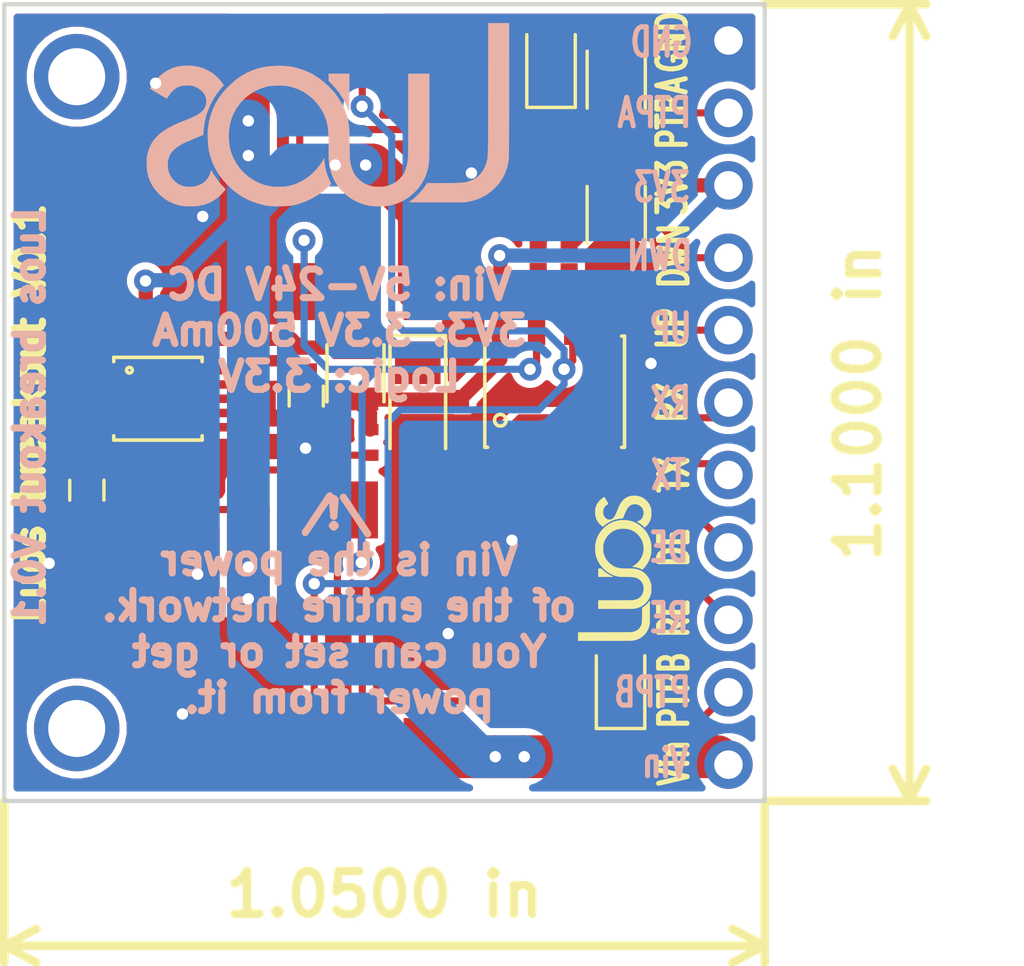
<source format=kicad_pcb>
(kicad_pcb (version 20171130) (host pcbnew "(5.1.6)-1")

  (general
    (thickness 1.6)
    (drawings 31)
    (tracks 231)
    (zones 0)
    (modules 31)
    (nets 25)
  )

  (page A4)
  (layers
    (0 F.Cu signal)
    (31 B.Cu signal)
    (32 B.Adhes user hide)
    (33 F.Adhes user hide)
    (34 B.Paste user hide)
    (35 F.Paste user hide)
    (36 B.SilkS user)
    (37 F.SilkS user)
    (38 B.Mask user hide)
    (39 F.Mask user hide)
    (40 Dwgs.User user hide)
    (41 Cmts.User user hide)
    (42 Eco1.User user hide)
    (43 Eco2.User user hide)
    (44 Edge.Cuts user)
    (45 Margin user hide)
    (46 B.CrtYd user hide)
    (47 F.CrtYd user hide)
    (48 B.Fab user)
    (49 F.Fab user)
  )

  (setup
    (last_trace_width 0.25)
    (user_trace_width 0.5)
    (user_trace_width 1.5)
    (trace_clearance 0.2)
    (zone_clearance 0.254)
    (zone_45_only no)
    (trace_min 0.2)
    (via_size 0.8)
    (via_drill 0.4)
    (via_min_size 0.4)
    (via_min_drill 0.3)
    (uvia_size 0.3)
    (uvia_drill 0.1)
    (uvias_allowed no)
    (uvia_min_size 0.2)
    (uvia_min_drill 0.1)
    (edge_width 0.15)
    (segment_width 0.2)
    (pcb_text_width 0.3)
    (pcb_text_size 1.5 1.5)
    (mod_edge_width 0.15)
    (mod_text_size 1 1)
    (mod_text_width 0.15)
    (pad_size 1.524 1.524)
    (pad_drill 0.762)
    (pad_to_mask_clearance 0.051)
    (solder_mask_min_width 0.25)
    (aux_axis_origin 0 0)
    (grid_origin 88.392 54.737)
    (visible_elements 7FFFFFFF)
    (pcbplotparams
      (layerselection 0x310fc_ffffffff)
      (usegerberextensions false)
      (usegerberattributes false)
      (usegerberadvancedattributes false)
      (creategerberjobfile false)
      (excludeedgelayer true)
      (linewidth 0.100000)
      (plotframeref false)
      (viasonmask false)
      (mode 1)
      (useauxorigin false)
      (hpglpennumber 1)
      (hpglpenspeed 20)
      (hpglpendiameter 15.000000)
      (psnegative false)
      (psa4output false)
      (plotreference true)
      (plotvalue true)
      (plotinvisibletext false)
      (padsonsilk false)
      (subtractmaskfromsilk false)
      (outputformat 1)
      (mirror false)
      (drillshape 0)
      (scaleselection 1)
      (outputdirectory "Breakout_board_Fab/"))
  )

  (net 0 "")
  (net 1 "Net-(C8-Pad1)")
  (net 2 GND)
  (net 3 /A_RS_485_N)
  (net 4 +3V3)
  (net 5 /B_RS_485_P)
  (net 6 /TxD)
  (net 7 /DE)
  (net 8 /RE)
  (net 9 /RxD)
  (net 10 "Net-(C8-Pad2)")
  (net 11 /Vin)
  (net 12 "Net-(R3-Pad2)")
  (net 13 "Net-(C6-Pad1)")
  (net 14 "Net-(R8-Pad1)")
  (net 15 "Net-(U2-Pad6)")
  (net 16 "Net-(R10-Pad1)")
  (net 17 "Net-(C4-Pad1)")
  (net 18 /PTPB_PRO)
  (net 19 /PTPB)
  (net 20 /PTPA)
  (net 21 /PTPA_PRO)
  (net 22 "Net-(C5-Pad1)")
  (net 23 /RS485_LVL_DOWN)
  (net 24 /RS485_LVL_UP)

  (net_class Default "Ceci est la Netclass par défaut."
    (clearance 0.2)
    (trace_width 0.25)
    (via_dia 0.8)
    (via_drill 0.4)
    (uvia_dia 0.3)
    (uvia_drill 0.1)
    (add_net +3V3)
    (add_net /A_RS_485_N)
    (add_net /B_RS_485_P)
    (add_net /DE)
    (add_net /PTPA)
    (add_net /PTPA_PRO)
    (add_net /PTPB)
    (add_net /PTPB_PRO)
    (add_net /RE)
    (add_net /RS485_LVL_DOWN)
    (add_net /RS485_LVL_UP)
    (add_net /RxD)
    (add_net /TxD)
    (add_net /Vin)
    (add_net GND)
    (add_net "Net-(C4-Pad1)")
    (add_net "Net-(C5-Pad1)")
    (add_net "Net-(C6-Pad1)")
    (add_net "Net-(C8-Pad1)")
    (add_net "Net-(C8-Pad2)")
    (add_net "Net-(R10-Pad1)")
    (add_net "Net-(R3-Pad2)")
    (add_net "Net-(R8-Pad1)")
    (add_net "Net-(U2-Pad6)")
  )

  (net_class Power ""
    (clearance 0.2)
    (trace_width 1.5)
    (via_dia 1.6)
    (via_drill 0.8)
    (uvia_dia 0.3)
    (uvia_drill 0.1)
  )

  (module "Common_Footprint:DF11C-8DP-2V(57)" (layer F.Cu) (tedit 5F96F187) (tstamp 5F9766F8)
    (at 75.819 29.845)
    (path /59EDFFDD)
    (fp_text reference J2 (at 0 4) (layer F.Fab)
      (effects (font (size 1 1) (thickness 0.15)))
    )
    (fp_text value "DF11-8DP-2DS(24)" (at 0 -0.5) (layer F.Fab) hide
      (effects (font (size 1 1) (thickness 0.15)))
    )
    (fp_line (start -6.3 7.3) (end -6.3 1) (layer F.CrtYd) (width 0.1))
    (fp_line (start 6.3 7.3) (end -6.3 7.3) (layer F.CrtYd) (width 0.1))
    (fp_line (start 6.3 1) (end 6.3 7.3) (layer F.CrtYd) (width 0.1))
    (fp_line (start -6.3 1) (end 6.3 1) (layer F.CrtYd) (width 0.1))
    (pad 9 smd rect (at -7.35 4.15) (size 2 2.8) (layers F.Cu F.Paste F.Mask))
    (pad 9 smd rect (at 7.35 4.15) (size 2 2.8) (layers F.Cu F.Paste F.Mask))
    (pad 2 smd rect (at -3 8.3) (size 1.1 2) (layers F.Cu F.Paste F.Mask)
      (net 2 GND))
    (pad 4 smd rect (at -1 8.3) (size 1.1 2) (layers F.Cu F.Paste F.Mask)
      (net 5 /B_RS_485_P))
    (pad 6 smd rect (at 1 8.3) (size 1.1 2) (layers F.Cu F.Paste F.Mask)
      (net 21 /PTPA_PRO))
    (pad 8 smd rect (at 3 8.3) (size 1.1 2) (layers F.Cu F.Paste F.Mask)
      (net 11 /Vin))
    (pad 7 smd rect (at 3 0) (size 1.1 2) (layers F.Cu F.Paste F.Mask)
      (net 2 GND))
    (pad 5 smd rect (at 1 0) (size 1.1 2) (layers F.Cu F.Paste F.Mask)
      (net 3 /A_RS_485_N))
    (pad 3 smd rect (at -1 0) (size 1.1 2) (layers F.Cu F.Paste F.Mask)
      (net 21 /PTPA_PRO))
    (pad 1 smd rect (at -3 0) (size 1.1 2) (layers F.Cu F.Paste F.Mask)
      (net 11 /Vin))
    (model ${KISYS3DMOD}/DF11C-8DP-2V.stp
      (offset (xyz -34.6 19.2 5.3))
      (scale (xyz 1 1 1))
      (rotate (xyz 180 0 0))
    )
  )

  (module "Common_Footprint:DF11C-8DP-2V(57)" (layer F.Cu) (tedit 5F96F187) (tstamp 5F976AF8)
    (at 75.819 54.102 180)
    (path /59EDFF88)
    (fp_text reference J1 (at 0 4 180) (layer F.Fab)
      (effects (font (size 1 1) (thickness 0.15)))
    )
    (fp_text value "DF11-8DP-2DS(24)" (at 0 -0.5 180) (layer F.Fab) hide
      (effects (font (size 1 1) (thickness 0.15)))
    )
    (fp_line (start -6.3 7.3) (end -6.3 1) (layer F.CrtYd) (width 0.1))
    (fp_line (start 6.3 7.3) (end -6.3 7.3) (layer F.CrtYd) (width 0.1))
    (fp_line (start 6.3 1) (end 6.3 7.3) (layer F.CrtYd) (width 0.1))
    (fp_line (start -6.3 1) (end 6.3 1) (layer F.CrtYd) (width 0.1))
    (pad 9 smd rect (at -7.35 4.15 180) (size 2 2.8) (layers F.Cu F.Paste F.Mask))
    (pad 9 smd rect (at 7.35 4.15 180) (size 2 2.8) (layers F.Cu F.Paste F.Mask))
    (pad 2 smd rect (at -3 8.3 180) (size 1.1 2) (layers F.Cu F.Paste F.Mask)
      (net 2 GND))
    (pad 4 smd rect (at -1 8.3 180) (size 1.1 2) (layers F.Cu F.Paste F.Mask)
      (net 5 /B_RS_485_P))
    (pad 6 smd rect (at 1 8.3 180) (size 1.1 2) (layers F.Cu F.Paste F.Mask)
      (net 18 /PTPB_PRO))
    (pad 8 smd rect (at 3 8.3 180) (size 1.1 2) (layers F.Cu F.Paste F.Mask)
      (net 11 /Vin))
    (pad 7 smd rect (at 3 0 180) (size 1.1 2) (layers F.Cu F.Paste F.Mask)
      (net 2 GND))
    (pad 5 smd rect (at 1 0 180) (size 1.1 2) (layers F.Cu F.Paste F.Mask)
      (net 3 /A_RS_485_N))
    (pad 3 smd rect (at -1 0 180) (size 1.1 2) (layers F.Cu F.Paste F.Mask)
      (net 18 /PTPB_PRO))
    (pad 1 smd rect (at -3 0 180) (size 1.1 2) (layers F.Cu F.Paste F.Mask)
      (net 11 /Vin))
    (model ${KISYS3DMOD}/DF11C-8DP-2V.stp
      (offset (xyz -34.6 19.2 5.3))
      (scale (xyz 1 1 1))
      (rotate (xyz 180 0 0))
    )
  )

  (module Common_Footprint:826926-11 locked (layer F.Cu) (tedit 5D517A37) (tstamp 5D5270BA)
    (at 89.662 43.307 90)
    (path /5D5DFF09)
    (fp_text reference J3 (at -5.1308 0.0762) (layer F.Fab)
      (effects (font (size 0.75 0.75) (thickness 0.125)))
    )
    (fp_text value Header11Contacts (at 0 -2.54 90) (layer F.Fab) hide
      (effects (font (size 1 1) (thickness 0.125)))
    )
    (fp_line (start -12.7 1.25) (end -12.7 -1.25) (layer F.Fab) (width 0.15))
    (fp_line (start 15.24 1.27) (end -12.7 1.27) (layer F.Fab) (width 0.15))
    (fp_line (start 15.24 -1.25) (end 15.24 1.25) (layer F.Fab) (width 0.15))
    (fp_line (start -12.7 -1.27) (end 15.24 -1.27) (layer F.Fab) (width 0.15))
    (pad 11 thru_hole circle (at 13.97 0 90) (size 1.7 1.7) (drill 1) (layers *.Cu *.Mask)
      (net 2 GND))
    (pad 10 thru_hole circle (at 11.43 0 90) (size 1.7 1.7) (drill 1) (layers *.Cu *.Mask)
      (net 20 /PTPA))
    (pad 9 thru_hole circle (at 8.89 0 90) (size 1.7 1.7) (drill 1) (layers *.Cu *.Mask)
      (net 4 +3V3))
    (pad 8 thru_hole circle (at 6.35 0 90) (size 1.7 1.7) (drill 1) (layers *.Cu *.Mask)
      (net 23 /RS485_LVL_DOWN))
    (pad 7 thru_hole circle (at 3.81 0 90) (size 1.7 1.7) (drill 1) (layers *.Cu *.Mask)
      (net 24 /RS485_LVL_UP))
    (pad 3 thru_hole circle (at -6.35 0 90) (size 1.7 1.7) (drill 1) (layers *.Cu *.Mask)
      (net 8 /RE))
    (pad 4 thru_hole circle (at -3.81 0 90) (size 1.7 1.7) (drill 1) (layers *.Cu *.Mask)
      (net 7 /DE))
    (pad 2 thru_hole circle (at -8.89 0 90) (size 1.7 1.7) (drill 1) (layers *.Cu *.Mask)
      (net 19 /PTPB))
    (pad 1 thru_hole circle (at -11.43 0 90) (size 1.7 1.7) (drill 1) (layers *.Cu *.Mask)
      (net 11 /Vin))
    (pad 5 thru_hole circle (at -1.27 0 90) (size 1.7 1.7) (drill 1) (layers *.Cu *.Mask)
      (net 6 /TxD))
    (pad 6 thru_hole circle (at 1.27 0 90) (size 1.7 1.7) (drill 1) (layers *.Cu *.Mask)
      (net 9 /RxD))
    (model "${KISYS3DMOD}/Pin Header 1x11 TH Pitch 2.54mm.stp"
      (offset (xyz -11.45 0 0))
      (scale (xyz 1 1 1))
      (rotate (xyz 0 0 0))
    )
  )

  (module Common_Footprint:C_0402_NoSilk (layer F.Cu) (tedit 5E8B679F) (tstamp 5F976357)
    (at 69.85 39.8018 180)
    (descr "Capacitor SMD 0402, reflow soldering, AVX (see smccp.pdf)")
    (tags "capacitor 0402")
    (path /5A8CFF32)
    (attr smd)
    (fp_text reference C8 (at -1.8034 0.4318 270) (layer F.SilkS) hide
      (effects (font (size 1 1) (thickness 0.15)))
    )
    (fp_text value 100nF (at -1.524 2.7178 270) (layer F.Fab) hide
      (effects (font (size 1 1) (thickness 0.15)))
    )
    (fp_line (start 1 0.4) (end -1 0.4) (layer F.CrtYd) (width 0.05))
    (fp_line (start 1 0.4) (end 1 -0.4) (layer F.CrtYd) (width 0.05))
    (fp_line (start -1 -0.4) (end -1 0.4) (layer F.CrtYd) (width 0.05))
    (fp_line (start -1 -0.4) (end 1 -0.4) (layer F.CrtYd) (width 0.05))
    (fp_line (start -0.5 -0.25) (end 0.5 -0.25) (layer F.Fab) (width 0.1))
    (fp_line (start 0.5 -0.25) (end 0.5 0.25) (layer F.Fab) (width 0.1))
    (fp_line (start 0.5 0.25) (end -0.5 0.25) (layer F.Fab) (width 0.1))
    (fp_line (start -0.5 0.25) (end -0.5 -0.25) (layer F.Fab) (width 0.1))
    (fp_text user %R (at -0.01 0.01 180) (layer F.Fab)
      (effects (font (size 0.3 0.3) (thickness 0.075)))
    )
    (pad 1 smd rect (at -0.55 0 180) (size 0.6 0.5) (layers F.Cu F.Paste F.Mask)
      (net 1 "Net-(C8-Pad1)"))
    (pad 2 smd rect (at 0.55 0 180) (size 0.6 0.5) (layers F.Cu F.Paste F.Mask)
      (net 10 "Net-(C8-Pad2)"))
    (model "${KISYS3DMOD}/0402 SMD Capacitor.step"
      (at (xyz 0 0 0))
      (scale (xyz 1 1 1))
      (rotate (xyz -90 0 0))
    )
  )

  (module Common_Footprint:C_0402_NoSilk (layer F.Cu) (tedit 5E8B679F) (tstamp 5F976043)
    (at 80.3148 42.4434 270)
    (descr "Capacitor SMD 0402, reflow soldering, AVX (see smccp.pdf)")
    (tags "capacitor 0402")
    (path /59EF1B6C)
    (attr smd)
    (fp_text reference C7 (at 2.5146 0 270) (layer F.SilkS) hide
      (effects (font (size 1 1) (thickness 0.15)))
    )
    (fp_text value 100nF (at 2.8448 -0.0508 90) (layer F.Fab) hide
      (effects (font (size 1 1) (thickness 0.15)))
    )
    (fp_line (start 1 0.4) (end -1 0.4) (layer F.CrtYd) (width 0.05))
    (fp_line (start 1 0.4) (end 1 -0.4) (layer F.CrtYd) (width 0.05))
    (fp_line (start -1 -0.4) (end -1 0.4) (layer F.CrtYd) (width 0.05))
    (fp_line (start -1 -0.4) (end 1 -0.4) (layer F.CrtYd) (width 0.05))
    (fp_line (start -0.5 -0.25) (end 0.5 -0.25) (layer F.Fab) (width 0.1))
    (fp_line (start 0.5 -0.25) (end 0.5 0.25) (layer F.Fab) (width 0.1))
    (fp_line (start 0.5 0.25) (end -0.5 0.25) (layer F.Fab) (width 0.1))
    (fp_line (start -0.5 0.25) (end -0.5 -0.25) (layer F.Fab) (width 0.1))
    (fp_text user %R (at -0.01 0.01 90) (layer F.Fab)
      (effects (font (size 0.3 0.3) (thickness 0.075)))
    )
    (pad 1 smd rect (at -0.55 0 270) (size 0.6 0.5) (layers F.Cu F.Paste F.Mask)
      (net 4 +3V3))
    (pad 2 smd rect (at 0.55 0 270) (size 0.6 0.5) (layers F.Cu F.Paste F.Mask)
      (net 2 GND))
    (model "${KISYS3DMOD}/0402 SMD Capacitor.step"
      (at (xyz 0 0 0))
      (scale (xyz 1 1 1))
      (rotate (xyz -90 0 0))
    )
  )

  (module Common_Footprint:C_0402_NoSilk (layer F.Cu) (tedit 5E8B679F) (tstamp 5F975A37)
    (at 73.6092 43.1292 270)
    (descr "Capacitor SMD 0402, reflow soldering, AVX (see smccp.pdf)")
    (tags "capacitor 0402")
    (path /5A8CB6FA)
    (attr smd)
    (fp_text reference C4 (at 2.2352 -0.1778 90) (layer F.SilkS) hide
      (effects (font (size 1 1) (thickness 0.15)))
    )
    (fp_text value 27pF (at 2.4384 0.2286 270) (layer F.Fab) hide
      (effects (font (size 1 1) (thickness 0.15)))
    )
    (fp_line (start 1 0.4) (end -1 0.4) (layer F.CrtYd) (width 0.05))
    (fp_line (start 1 0.4) (end 1 -0.4) (layer F.CrtYd) (width 0.05))
    (fp_line (start -1 -0.4) (end -1 0.4) (layer F.CrtYd) (width 0.05))
    (fp_line (start -1 -0.4) (end 1 -0.4) (layer F.CrtYd) (width 0.05))
    (fp_line (start -0.5 -0.25) (end 0.5 -0.25) (layer F.Fab) (width 0.1))
    (fp_line (start 0.5 -0.25) (end 0.5 0.25) (layer F.Fab) (width 0.1))
    (fp_line (start 0.5 0.25) (end -0.5 0.25) (layer F.Fab) (width 0.1))
    (fp_line (start -0.5 0.25) (end -0.5 -0.25) (layer F.Fab) (width 0.1))
    (fp_text user %R (at -0.01 0.01 270) (layer F.Fab)
      (effects (font (size 0.3 0.3) (thickness 0.075)))
    )
    (pad 1 smd rect (at -0.55 0 270) (size 0.6 0.5) (layers F.Cu F.Paste F.Mask)
      (net 17 "Net-(C4-Pad1)"))
    (pad 2 smd rect (at 0.55 0 270) (size 0.6 0.5) (layers F.Cu F.Paste F.Mask)
      (net 2 GND))
    (model "${KISYS3DMOD}/0402 SMD Capacitor.step"
      (at (xyz 0 0 0))
      (scale (xyz 1 1 1))
      (rotate (xyz -90 0 0))
    )
  )

  (module Common_Footprint:C_0402_NoSilk (layer F.Cu) (tedit 5E8B679F) (tstamp 5D52004E)
    (at 69.7738 38.735)
    (descr "Capacitor SMD 0402, reflow soldering, AVX (see smccp.pdf)")
    (tags "capacitor 0402")
    (path /5A8CAABB)
    (attr smd)
    (fp_text reference C3 (at 0 -1.4224 270) (layer F.SilkS) hide
      (effects (font (size 1 1) (thickness 0.15)))
    )
    (fp_text value 1µF (at -0.0254 -1.778 270) (layer F.Fab) hide
      (effects (font (size 1 1) (thickness 0.15)))
    )
    (fp_line (start 1 0.4) (end -1 0.4) (layer F.CrtYd) (width 0.05))
    (fp_line (start 1 0.4) (end 1 -0.4) (layer F.CrtYd) (width 0.05))
    (fp_line (start -1 -0.4) (end -1 0.4) (layer F.CrtYd) (width 0.05))
    (fp_line (start -1 -0.4) (end 1 -0.4) (layer F.CrtYd) (width 0.05))
    (fp_line (start -0.5 -0.25) (end 0.5 -0.25) (layer F.Fab) (width 0.1))
    (fp_line (start 0.5 -0.25) (end 0.5 0.25) (layer F.Fab) (width 0.1))
    (fp_line (start 0.5 0.25) (end -0.5 0.25) (layer F.Fab) (width 0.1))
    (fp_line (start -0.5 0.25) (end -0.5 -0.25) (layer F.Fab) (width 0.1))
    (fp_text user %R (at -0.01 0.01 180) (layer F.Fab)
      (effects (font (size 0.3 0.3) (thickness 0.075)))
    )
    (pad 1 smd rect (at -0.55 0) (size 0.6 0.5) (layers F.Cu F.Paste F.Mask)
      (net 11 /Vin))
    (pad 2 smd rect (at 0.55 0) (size 0.6 0.5) (layers F.Cu F.Paste F.Mask)
      (net 2 GND))
    (model "${KISYS3DMOD}/0402 SMD Capacitor.step"
      (at (xyz 0 0 0))
      (scale (xyz 1 1 1))
      (rotate (xyz -90 0 0))
    )
  )

  (module Common_Footprint:C_0402_NoSilk (layer F.Cu) (tedit 5E8B679F) (tstamp 5F975B53)
    (at 71.247 45.2374 90)
    (descr "Capacitor SMD 0402, reflow soldering, AVX (see smccp.pdf)")
    (tags "capacitor 0402")
    (path /5A8D21B0)
    (attr smd)
    (fp_text reference C2 (at -0.1016 1.143 270) (layer F.SilkS) hide
      (effects (font (size 1 1) (thickness 0.15)))
    )
    (fp_text value 1µF (at -2.0828 0.0254 90) (layer F.Fab) hide
      (effects (font (size 1 1) (thickness 0.15)))
    )
    (fp_line (start 1 0.4) (end -1 0.4) (layer F.CrtYd) (width 0.05))
    (fp_line (start 1 0.4) (end 1 -0.4) (layer F.CrtYd) (width 0.05))
    (fp_line (start -1 -0.4) (end -1 0.4) (layer F.CrtYd) (width 0.05))
    (fp_line (start -1 -0.4) (end 1 -0.4) (layer F.CrtYd) (width 0.05))
    (fp_line (start -0.5 -0.25) (end 0.5 -0.25) (layer F.Fab) (width 0.1))
    (fp_line (start 0.5 -0.25) (end 0.5 0.25) (layer F.Fab) (width 0.1))
    (fp_line (start 0.5 0.25) (end -0.5 0.25) (layer F.Fab) (width 0.1))
    (fp_line (start -0.5 0.25) (end -0.5 -0.25) (layer F.Fab) (width 0.1))
    (fp_text user %R (at -0.01 0.01 90) (layer F.Fab)
      (effects (font (size 0.3 0.3) (thickness 0.075)))
    )
    (pad 1 smd rect (at -0.55 0 90) (size 0.6 0.5) (layers F.Cu F.Paste F.Mask)
      (net 11 /Vin))
    (pad 2 smd rect (at 0.55 0 90) (size 0.6 0.5) (layers F.Cu F.Paste F.Mask)
      (net 2 GND))
    (model "${KISYS3DMOD}/0402 SMD Capacitor.step"
      (at (xyz 0 0 0))
      (scale (xyz 1 1 1))
      (rotate (xyz -90 0 0))
    )
  )

  (module Common_Footprint:C_0402_NoSilk (layer F.Cu) (tedit 5E8B679F) (tstamp 5D520030)
    (at 67.9665 38.608 90)
    (descr "Capacitor SMD 0402, reflow soldering, AVX (see smccp.pdf)")
    (tags "capacitor 0402")
    (path /5A8D222A)
    (attr smd)
    (fp_text reference C1 (at 2.2352 0.0039 270) (layer F.SilkS) hide
      (effects (font (size 1 1) (thickness 0.15)))
    )
    (fp_text value 1µF (at 1.9812 0.0039 270) (layer F.Fab) hide
      (effects (font (size 1 1) (thickness 0.15)))
    )
    (fp_line (start 1 0.4) (end -1 0.4) (layer F.CrtYd) (width 0.05))
    (fp_line (start 1 0.4) (end 1 -0.4) (layer F.CrtYd) (width 0.05))
    (fp_line (start -1 -0.4) (end -1 0.4) (layer F.CrtYd) (width 0.05))
    (fp_line (start -1 -0.4) (end 1 -0.4) (layer F.CrtYd) (width 0.05))
    (fp_line (start -0.5 -0.25) (end 0.5 -0.25) (layer F.Fab) (width 0.1))
    (fp_line (start 0.5 -0.25) (end 0.5 0.25) (layer F.Fab) (width 0.1))
    (fp_line (start 0.5 0.25) (end -0.5 0.25) (layer F.Fab) (width 0.1))
    (fp_line (start -0.5 0.25) (end -0.5 -0.25) (layer F.Fab) (width 0.1))
    (fp_text user %R (at -0.01 0.01 90) (layer F.Fab)
      (effects (font (size 0.3 0.3) (thickness 0.075)))
    )
    (pad 1 smd rect (at -0.55 0 90) (size 0.6 0.5) (layers F.Cu F.Paste F.Mask)
      (net 11 /Vin))
    (pad 2 smd rect (at 0.55 0 90) (size 0.6 0.5) (layers F.Cu F.Paste F.Mask)
      (net 2 GND))
    (model "${KISYS3DMOD}/0402 SMD Capacitor.step"
      (at (xyz 0 0 0))
      (scale (xyz 1 1 1))
      (rotate (xyz -90 0 0))
    )
  )

  (module Common_Footprint:C_0603 (layer F.Cu) (tedit 5D513C21) (tstamp 5D520021)
    (at 67.1576 45.1104 270)
    (descr "Capacitor SMD 0603, reflow soldering, AVX (see smccp.pdf)")
    (tags "capacitor 0603")
    (path /5A8CF5E6)
    (attr smd)
    (fp_text reference C6 (at 2.5908 -0.0254 90) (layer F.SilkS) hide
      (effects (font (size 1 1) (thickness 0.125)))
    )
    (fp_text value 6.8nF (at 0 1.5 270) (layer F.Fab) hide
      (effects (font (size 1 1) (thickness 0.125)))
    )
    (fp_line (start -0.8 0.4) (end -0.8 -0.4) (layer F.Fab) (width 0.1))
    (fp_line (start 0.8 0.4) (end -0.8 0.4) (layer F.Fab) (width 0.1))
    (fp_line (start 0.8 -0.4) (end 0.8 0.4) (layer F.Fab) (width 0.1))
    (fp_line (start -0.8 -0.4) (end 0.8 -0.4) (layer F.Fab) (width 0.1))
    (fp_line (start -0.35 -0.6) (end 0.35 -0.6) (layer F.SilkS) (width 0.12))
    (fp_line (start 0.35 0.6) (end -0.35 0.6) (layer F.SilkS) (width 0.12))
    (fp_line (start -1.4 -0.65) (end 1.4 -0.65) (layer F.CrtYd) (width 0.05))
    (fp_line (start -1.4 -0.65) (end -1.4 0.65) (layer F.CrtYd) (width 0.05))
    (fp_line (start 1.4 0.65) (end 1.4 -0.65) (layer F.CrtYd) (width 0.05))
    (fp_line (start 1.4 0.65) (end -1.4 0.65) (layer F.CrtYd) (width 0.05))
    (fp_text user %R (at 0 0 270) (layer F.Fab)
      (effects (font (size 0.4 0.4) (thickness 0.1)))
    )
    (pad 2 smd rect (at 0.75 0 270) (size 0.8 0.75) (layers F.Cu F.Paste F.Mask)
      (net 2 GND))
    (pad 1 smd rect (at -0.75 0 270) (size 0.8 0.75) (layers F.Cu F.Paste F.Mask)
      (net 13 "Net-(C6-Pad1)"))
    (model "${KISYS3DMOD}/0603 SMD Capacitor.step"
      (at (xyz 0 0 0))
      (scale (xyz 1 1 1))
      (rotate (xyz 0 0 0))
    )
  )

  (module Common_Footprint:C_0603 (layer F.Cu) (tedit 5D513C21) (tstamp 5F976C4D)
    (at 74.8538 41.8084 270)
    (descr "Capacitor SMD 0603, reflow soldering, AVX (see smccp.pdf)")
    (tags "capacitor 0603")
    (path /5A8CC30A)
    (attr smd)
    (fp_text reference C5 (at -2.7686 -0.0508 90) (layer F.SilkS) hide
      (effects (font (size 1 1) (thickness 0.125)))
    )
    (fp_text value 470pF (at 3.2258 0.0254 270) (layer F.Fab) hide
      (effects (font (size 1 1) (thickness 0.125)))
    )
    (fp_line (start -0.8 0.4) (end -0.8 -0.4) (layer F.Fab) (width 0.1))
    (fp_line (start 0.8 0.4) (end -0.8 0.4) (layer F.Fab) (width 0.1))
    (fp_line (start 0.8 -0.4) (end 0.8 0.4) (layer F.Fab) (width 0.1))
    (fp_line (start -0.8 -0.4) (end 0.8 -0.4) (layer F.Fab) (width 0.1))
    (fp_line (start -0.35 -0.6) (end 0.35 -0.6) (layer F.SilkS) (width 0.12))
    (fp_line (start 0.35 0.6) (end -0.35 0.6) (layer F.SilkS) (width 0.12))
    (fp_line (start -1.4 -0.65) (end 1.4 -0.65) (layer F.CrtYd) (width 0.05))
    (fp_line (start -1.4 -0.65) (end -1.4 0.65) (layer F.CrtYd) (width 0.05))
    (fp_line (start 1.4 0.65) (end 1.4 -0.65) (layer F.CrtYd) (width 0.05))
    (fp_line (start 1.4 0.65) (end -1.4 0.65) (layer F.CrtYd) (width 0.05))
    (fp_text user %R (at 0 0 270) (layer F.Fab)
      (effects (font (size 0.4 0.4) (thickness 0.1)))
    )
    (pad 2 smd rect (at 0.75 0 270) (size 0.8 0.75) (layers F.Cu F.Paste F.Mask)
      (net 2 GND))
    (pad 1 smd rect (at -0.75 0 270) (size 0.8 0.75) (layers F.Cu F.Paste F.Mask)
      (net 22 "Net-(C5-Pad1)"))
    (model "${KISYS3DMOD}/0603 SMD Capacitor.step"
      (at (xyz 0 0 0))
      (scale (xyz 1 1 1))
      (rotate (xyz 0 0 0))
    )
  )

  (module Common_Footprint:C_1206 (layer F.Cu) (tedit 5C9A6491) (tstamp 5D522BFA)
    (at 85.725 30.71 270)
    (descr "Capacitor SMD 1206, reflow soldering, AVX (see smccp.pdf)")
    (tags "capacitor 1206")
    (path /5A8D2E23)
    (attr smd)
    (fp_text reference C10 (at 0 0 270) (layer F.Fab) hide
      (effects (font (size 1 1) (thickness 0.15)))
    )
    (fp_text value 47µF (at -0.0776 -1.7272 270) (layer F.Fab) hide
      (effects (font (size 1 1) (thickness 0.15)))
    )
    (fp_line (start -1.6 0.8) (end -1.6 -0.8) (layer F.Fab) (width 0.1))
    (fp_line (start 1.6 0.8) (end -1.6 0.8) (layer F.Fab) (width 0.1))
    (fp_line (start 1.6 -0.8) (end 1.6 0.8) (layer F.Fab) (width 0.1))
    (fp_line (start -1.6 -0.8) (end 1.6 -0.8) (layer F.Fab) (width 0.1))
    (fp_line (start 1 -1.02) (end -1 -1.02) (layer F.SilkS) (width 0.12))
    (fp_line (start -1 1.02) (end 1 1.02) (layer F.SilkS) (width 0.12))
    (fp_line (start -2.25 -1.05) (end 2.25 -1.05) (layer F.CrtYd) (width 0.05))
    (fp_line (start -2.25 -1.05) (end -2.25 1.05) (layer F.CrtYd) (width 0.05))
    (fp_line (start 2.25 1.05) (end 2.25 -1.05) (layer F.CrtYd) (width 0.05))
    (fp_line (start 2.25 1.05) (end -2.25 1.05) (layer F.CrtYd) (width 0.05))
    (fp_text user %R (at 0 0 270) (layer F.Fab)
      (effects (font (size 1 1) (thickness 0.15)))
    )
    (pad 2 smd rect (at 1.5 0 270) (size 1 1.6) (layers F.Cu F.Paste F.Mask)
      (net 4 +3V3))
    (pad 1 smd rect (at -1.5 0 270) (size 1 1.6) (layers F.Cu F.Paste F.Mask)
      (net 2 GND))
    (model "${KISYS3DMOD}/1206 SMD Resistor.step"
      (at (xyz 0 0 0))
      (scale (xyz 1 1 1))
      (rotate (xyz 0 0 0))
    )
  )

  (module Common_Footprint:C_1206 (layer F.Cu) (tedit 5C9A6491) (tstamp 5D51FFEE)
    (at 85.725 35.457 90)
    (descr "Capacitor SMD 1206, reflow soldering, AVX (see smccp.pdf)")
    (tags "capacitor 1206")
    (path /5A8D2A71)
    (attr smd)
    (fp_text reference C9 (at -0.0268 0 90) (layer F.Fab) hide
      (effects (font (size 1 1) (thickness 0.15)))
    )
    (fp_text value 47µF (at 0.9892 1.7018 90) (layer F.Fab) hide
      (effects (font (size 1 1) (thickness 0.15)))
    )
    (fp_line (start -1.6 0.8) (end -1.6 -0.8) (layer F.Fab) (width 0.1))
    (fp_line (start 1.6 0.8) (end -1.6 0.8) (layer F.Fab) (width 0.1))
    (fp_line (start 1.6 -0.8) (end 1.6 0.8) (layer F.Fab) (width 0.1))
    (fp_line (start -1.6 -0.8) (end 1.6 -0.8) (layer F.Fab) (width 0.1))
    (fp_line (start 1 -1.02) (end -1 -1.02) (layer F.SilkS) (width 0.12))
    (fp_line (start -1 1.02) (end 1 1.02) (layer F.SilkS) (width 0.12))
    (fp_line (start -2.25 -1.05) (end 2.25 -1.05) (layer F.CrtYd) (width 0.05))
    (fp_line (start -2.25 -1.05) (end -2.25 1.05) (layer F.CrtYd) (width 0.05))
    (fp_line (start 2.25 1.05) (end 2.25 -1.05) (layer F.CrtYd) (width 0.05))
    (fp_line (start 2.25 1.05) (end -2.25 1.05) (layer F.CrtYd) (width 0.05))
    (fp_text user %R (at 0 0 90) (layer F.Fab)
      (effects (font (size 1 1) (thickness 0.15)))
    )
    (pad 2 smd rect (at 1.5 0 90) (size 1 1.6) (layers F.Cu F.Paste F.Mask)
      (net 4 +3V3))
    (pad 1 smd rect (at -1.5 0 90) (size 1 1.6) (layers F.Cu F.Paste F.Mask)
      (net 2 GND))
    (model "${KISYS3DMOD}/1206 SMD Resistor.step"
      (at (xyz 0 0 0))
      (scale (xyz 1 1 1))
      (rotate (xyz 0 0 0))
    )
  )

  (module Common_Footprint:D_SOD-323F (layer F.Cu) (tedit 5D513BB9) (tstamp 5D524098)
    (at 83.439 30.183 90)
    (descr "SOD-323F http://www.nxp.com/documents/outline_drawing/SOD323F.pdf")
    (tags SOD-323F)
    (path /5C647283)
    (attr smd)
    (fp_text reference D3 (at -0.043 0.127 90) (layer F.SilkS) hide
      (effects (font (size 1 1) (thickness 0.15)))
    )
    (fp_text value D_Zener (at -1.1352 0.9906 90) (layer F.Fab) hide
      (effects (font (size 1 1) (thickness 0.15)))
    )
    (fp_line (start -1.5 -0.85) (end 1.05 -0.85) (layer F.SilkS) (width 0.12))
    (fp_line (start -1.5 0.85) (end 1.05 0.85) (layer F.SilkS) (width 0.12))
    (fp_line (start -1.6 -0.95) (end -1.6 0.95) (layer F.CrtYd) (width 0.05))
    (fp_line (start -1.6 0.95) (end 1.6 0.95) (layer F.CrtYd) (width 0.05))
    (fp_line (start 1.6 -0.95) (end 1.6 0.95) (layer F.CrtYd) (width 0.05))
    (fp_line (start -1.6 -0.95) (end 1.6 -0.95) (layer F.CrtYd) (width 0.05))
    (fp_line (start -0.9 -0.7) (end 0.9 -0.7) (layer F.Fab) (width 0.1))
    (fp_line (start 0.9 -0.7) (end 0.9 0.7) (layer F.Fab) (width 0.1))
    (fp_line (start 0.9 0.7) (end -0.9 0.7) (layer F.Fab) (width 0.1))
    (fp_line (start -0.9 0.7) (end -0.9 -0.7) (layer F.Fab) (width 0.1))
    (fp_line (start -0.3 -0.35) (end -0.3 0.35) (layer F.Fab) (width 0.1))
    (fp_line (start -0.3 0) (end -0.5 0) (layer F.Fab) (width 0.1))
    (fp_line (start -0.3 0) (end 0.2 -0.35) (layer F.Fab) (width 0.1))
    (fp_line (start 0.2 -0.35) (end 0.2 0.35) (layer F.Fab) (width 0.1))
    (fp_line (start 0.2 0.35) (end -0.3 0) (layer F.Fab) (width 0.1))
    (fp_line (start 0.2 0) (end 0.45 0) (layer F.Fab) (width 0.1))
    (fp_line (start -1.5 -0.85) (end -1.5 0.85) (layer F.SilkS) (width 0.12))
    (fp_text user %R (at 0 -1.016 90) (layer F.Fab)
      (effects (font (size 0.4 0.4) (thickness 0.1)))
    )
    (pad 1 smd rect (at -1.1 0 90) (size 0.5 0.5) (layers F.Cu F.Paste F.Mask)
      (net 20 /PTPA))
    (pad 2 smd rect (at 1.1 0 90) (size 0.5 0.5) (layers F.Cu F.Paste F.Mask)
      (net 2 GND))
    (model ${KISYS3DMOD}/SOD-323F.STEP
      (offset (xyz -1.099999983479657 0 0))
      (scale (xyz 1 1 1))
      (rotate (xyz 0 0 0))
    )
  )

  (module Common_Footprint:D_SOD-323F (layer F.Cu) (tedit 5D513BB9) (tstamp 5D51FFA1)
    (at 85.8774 51.9684 90)
    (descr "SOD-323F http://www.nxp.com/documents/outline_drawing/SOD323F.pdf")
    (tags SOD-323F)
    (path /5C64666C)
    (attr smd)
    (fp_text reference D2 (at -2.7178 -1.7526 270) (layer F.SilkS) hide
      (effects (font (size 1 1) (thickness 0.15)))
    )
    (fp_text value D_Zener (at -1.0414 1.1938 270) (layer F.Fab) hide
      (effects (font (size 1 1) (thickness 0.15)))
    )
    (fp_line (start -1.5 -0.85) (end 1.05 -0.85) (layer F.SilkS) (width 0.12))
    (fp_line (start -1.5 0.85) (end 1.05 0.85) (layer F.SilkS) (width 0.12))
    (fp_line (start -1.6 -0.95) (end -1.6 0.95) (layer F.CrtYd) (width 0.05))
    (fp_line (start -1.6 0.95) (end 1.6 0.95) (layer F.CrtYd) (width 0.05))
    (fp_line (start 1.6 -0.95) (end 1.6 0.95) (layer F.CrtYd) (width 0.05))
    (fp_line (start -1.6 -0.95) (end 1.6 -0.95) (layer F.CrtYd) (width 0.05))
    (fp_line (start -0.9 -0.7) (end 0.9 -0.7) (layer F.Fab) (width 0.1))
    (fp_line (start 0.9 -0.7) (end 0.9 0.7) (layer F.Fab) (width 0.1))
    (fp_line (start 0.9 0.7) (end -0.9 0.7) (layer F.Fab) (width 0.1))
    (fp_line (start -0.9 0.7) (end -0.9 -0.7) (layer F.Fab) (width 0.1))
    (fp_line (start -0.3 -0.35) (end -0.3 0.35) (layer F.Fab) (width 0.1))
    (fp_line (start -0.3 0) (end -0.5 0) (layer F.Fab) (width 0.1))
    (fp_line (start -0.3 0) (end 0.2 -0.35) (layer F.Fab) (width 0.1))
    (fp_line (start 0.2 -0.35) (end 0.2 0.35) (layer F.Fab) (width 0.1))
    (fp_line (start 0.2 0.35) (end -0.3 0) (layer F.Fab) (width 0.1))
    (fp_line (start 0.2 0) (end 0.45 0) (layer F.Fab) (width 0.1))
    (fp_line (start -1.5 -0.85) (end -1.5 0.85) (layer F.SilkS) (width 0.12))
    (fp_text user %R (at 0 -1.016 270) (layer F.Fab)
      (effects (font (size 0.4 0.4) (thickness 0.1)))
    )
    (pad 1 smd rect (at -1.1 0 90) (size 0.5 0.5) (layers F.Cu F.Paste F.Mask)
      (net 19 /PTPB))
    (pad 2 smd rect (at 1.1 0 90) (size 0.5 0.5) (layers F.Cu F.Paste F.Mask)
      (net 2 GND))
    (model ${KISYS3DMOD}/SOD-323F.STEP
      (offset (xyz -1.099999983479657 0 0))
      (scale (xyz 1 1 1))
      (rotate (xyz 0 0 0))
    )
  )

  (module Common_Footprint:L_0806 (layer F.Cu) (tedit 5D513C63) (tstamp 5F9760BC)
    (at 76.581 41.01 270)
    (path /5A8D16DA)
    (fp_text reference L1 (at 0.0254 0 270) (layer F.Fab)
      (effects (font (size 1 1) (thickness 0.15)))
    )
    (fp_text value 4,7µH (at -3.1132 0.0508 270) (layer F.Fab) hide
      (effects (font (size 1 1) (thickness 0.15)))
    )
    (fp_line (start -0.889 0.762) (end -0.889 -0.762) (layer F.Fab) (width 0.1))
    (fp_line (start 0.889 0.762) (end -0.889 0.762) (layer F.Fab) (width 0.1))
    (fp_line (start 0.889 -0.762) (end 0.889 0.762) (layer F.Fab) (width 0.1))
    (fp_line (start -0.889 -0.762) (end 0.889 -0.762) (layer F.Fab) (width 0.1))
    (fp_line (start 1 1) (end -1 1) (layer F.SilkS) (width 0.125))
    (fp_line (start -1 -1) (end 1 -1) (layer F.SilkS) (width 0.125))
    (pad 1 smd rect (at -0.9 0 270) (size 0.8 1.6) (layers F.Cu F.Paste F.Mask)
      (net 1 "Net-(C8-Pad1)"))
    (pad 2 smd rect (at 0.9 0 90) (size 0.8 1.6) (layers F.Cu F.Paste F.Mask)
      (net 4 +3V3))
    (model "${KISYS3DMOD}/0806 SMD Inductor.stp"
      (offset (xyz 0 0 0.5))
      (scale (xyz 1 1 1))
      (rotate (xyz 0 0 90))
    )
  )

  (module Common_Footprint:R_0402_NoSilk (layer F.Cu) (tedit 5E8B6747) (tstamp 5F975B0E)
    (at 76.073 43.4395 90)
    (descr "Resistor SMD 0402, reflow soldering, Vishay (see dcrcw.pdf)")
    (tags "resistor 0402")
    (path /5A8D2812)
    (attr smd)
    (fp_text reference R10 (at 0 0 90) (layer F.Fab)
      (effects (font (size 0.25 0.25) (thickness 0.0625)))
    )
    (fp_text value 10K (at -2.3567 0.127 90) (layer F.Fab) hide
      (effects (font (size 1 1) (thickness 0.15)))
    )
    (fp_line (start -0.5 0.25) (end -0.5 -0.25) (layer F.Fab) (width 0.1))
    (fp_line (start 0.5 0.25) (end -0.5 0.25) (layer F.Fab) (width 0.1))
    (fp_line (start 0.5 -0.25) (end 0.5 0.25) (layer F.Fab) (width 0.1))
    (fp_line (start -0.5 -0.25) (end 0.5 -0.25) (layer F.Fab) (width 0.1))
    (fp_line (start -0.8 -0.45) (end 0.8 -0.45) (layer F.CrtYd) (width 0.05))
    (fp_line (start -0.8 -0.45) (end -0.8 0.45) (layer F.CrtYd) (width 0.05))
    (fp_line (start 0.8 0.45) (end 0.8 -0.45) (layer F.CrtYd) (width 0.05))
    (fp_line (start 0.8 0.45) (end -0.8 0.45) (layer F.CrtYd) (width 0.05))
    (pad 2 smd rect (at 0.45 0 90) (size 0.4 0.6) (layers F.Cu F.Paste F.Mask)
      (net 2 GND))
    (pad 1 smd rect (at -0.45 0 90) (size 0.4 0.6) (layers F.Cu F.Paste F.Mask)
      (net 16 "Net-(R10-Pad1)"))
    (model "${KISYS3DMOD}/0402 SMD Resistor.step"
      (at (xyz 0 0 0))
      (scale (xyz 1 1 1))
      (rotate (xyz 0 0 90))
    )
  )

  (module Common_Footprint:R_0402_NoSilk (layer F.Cu) (tedit 5E8B6747) (tstamp 5F975ACC)
    (at 77.089 43.434 270)
    (descr "Resistor SMD 0402, reflow soldering, Vishay (see dcrcw.pdf)")
    (tags "resistor 0402")
    (path /5A8D1DFD)
    (attr smd)
    (fp_text reference R9 (at 0 0 270) (layer F.Fab)
      (effects (font (size 0.25 0.25) (thickness 0.0625)))
    )
    (fp_text value 31.6K (at 2.6924 -0.4318 270) (layer F.Fab) hide
      (effects (font (size 1 1) (thickness 0.15)))
    )
    (fp_line (start -0.5 0.25) (end -0.5 -0.25) (layer F.Fab) (width 0.1))
    (fp_line (start 0.5 0.25) (end -0.5 0.25) (layer F.Fab) (width 0.1))
    (fp_line (start 0.5 -0.25) (end 0.5 0.25) (layer F.Fab) (width 0.1))
    (fp_line (start -0.5 -0.25) (end 0.5 -0.25) (layer F.Fab) (width 0.1))
    (fp_line (start -0.8 -0.45) (end 0.8 -0.45) (layer F.CrtYd) (width 0.05))
    (fp_line (start -0.8 -0.45) (end -0.8 0.45) (layer F.CrtYd) (width 0.05))
    (fp_line (start 0.8 0.45) (end 0.8 -0.45) (layer F.CrtYd) (width 0.05))
    (fp_line (start 0.8 0.45) (end -0.8 0.45) (layer F.CrtYd) (width 0.05))
    (pad 2 smd rect (at 0.45 0 270) (size 0.4 0.6) (layers F.Cu F.Paste F.Mask)
      (net 16 "Net-(R10-Pad1)"))
    (pad 1 smd rect (at -0.45 0 270) (size 0.4 0.6) (layers F.Cu F.Paste F.Mask)
      (net 4 +3V3))
    (model "${KISYS3DMOD}/0402 SMD Resistor.step"
      (at (xyz 0 0 0))
      (scale (xyz 1 1 1))
      (rotate (xyz 0 0 90))
    )
  )

  (module Common_Footprint:R_0402_NoSilk (layer F.Cu) (tedit 5E8B6747) (tstamp 5D51FF49)
    (at 69.1642 44.2722)
    (descr "Resistor SMD 0402, reflow soldering, Vishay (see dcrcw.pdf)")
    (tags "resistor 0402")
    (path /5A8CFA95)
    (attr smd)
    (fp_text reference R8 (at 0 0) (layer F.Fab)
      (effects (font (size 0.25 0.25) (thickness 0.0625)))
    )
    (fp_text value 174K (at 0.0508 2.2098 90) (layer F.Fab) hide
      (effects (font (size 1 1) (thickness 0.15)))
    )
    (fp_line (start -0.5 0.25) (end -0.5 -0.25) (layer F.Fab) (width 0.1))
    (fp_line (start 0.5 0.25) (end -0.5 0.25) (layer F.Fab) (width 0.1))
    (fp_line (start 0.5 -0.25) (end 0.5 0.25) (layer F.Fab) (width 0.1))
    (fp_line (start -0.5 -0.25) (end 0.5 -0.25) (layer F.Fab) (width 0.1))
    (fp_line (start -0.8 -0.45) (end 0.8 -0.45) (layer F.CrtYd) (width 0.05))
    (fp_line (start -0.8 -0.45) (end -0.8 0.45) (layer F.CrtYd) (width 0.05))
    (fp_line (start 0.8 0.45) (end 0.8 -0.45) (layer F.CrtYd) (width 0.05))
    (fp_line (start 0.8 0.45) (end -0.8 0.45) (layer F.CrtYd) (width 0.05))
    (pad 2 smd rect (at 0.45 0) (size 0.4 0.6) (layers F.Cu F.Paste F.Mask)
      (net 2 GND))
    (pad 1 smd rect (at -0.45 0) (size 0.4 0.6) (layers F.Cu F.Paste F.Mask)
      (net 14 "Net-(R8-Pad1)"))
    (model "${KISYS3DMOD}/0402 SMD Resistor.step"
      (at (xyz 0 0 0))
      (scale (xyz 1 1 1))
      (rotate (xyz 0 0 90))
    )
  )

  (module Common_Footprint:R_0402_NoSilk (layer F.Cu) (tedit 5E8B6747) (tstamp 5D51FF3B)
    (at 84.074 36.899 90)
    (descr "Resistor SMD 0402, reflow soldering, Vishay (see dcrcw.pdf)")
    (tags "resistor 0402")
    (path /59EF4EA8)
    (attr smd)
    (fp_text reference R7 (at 0 0 90) (layer F.Fab)
      (effects (font (size 0.25 0.25) (thickness 0.0625)))
    )
    (fp_text value 10K (at -1.9122 0.1016 90) (layer F.Fab) hide
      (effects (font (size 1 1) (thickness 0.15)))
    )
    (fp_line (start -0.5 0.25) (end -0.5 -0.25) (layer F.Fab) (width 0.1))
    (fp_line (start 0.5 0.25) (end -0.5 0.25) (layer F.Fab) (width 0.1))
    (fp_line (start 0.5 -0.25) (end 0.5 0.25) (layer F.Fab) (width 0.1))
    (fp_line (start -0.5 -0.25) (end 0.5 -0.25) (layer F.Fab) (width 0.1))
    (fp_line (start -0.8 -0.45) (end 0.8 -0.45) (layer F.CrtYd) (width 0.05))
    (fp_line (start -0.8 -0.45) (end -0.8 0.45) (layer F.CrtYd) (width 0.05))
    (fp_line (start 0.8 0.45) (end 0.8 -0.45) (layer F.CrtYd) (width 0.05))
    (fp_line (start 0.8 0.45) (end -0.8 0.45) (layer F.CrtYd) (width 0.05))
    (pad 2 smd rect (at 0.45 0 90) (size 0.4 0.6) (layers F.Cu F.Paste F.Mask)
      (net 24 /RS485_LVL_UP))
    (pad 1 smd rect (at -0.45 0 90) (size 0.4 0.6) (layers F.Cu F.Paste F.Mask)
      (net 3 /A_RS_485_N))
    (model "${KISYS3DMOD}/0402 SMD Resistor.step"
      (at (xyz 0 0 0))
      (scale (xyz 1 1 1))
      (rotate (xyz 0 0 90))
    )
  )

  (module Common_Footprint:R_0402_NoSilk (layer F.Cu) (tedit 5E8B6747) (tstamp 5D51FF2D)
    (at 82.989 36.888 270)
    (descr "Resistor SMD 0402, reflow soldering, Vishay (see dcrcw.pdf)")
    (tags "resistor 0402")
    (path /59EF52F6)
    (attr smd)
    (fp_text reference R6 (at 0 0 270) (layer F.Fab)
      (effects (font (size 0.25 0.25) (thickness 0.0625)))
    )
    (fp_text value 10K (at 1.9232 0.0326 270) (layer F.Fab) hide
      (effects (font (size 1 1) (thickness 0.15)))
    )
    (fp_line (start -0.5 0.25) (end -0.5 -0.25) (layer F.Fab) (width 0.1))
    (fp_line (start 0.5 0.25) (end -0.5 0.25) (layer F.Fab) (width 0.1))
    (fp_line (start 0.5 -0.25) (end 0.5 0.25) (layer F.Fab) (width 0.1))
    (fp_line (start -0.5 -0.25) (end 0.5 -0.25) (layer F.Fab) (width 0.1))
    (fp_line (start -0.8 -0.45) (end 0.8 -0.45) (layer F.CrtYd) (width 0.05))
    (fp_line (start -0.8 -0.45) (end -0.8 0.45) (layer F.CrtYd) (width 0.05))
    (fp_line (start 0.8 0.45) (end 0.8 -0.45) (layer F.CrtYd) (width 0.05))
    (fp_line (start 0.8 0.45) (end -0.8 0.45) (layer F.CrtYd) (width 0.05))
    (pad 2 smd rect (at 0.45 0 270) (size 0.4 0.6) (layers F.Cu F.Paste F.Mask)
      (net 5 /B_RS_485_P))
    (pad 1 smd rect (at -0.45 0 270) (size 0.4 0.6) (layers F.Cu F.Paste F.Mask)
      (net 23 /RS485_LVL_DOWN))
    (model "${KISYS3DMOD}/0402 SMD Resistor.step"
      (at (xyz 0 0 0))
      (scale (xyz 1 1 1))
      (rotate (xyz 0 0 90))
    )
  )

  (module Common_Footprint:R_0402_NoSilk (layer F.Cu) (tedit 5E8B6747) (tstamp 5D51FF1F)
    (at 73.6092 41.021 90)
    (descr "Resistor SMD 0402, reflow soldering, Vishay (see dcrcw.pdf)")
    (tags "resistor 0402")
    (path /5A8CBD9B)
    (attr smd)
    (fp_text reference R5 (at 0 0 90) (layer F.Fab)
      (effects (font (size 0.25 0.25) (thickness 0.0625)))
    )
    (fp_text value 150K (at 2.159 1.25 90) (layer F.Fab) hide
      (effects (font (size 1 1) (thickness 0.15)))
    )
    (fp_line (start -0.5 0.25) (end -0.5 -0.25) (layer F.Fab) (width 0.1))
    (fp_line (start 0.5 0.25) (end -0.5 0.25) (layer F.Fab) (width 0.1))
    (fp_line (start 0.5 -0.25) (end 0.5 0.25) (layer F.Fab) (width 0.1))
    (fp_line (start -0.5 -0.25) (end 0.5 -0.25) (layer F.Fab) (width 0.1))
    (fp_line (start -0.8 -0.45) (end 0.8 -0.45) (layer F.CrtYd) (width 0.05))
    (fp_line (start -0.8 -0.45) (end -0.8 0.45) (layer F.CrtYd) (width 0.05))
    (fp_line (start 0.8 0.45) (end 0.8 -0.45) (layer F.CrtYd) (width 0.05))
    (fp_line (start 0.8 0.45) (end -0.8 0.45) (layer F.CrtYd) (width 0.05))
    (pad 2 smd rect (at 0.45 0 90) (size 0.4 0.6) (layers F.Cu F.Paste F.Mask)
      (net 22 "Net-(C5-Pad1)"))
    (pad 1 smd rect (at -0.45 0 90) (size 0.4 0.6) (layers F.Cu F.Paste F.Mask)
      (net 17 "Net-(C4-Pad1)"))
    (model "${KISYS3DMOD}/0402 SMD Resistor.step"
      (at (xyz 0 0 0))
      (scale (xyz 1 1 1))
      (rotate (xyz 0 0 90))
    )
  )

  (module Common_Footprint:R_0402_NoSilk (layer F.Cu) (tedit 5E8B6747) (tstamp 5F97639B)
    (at 66.6242 38.0492)
    (descr "Resistor SMD 0402, reflow soldering, Vishay (see dcrcw.pdf)")
    (tags "resistor 0402")
    (path /5A8CB0EC)
    (attr smd)
    (fp_text reference R4 (at 0 0) (layer F.Fab)
      (effects (font (size 0.25 0.25) (thickness 0.0625)))
    )
    (fp_text value 68.1K (at -1.27 0.0762 90) (layer F.Fab) hide
      (effects (font (size 1 1) (thickness 0.15)))
    )
    (fp_line (start -0.5 0.25) (end -0.5 -0.25) (layer F.Fab) (width 0.1))
    (fp_line (start 0.5 0.25) (end -0.5 0.25) (layer F.Fab) (width 0.1))
    (fp_line (start 0.5 -0.25) (end 0.5 0.25) (layer F.Fab) (width 0.1))
    (fp_line (start -0.5 -0.25) (end 0.5 -0.25) (layer F.Fab) (width 0.1))
    (fp_line (start -0.8 -0.45) (end 0.8 -0.45) (layer F.CrtYd) (width 0.05))
    (fp_line (start -0.8 -0.45) (end -0.8 0.45) (layer F.CrtYd) (width 0.05))
    (fp_line (start 0.8 0.45) (end 0.8 -0.45) (layer F.CrtYd) (width 0.05))
    (fp_line (start 0.8 0.45) (end -0.8 0.45) (layer F.CrtYd) (width 0.05))
    (pad 2 smd rect (at 0.45 0) (size 0.4 0.6) (layers F.Cu F.Paste F.Mask)
      (net 2 GND))
    (pad 1 smd rect (at -0.45 0) (size 0.4 0.6) (layers F.Cu F.Paste F.Mask)
      (net 12 "Net-(R3-Pad2)"))
    (model "${KISYS3DMOD}/0402 SMD Resistor.step"
      (at (xyz 0 0 0))
      (scale (xyz 1 1 1))
      (rotate (xyz 0 0 90))
    )
  )

  (module Common_Footprint:R_0402_NoSilk (layer F.Cu) (tedit 5E8B6747) (tstamp 5F9763DD)
    (at 66.606 39.1795 180)
    (descr "Resistor SMD 0402, reflow soldering, Vishay (see dcrcw.pdf)")
    (tags "resistor 0402")
    (path /5A8CAD69)
    (attr smd)
    (fp_text reference R3 (at 0 0 180) (layer F.Fab)
      (effects (font (size 0.25 0.25) (thickness 0.0625)))
    )
    (fp_text value 105K (at -0.4754 -2.6797 270) (layer F.Fab) hide
      (effects (font (size 1 1) (thickness 0.15)))
    )
    (fp_line (start -0.5 0.25) (end -0.5 -0.25) (layer F.Fab) (width 0.1))
    (fp_line (start 0.5 0.25) (end -0.5 0.25) (layer F.Fab) (width 0.1))
    (fp_line (start 0.5 -0.25) (end 0.5 0.25) (layer F.Fab) (width 0.1))
    (fp_line (start -0.5 -0.25) (end 0.5 -0.25) (layer F.Fab) (width 0.1))
    (fp_line (start -0.8 -0.45) (end 0.8 -0.45) (layer F.CrtYd) (width 0.05))
    (fp_line (start -0.8 -0.45) (end -0.8 0.45) (layer F.CrtYd) (width 0.05))
    (fp_line (start 0.8 0.45) (end 0.8 -0.45) (layer F.CrtYd) (width 0.05))
    (fp_line (start 0.8 0.45) (end -0.8 0.45) (layer F.CrtYd) (width 0.05))
    (pad 2 smd rect (at 0.45 0 180) (size 0.4 0.6) (layers F.Cu F.Paste F.Mask)
      (net 12 "Net-(R3-Pad2)"))
    (pad 1 smd rect (at -0.45 0 180) (size 0.4 0.6) (layers F.Cu F.Paste F.Mask)
      (net 11 /Vin))
    (model "${KISYS3DMOD}/0402 SMD Resistor.step"
      (at (xyz 0 0 0))
      (scale (xyz 1 1 1))
      (rotate (xyz 0 0 90))
    )
  )

  (module Common_Footprint:R_0402_NoSilk (layer F.Cu) (tedit 5E8B6747) (tstamp 5D51FEF5)
    (at 81.4832 30.3022 180)
    (descr "Resistor SMD 0402, reflow soldering, Vishay (see dcrcw.pdf)")
    (tags "resistor 0402")
    (path /5C685DF9)
    (attr smd)
    (fp_text reference R2 (at 0 0 180) (layer F.Fab)
      (effects (font (size 0.25 0.25) (thickness 0.0625)))
    )
    (fp_text value 100 (at 0.1778 -1.2192) (layer F.Fab) hide
      (effects (font (size 1 1) (thickness 0.15)))
    )
    (fp_line (start -0.5 0.25) (end -0.5 -0.25) (layer F.Fab) (width 0.1))
    (fp_line (start 0.5 0.25) (end -0.5 0.25) (layer F.Fab) (width 0.1))
    (fp_line (start 0.5 -0.25) (end 0.5 0.25) (layer F.Fab) (width 0.1))
    (fp_line (start -0.5 -0.25) (end 0.5 -0.25) (layer F.Fab) (width 0.1))
    (fp_line (start -0.8 -0.45) (end 0.8 -0.45) (layer F.CrtYd) (width 0.05))
    (fp_line (start -0.8 -0.45) (end -0.8 0.45) (layer F.CrtYd) (width 0.05))
    (fp_line (start 0.8 0.45) (end 0.8 -0.45) (layer F.CrtYd) (width 0.05))
    (fp_line (start 0.8 0.45) (end -0.8 0.45) (layer F.CrtYd) (width 0.05))
    (pad 2 smd rect (at 0.45 0 180) (size 0.4 0.6) (layers F.Cu F.Paste F.Mask)
      (net 21 /PTPA_PRO))
    (pad 1 smd rect (at -0.45 0 180) (size 0.4 0.6) (layers F.Cu F.Paste F.Mask)
      (net 20 /PTPA))
    (model "${KISYS3DMOD}/0402 SMD Resistor.step"
      (at (xyz 0 0 0))
      (scale (xyz 1 1 1))
      (rotate (xyz 0 0 90))
    )
  )

  (module Common_Footprint:R_0402_NoSilk (layer F.Cu) (tedit 5E8B6747) (tstamp 5D51FEE7)
    (at 83.9724 53.1114 180)
    (descr "Resistor SMD 0402, reflow soldering, Vishay (see dcrcw.pdf)")
    (tags "resistor 0402")
    (path /5C6858F0)
    (attr smd)
    (fp_text reference R1 (at 0 0) (layer F.Fab)
      (effects (font (size 0.25 0.25) (thickness 0.0625)))
    )
    (fp_text value 100 (at -0.889 -1.1684) (layer F.Fab) hide
      (effects (font (size 1 1) (thickness 0.15)))
    )
    (fp_line (start -0.5 0.25) (end -0.5 -0.25) (layer F.Fab) (width 0.1))
    (fp_line (start 0.5 0.25) (end -0.5 0.25) (layer F.Fab) (width 0.1))
    (fp_line (start 0.5 -0.25) (end 0.5 0.25) (layer F.Fab) (width 0.1))
    (fp_line (start -0.5 -0.25) (end 0.5 -0.25) (layer F.Fab) (width 0.1))
    (fp_line (start -0.8 -0.45) (end 0.8 -0.45) (layer F.CrtYd) (width 0.05))
    (fp_line (start -0.8 -0.45) (end -0.8 0.45) (layer F.CrtYd) (width 0.05))
    (fp_line (start 0.8 0.45) (end 0.8 -0.45) (layer F.CrtYd) (width 0.05))
    (fp_line (start 0.8 0.45) (end -0.8 0.45) (layer F.CrtYd) (width 0.05))
    (pad 2 smd rect (at 0.45 0 180) (size 0.4 0.6) (layers F.Cu F.Paste F.Mask)
      (net 18 /PTPB_PRO))
    (pad 1 smd rect (at -0.45 0 180) (size 0.4 0.6) (layers F.Cu F.Paste F.Mask)
      (net 19 /PTPB))
    (model "${KISYS3DMOD}/0402 SMD Resistor.step"
      (at (xyz 0 0 0))
      (scale (xyz 1 1 1))
      (rotate (xyz 0 0 90))
    )
  )

  (module Common_Footprint:S-PDSO-G10 (layer F.Cu) (tedit 5D513C90) (tstamp 5D520901)
    (at 69.651501 41.902 270)
    (path /5A8CF234)
    (fp_text reference U2 (at -0.0508 -0.0508 270) (layer F.Fab)
      (effects (font (size 1 1) (thickness 0.15)))
    )
    (fp_text value TPS5401 (at 0.3636 -2.382899 270) (layer F.Fab) hide
      (effects (font (size 1 1) (thickness 0.15)))
    )
    (fp_circle (center -1.016 1.016) (end -0.889 1.016) (layer F.Fab) (width 0.1))
    (fp_line (start -1.397 -1.524) (end 1.397 -1.524) (layer F.Fab) (width 0.1))
    (fp_line (start -1.397 1.524) (end -1.397 -1.524) (layer F.Fab) (width 0.1))
    (fp_line (start 1.397 1.524) (end -1.397 1.524) (layer F.Fab) (width 0.1))
    (fp_line (start 1.397 -1.524) (end 1.397 1.524) (layer F.Fab) (width 0.1))
    (fp_line (start -1.3 -1.55) (end -1.45 -1.55) (layer F.SilkS) (width 0.125))
    (fp_line (start 1.45 -1.55) (end 1.3 -1.55) (layer F.SilkS) (width 0.125))
    (fp_line (start -1.45 -1.55) (end -1.45 1.55) (layer F.SilkS) (width 0.125))
    (fp_line (start 1.45 1.55) (end 1.45 -1.55) (layer F.SilkS) (width 0.125))
    (fp_line (start 1.3 1.55) (end 1.45 1.55) (layer F.SilkS) (width 0.125))
    (fp_line (start -1.45 1.55) (end -1.3 1.55) (layer F.SilkS) (width 0.125))
    (fp_circle (center -1 1) (end -0.9 1) (layer F.SilkS) (width 0.125))
    (fp_line (start 1.45 1.55) (end 1.45 -1.55) (layer F.CrtYd) (width 0.125))
    (fp_line (start -1.45 -1.55) (end -1.45 1.55) (layer F.CrtYd) (width 0.125))
    (fp_line (start 1.45 -1.55) (end -1.45 -1.55) (layer F.CrtYd) (width 0.125))
    (fp_line (start -1.45 1.55) (end 1.45 1.55) (layer F.CrtYd) (width 0.125))
    (pad 11 smd rect (at 0 0 90) (size 1.88 1.57) (layers F.Cu F.Paste F.Mask)
      (net 2 GND))
    (pad 10 smd rect (at -1 -2.1 90) (size 0.3 1.6) (layers F.Cu F.Paste F.Mask)
      (net 1 "Net-(C8-Pad1)"))
    (pad 9 smd rect (at -0.5 -2.1 90) (size 0.3 1.6) (layers F.Cu F.Paste F.Mask)
      (net 2 GND))
    (pad 8 smd rect (at 0 -2.1 90) (size 0.3 1.6) (layers F.Cu F.Paste F.Mask)
      (net 17 "Net-(C4-Pad1)"))
    (pad 7 smd rect (at 0.5 -2.1 90) (size 0.3 1.6) (layers F.Cu F.Paste F.Mask)
      (net 16 "Net-(R10-Pad1)"))
    (pad 6 smd rect (at 1 -2.1 90) (size 0.3 1.6) (layers F.Cu F.Paste F.Mask)
      (net 15 "Net-(U2-Pad6)"))
    (pad 5 smd rect (at 1 2.1 270) (size 0.3 1.6) (layers F.Cu F.Paste F.Mask)
      (net 14 "Net-(R8-Pad1)"))
    (pad 4 smd rect (at 0.5 2.1 270) (size 0.3 1.6) (layers F.Cu F.Paste F.Mask)
      (net 13 "Net-(C6-Pad1)"))
    (pad 3 smd rect (at 0 2.1 270) (size 0.3 1.6) (layers F.Cu F.Paste F.Mask)
      (net 12 "Net-(R3-Pad2)"))
    (pad 2 smd rect (at -0.5 2.1 270) (size 0.3 1.6) (layers F.Cu F.Paste F.Mask)
      (net 11 /Vin))
    (pad 1 smd rect (at -1 2.1 270) (size 0.3 1.6) (layers F.Cu F.Paste F.Mask)
      (net 10 "Net-(C8-Pad2)"))
    (model "${KISYS3DMOD}/DGQ (S-PDSO-G10).STEP"
      (at (xyz 0 0 0))
      (scale (xyz 1 1 1))
      (rotate (xyz -90 0 -90))
    )
  )

  (module Common_Footprint:SO8 (layer F.Cu) (tedit 5D513BFC) (tstamp 5D51FEBA)
    (at 83.566 41.656)
    (path /5A8DEBD8)
    (fp_text reference U1 (at 0.0508 -0.0254 90) (layer F.Fab)
      (effects (font (size 1 1) (thickness 0.15)))
    )
    (fp_text value ST3485ECDR (at 2.032 0.3556 90) (layer F.Fab) hide
      (effects (font (size 1 1) (thickness 0.15)))
    )
    (fp_line (start -2.35 -1.95) (end -2.45 -1.95) (layer F.SilkS) (width 0.125))
    (fp_line (start 2.35 1.95) (end 2.45 1.95) (layer F.SilkS) (width 0.125))
    (fp_line (start -2.35 1.95) (end -2.45 1.95) (layer F.SilkS) (width 0.125))
    (fp_circle (center -1.905 1) (end -1.7 1) (layer F.SilkS) (width 0.125))
    (fp_line (start -2.45 1.95) (end -2.45 -1.95) (layer F.SilkS) (width 0.125))
    (fp_line (start 2.45 -1.95) (end 2.45 1.95) (layer F.SilkS) (width 0.125))
    (fp_line (start 2.35 -1.95) (end 2.45 -1.95) (layer F.SilkS) (width 0.125))
    (fp_line (start 2.413 -1.905) (end 2.413 1.905) (layer F.Fab) (width 0.1))
    (fp_line (start 2.413 1.905) (end -2.413 1.905) (layer F.Fab) (width 0.1))
    (fp_line (start -2.413 1.905) (end -2.413 -1.905) (layer F.Fab) (width 0.1))
    (fp_line (start -2.413 -1.905) (end 2.413 -1.905) (layer F.Fab) (width 0.1))
    (fp_circle (center -1.905 1.016) (end -1.651 1.016) (layer F.Fab) (width 0.1))
    (pad 1 smd rect (at -1.905 2.525) (size 0.61 1.77) (layers F.Cu F.Paste F.Mask)
      (net 9 /RxD))
    (pad 2 smd rect (at -0.635 2.525) (size 0.61 1.77) (layers F.Cu F.Paste F.Mask)
      (net 8 /RE))
    (pad 3 smd rect (at 0.635 2.525) (size 0.61 1.77) (layers F.Cu F.Paste F.Mask)
      (net 7 /DE))
    (pad 4 smd rect (at 1.905 2.525) (size 0.61 1.77) (layers F.Cu F.Paste F.Mask)
      (net 6 /TxD))
    (pad 5 smd rect (at 1.905 -2.525 180) (size 0.61 1.77) (layers F.Cu F.Paste F.Mask)
      (net 2 GND))
    (pad 7 smd rect (at -0.635 -2.525 180) (size 0.61 1.77) (layers F.Cu F.Paste F.Mask)
      (net 5 /B_RS_485_P))
    (pad 8 smd rect (at -1.905 -2.525 180) (size 0.61 1.77) (layers F.Cu F.Paste F.Mask)
      (net 4 +3V3))
    (pad 6 smd rect (at 0.635 -2.525 180) (size 0.61 1.77) (layers F.Cu F.Paste F.Mask)
      (net 3 /A_RS_485_N))
    (model ${KISYS3DMOD}/SO8.step
      (at (xyz 0 0 0))
      (scale (xyz 1 1 1))
      (rotate (xyz 0 0 -90))
    )
  )

  (module Common_Footprint:SOD-123F (layer F.Cu) (tedit 5C9B55DF) (tstamp 5F97E8A8)
    (at 78.7654 42.15 270)
    (path /5A8D101B)
    (fp_text reference D4 (at 1.665 0 270) (layer F.Fab)
      (effects (font (size 1 1) (thickness 0.15)))
    )
    (fp_text value SS14FL (at -4.1516 0.0762 270) (layer F.Fab) hide
      (effects (font (size 1 1) (thickness 0.15)))
    )
    (fp_line (start -2.46 -0.975) (end 1.5 -0.975) (layer F.SilkS) (width 0.125))
    (fp_line (start 1.5 0.975) (end -2.46 0.975) (layer F.SilkS) (width 0.125))
    (fp_line (start -2.46 -0.975) (end -2.46 0.975) (layer F.SilkS) (width 0.125))
    (fp_line (start -1.27 -0.762) (end 1.27 -0.762) (layer F.Fab) (width 0.1))
    (fp_line (start 1.27 -0.762) (end 1.27 0.762) (layer F.Fab) (width 0.1))
    (fp_line (start 1.27 0.762) (end -1.27 0.762) (layer F.Fab) (width 0.1))
    (fp_line (start -1.27 0.762) (end -1.27 -0.762) (layer F.Fab) (width 0.1))
    (fp_line (start 0.508 -0.508) (end 0.508 0.508) (layer F.Fab) (width 0.1))
    (fp_line (start 0.508 0.508) (end -0.254 0) (layer F.Fab) (width 0.1))
    (fp_line (start -0.254 0) (end 0.508 -0.508) (layer F.Fab) (width 0.1))
    (fp_line (start -0.254 -0.508) (end -0.254 0.508) (layer F.Fab) (width 0.1))
    (pad 2 smd rect (at 1.51 0 90) (size 1.5 1.6) (layers F.Cu F.Paste F.Mask)
      (net 2 GND))
    (pad 1 smd rect (at -1.51 0 270) (size 1.5 1.6) (layers F.Cu F.Paste F.Mask)
      (net 1 "Net-(C8-Pad1)"))
    (model ${KISYS3DMOD}/SOD-123F.step
      (at (xyz 0 0 0))
      (scale (xyz 1 1 1))
      (rotate (xyz 0 0 -90))
    )
  )

  (module Common_Footprint:Luos_logo (layer B.Cu) (tedit 5B9B947A) (tstamp 5D52851D)
    (at 75.2475 31.9405 180)
    (fp_text reference "" (at 0 0 180) (layer B.SilkS) hide
      (effects (font (size 1.524 1.524) (thickness 0.3)) (justify mirror))
    )
    (fp_text value "" (at 0.75 0 180) (layer B.SilkS) hide
      (effects (font (size 1.524 1.524) (thickness 0.3)) (justify mirror))
    )
    (fp_poly (pts (xy 1.459355 1.710961) (xy 1.693227 1.695943) (xy 1.91159 1.663242) (xy 2.118146 1.611787)
      (xy 2.3166 1.540508) (xy 2.510655 1.448334) (xy 2.654424 1.365535) (xy 2.706714 1.332845)
      (xy 2.749014 1.305101) (xy 2.787654 1.27769) (xy 2.828963 1.245999) (xy 2.879273 1.205418)
      (xy 2.918909 1.172821) (xy 3.115553 0.996369) (xy 3.288496 0.811037) (xy 3.438005 0.616352)
      (xy 3.564346 0.411844) (xy 3.667788 0.19704) (xy 3.748595 -0.028532) (xy 3.807036 -0.265343)
      (xy 3.836164 -0.449105) (xy 3.844282 -0.544875) (xy 3.84792 -0.658059) (xy 3.847346 -0.781856)
      (xy 3.842829 -0.909462) (xy 3.834637 -1.034076) (xy 3.823038 -1.148893) (xy 3.8083 -1.247113)
      (xy 3.803797 -1.27) (xy 3.745137 -1.497981) (xy 3.667018 -1.712584) (xy 3.568212 -1.916106)
      (xy 3.447492 -2.110844) (xy 3.303632 -2.299095) (xy 3.18103 -2.43613) (xy 2.996877 -2.612792)
      (xy 2.801743 -2.766727) (xy 2.594892 -2.898339) (xy 2.375587 -3.008033) (xy 2.143091 -3.096212)
      (xy 1.896667 -3.163281) (xy 1.8288 -3.177594) (xy 1.77976 -3.186821) (xy 1.734336 -3.193886)
      (xy 1.687988 -3.19907) (xy 1.636179 -3.202654) (xy 1.574371 -3.204918) (xy 1.498024 -3.206143)
      (xy 1.402602 -3.206608) (xy 1.3589 -3.206645) (xy 1.232376 -3.205922) (xy 1.126097 -3.20332)
      (xy 1.034937 -3.198233) (xy 0.953775 -3.190059) (xy 0.877485 -3.178194) (xy 0.800943 -3.162034)
      (xy 0.719027 -3.140976) (xy 0.6604 -3.124354) (xy 0.432995 -3.045385) (xy 0.211401 -2.943189)
      (xy -0.000798 -2.81984) (xy -0.200021 -2.677414) (xy -0.376718 -2.523727) (xy -0.480385 -2.424326)
      (xy -0.418808 -2.294838) (xy -0.38779 -2.224612) (xy -0.356347 -2.145106) (xy -0.329412 -2.069105)
      (xy -0.319462 -2.037379) (xy -0.299725 -1.962645) (xy -0.281014 -1.877636) (xy -0.264578 -1.789552)
      (xy -0.251667 -1.705595) (xy -0.243531 -1.632966) (xy -0.2413 -1.587115) (xy -0.238463 -1.550531)
      (xy -0.230242 -1.538528) (xy -0.217072 -1.55128) (xy -0.206065 -1.572926) (xy -0.178105 -1.625781)
      (xy -0.136427 -1.691378) (xy -0.085027 -1.764252) (xy -0.027901 -1.838943) (xy 0.030955 -1.909986)
      (xy 0.080187 -1.964292) (xy 0.23843 -2.115007) (xy 0.402531 -2.241637) (xy 0.574179 -2.345153)
      (xy 0.755066 -2.426525) (xy 0.946883 -2.486725) (xy 1.019382 -2.503494) (xy 1.119425 -2.519198)
      (xy 1.235972 -2.528706) (xy 1.360873 -2.531936) (xy 1.485978 -2.528805) (xy 1.603137 -2.51923)
      (xy 1.667724 -2.510103) (xy 1.865892 -2.463702) (xy 2.056143 -2.39401) (xy 2.236687 -2.302387)
      (xy 2.405736 -2.190193) (xy 2.561498 -2.058786) (xy 2.702183 -1.909527) (xy 2.826002 -1.743775)
      (xy 2.931164 -1.56289) (xy 2.941063 -1.54305) (xy 3.011761 -1.378189) (xy 3.063128 -1.209059)
      (xy 3.096142 -1.031168) (xy 3.111776 -0.840021) (xy 3.113402 -0.7493) (xy 3.102328 -0.528183)
      (xy 3.06888 -0.318929) (xy 3.012884 -0.121056) (xy 2.934165 0.065916) (xy 2.832551 0.242466)
      (xy 2.707865 0.409076) (xy 2.682868 0.43815) (xy 2.533048 0.590665) (xy 2.37041 0.721263)
      (xy 2.194765 0.830058) (xy 2.005925 0.917162) (xy 1.8037 0.982686) (xy 1.7399 0.998265)
      (xy 1.676007 1.008925) (xy 1.59327 1.017113) (xy 1.498134 1.022704) (xy 1.397045 1.025577)
      (xy 1.296449 1.025609) (xy 1.202793 1.022676) (xy 1.122522 1.016656) (xy 1.0795 1.010845)
      (xy 0.874847 0.965058) (xy 0.686026 0.900411) (xy 0.510507 0.815596) (xy 0.345762 0.709308)
      (xy 0.189266 0.58024) (xy 0.122819 0.516349) (xy -0.017876 0.359072) (xy -0.135068 0.192933)
      (xy -0.229516 0.016593) (xy -0.301977 -0.17129) (xy -0.336714 -0.296328) (xy -0.349574 -0.35302)
      (xy -0.360283 -0.408156) (xy -0.369044 -0.464765) (xy -0.376055 -0.525877) (xy -0.381517 -0.594522)
      (xy -0.385632 -0.673729) (xy -0.3886 -0.766529) (xy -0.390621 -0.875951) (xy -0.391897 -1.005025)
      (xy -0.392571 -1.139879) (xy -0.393157 -1.268919) (xy -0.394027 -1.37583) (xy -0.395324 -1.463879)
      (xy -0.397188 -1.536338) (xy -0.399761 -1.596474) (xy -0.403185 -1.647559) (xy -0.4076 -1.692861)
      (xy -0.413148 -1.735651) (xy -0.419971 -1.779196) (xy -0.420311 -1.781229) (xy -0.466673 -1.988444)
      (xy -0.534016 -2.181417) (xy -0.62248 -2.360426) (xy -0.732206 -2.52575) (xy -0.863335 -2.677666)
      (xy -0.883334 -2.697806) (xy -1.045524 -2.84174) (xy -1.217976 -2.962446) (xy -1.400777 -3.059969)
      (xy -1.594014 -3.134354) (xy -1.797775 -3.185645) (xy -1.847472 -3.194397) (xy -1.910536 -3.201766)
      (xy -1.991856 -3.207092) (xy -2.084461 -3.210318) (xy -2.18138 -3.211385) (xy -2.275643 -3.210238)
      (xy -2.36028 -3.206818) (xy -2.42832 -3.201069) (xy -2.441749 -3.199286) (xy -2.63265 -3.161496)
      (xy -2.810621 -3.105104) (xy -2.980084 -3.028243) (xy -3.145458 -2.929046) (xy -3.237736 -2.863189)
      (xy -3.395924 -2.728585) (xy -3.535094 -2.577978) (xy -3.654219 -2.412973) (xy -3.752276 -2.235176)
      (xy -3.82824 -2.046191) (xy -3.878649 -1.859472) (xy -3.885384 -1.825455) (xy -3.891429 -1.790185)
      (xy -3.89682 -1.752183) (xy -3.901595 -1.709972) (xy -3.90579 -1.662074) (xy -3.909441 -1.607009)
      (xy -3.912586 -1.543302) (xy -3.915262 -1.469472) (xy -3.917504 -1.384043) (xy -3.919349 -1.285536)
      (xy -3.920835 -1.172473) (xy -3.921998 -1.043376) (xy -3.922874 -0.896767) (xy -3.923501 -0.731168)
      (xy -3.923914 -0.5451) (xy -3.924152 -0.337087) (xy -3.924249 -0.105649) (xy -3.924257 -0.022225)
      (xy -3.9243 1.4351) (xy -3.1877 1.4351) (xy -3.1877 0.001166) (xy -3.187663 -0.22546)
      (xy -3.187539 -0.428192) (xy -3.187308 -0.608534) (xy -3.186952 -0.767993) (xy -3.18645 -0.908073)
      (xy -3.185785 -1.03028) (xy -3.184936 -1.136119) (xy -3.183885 -1.227096) (xy -3.182612 -1.304716)
      (xy -3.181098 -1.370484) (xy -3.179324 -1.425905) (xy -3.177271 -1.472486) (xy -3.174919 -1.511731)
      (xy -3.17225 -1.545146) (xy -3.169243 -1.574236) (xy -3.167402 -1.589221) (xy -3.13994 -1.753134)
      (xy -3.102783 -1.89476) (xy -3.055465 -2.015477) (xy -2.99752 -2.116663) (xy -2.98065 -2.13995)
      (xy -2.87434 -2.259887) (xy -2.753964 -2.358678) (xy -2.619678 -2.436225) (xy -2.471635 -2.492426)
      (xy -2.40665 -2.509355) (xy -2.314473 -2.524241) (xy -2.207643 -2.531605) (xy -2.095769 -2.531447)
      (xy -1.988456 -2.523767) (xy -1.89865 -2.50932) (xy -1.751192 -2.463929) (xy -1.615432 -2.396989)
      (xy -1.493303 -2.310374) (xy -1.386734 -2.205955) (xy -1.297654 -2.085604) (xy -1.227996 -1.951195)
      (xy -1.182092 -1.814264) (xy -1.168102 -1.756605) (xy -1.156582 -1.701925) (xy -1.147276 -1.646893)
      (xy -1.139925 -1.588178) (xy -1.134273 -1.522448) (xy -1.130063 -1.446371) (xy -1.127038 -1.356618)
      (xy -1.124941 -1.249856) (xy -1.123515 -1.122753) (xy -1.122955 -1.04775) (xy -1.122004 -0.936002)
      (xy -1.120685 -0.828074) (xy -1.119071 -0.727627) (xy -1.117237 -0.638322) (xy -1.115257 -0.563817)
      (xy -1.113205 -0.507774) (xy -1.111367 -0.47625) (xy -1.079852 -0.249897) (xy -1.023919 -0.026659)
      (xy -0.944525 0.19146) (xy -0.842628 0.402458) (xy -0.719186 0.604329) (xy -0.575155 0.795071)
      (xy -0.425837 0.958449) (xy -0.249782 1.12267) (xy -0.072568 1.26358) (xy 0.10894 1.383191)
      (xy 0.29788 1.483515) (xy 0.497388 1.566562) (xy 0.55245 1.585937) (xy 0.710683 1.634545)
      (xy 0.864455 1.670642) (xy 1.020059 1.695096) (xy 1.183794 1.708774) (xy 1.361953 1.712545)
      (xy 1.459355 1.710961)) (layer B.SilkS) (width 0.01))
    (fp_poly (pts (xy 4.671245 1.716286) (xy 4.823697 1.701936) (xy 4.955046 1.675878) (xy 5.112537 1.622409)
      (xy 5.266868 1.546597) (xy 5.413163 1.451438) (xy 5.546547 1.339932) (xy 5.615056 1.270067)
      (xy 5.653045 1.226104) (xy 5.695097 1.17391) (xy 5.738239 1.117611) (xy 5.7795 1.061334)
      (xy 5.815906 1.009204) (xy 5.844485 0.965348) (xy 5.862265 0.93389) (xy 5.866726 0.92075)
      (xy 5.856588 0.908041) (xy 5.830301 0.88788) (xy 5.800364 0.868778) (xy 5.768377 0.849826)
      (xy 5.719293 0.820733) (xy 5.657863 0.784315) (xy 5.588838 0.74339) (xy 5.516969 0.700773)
      (xy 5.516514 0.700503) (xy 5.449397 0.661045) (xy 5.389467 0.626462) (xy 5.34023 0.598725)
      (xy 5.305191 0.579804) (xy 5.287857 0.571669) (xy 5.286956 0.5715) (xy 5.275309 0.581556)
      (xy 5.254145 0.608503) (xy 5.227112 0.647511) (xy 5.212601 0.669925) (xy 5.128756 0.785387)
      (xy 5.037832 0.877313) (xy 4.938221 0.94697) (xy 4.828315 0.995625) (xy 4.782056 1.009248)
      (xy 4.720744 1.020019) (xy 4.643528 1.026383) (xy 4.559545 1.028212) (xy 4.477928 1.025377)
      (xy 4.407812 1.017748) (xy 4.39165 1.014769) (xy 4.294386 0.984959) (xy 4.198458 0.937921)
      (xy 4.109059 0.877498) (xy 4.031379 0.807536) (xy 3.970613 0.731879) (xy 3.943231 0.682759)
      (xy 3.904798 0.572381) (xy 3.891098 0.464412) (xy 3.901941 0.360296) (xy 3.937136 0.261481)
      (xy 3.996492 0.169411) (xy 4.013614 0.149261) (xy 4.0612 0.101257) (xy 4.117082 0.055759)
      (xy 4.184113 0.011126) (xy 4.265145 -0.034282) (xy 4.36303 -0.082106) (xy 4.480622 -0.133987)
      (xy 4.572 -0.171893) (xy 4.641943 -0.200358) (xy 4.723397 -0.233525) (xy 4.804352 -0.266504)
      (xy 4.8514 -0.285678) (xy 5.058641 -0.37737) (xy 5.242493 -0.47413) (xy 5.40463 -0.576927)
      (xy 5.546731 -0.686731) (xy 5.5499 -0.689451) (xy 5.669809 -0.805263) (xy 5.769304 -0.929722)
      (xy 5.850242 -1.06604) (xy 5.914485 -1.217429) (xy 5.96389 -1.387102) (xy 5.970518 -1.41605)
      (xy 5.978953 -1.472427) (xy 5.984471 -1.547731) (xy 5.987133 -1.635662) (xy 5.986999 -1.729922)
      (xy 5.984132 -1.824212) (xy 5.978593 -1.912233) (xy 5.970442 -1.987686) (xy 5.964624 -2.022791)
      (xy 5.919574 -2.200074) (xy 5.856386 -2.362985) (xy 5.773341 -2.514572) (xy 5.668717 -2.657879)
      (xy 5.540795 -2.795955) (xy 5.513308 -2.822232) (xy 5.366675 -2.942665) (xy 5.205829 -3.04208)
      (xy 5.030995 -3.120354) (xy 4.87045 -3.170456) (xy 4.821158 -3.182294) (xy 4.775533 -3.191103)
      (xy 4.728014 -3.197433) (xy 4.673038 -3.201834) (xy 4.605042 -3.204855) (xy 4.518463 -3.207047)
      (xy 4.4958 -3.207483) (xy 4.374712 -3.208484) (xy 4.276921 -3.206505) (xy 4.200488 -3.201477)
      (xy 4.1529 -3.19512) (xy 3.961898 -3.149359) (xy 3.784933 -3.082602) (xy 3.622294 -2.995015)
      (xy 3.474274 -2.886765) (xy 3.341162 -2.758018) (xy 3.295373 -2.704761) (xy 3.222545 -2.615744)
      (xy 3.290532 -2.542947) (xy 3.323603 -2.507737) (xy 3.349936 -2.480074) (xy 3.364774 -2.464945)
      (xy 3.366017 -2.4638) (xy 3.387812 -2.440998) (xy 3.420322 -2.401568) (xy 3.460207 -2.350036)
      (xy 3.504129 -2.290933) (xy 3.548749 -2.228786) (xy 3.590728 -2.168123) (xy 3.626726 -2.113474)
      (xy 3.639894 -2.092362) (xy 3.725227 -1.952354) (xy 3.75273 -2.033452) (xy 3.781857 -2.111479)
      (xy 3.812366 -2.174302) (xy 3.849427 -2.231833) (xy 3.871308 -2.260793) (xy 3.960967 -2.354901)
      (xy 4.06643 -2.429646) (xy 4.186401 -2.484449) (xy 4.319587 -2.518728) (xy 4.46469 -2.531905)
      (xy 4.47675 -2.53203) (xy 4.577046 -2.528831) (xy 4.662982 -2.516761) (xy 4.744699 -2.493642)
      (xy 4.83234 -2.457297) (xy 4.8387 -2.454323) (xy 4.916205 -2.408484) (xy 4.995414 -2.345336)
      (xy 5.069483 -2.27149) (xy 5.131564 -2.193554) (xy 5.164305 -2.13995) (xy 5.215916 -2.01593)
      (xy 5.246664 -1.884104) (xy 5.25641 -1.749164) (xy 5.245016 -1.615804) (xy 5.212344 -1.488718)
      (xy 5.185386 -1.423471) (xy 5.128301 -1.329959) (xy 5.048062 -1.238544) (xy 4.946916 -1.15103)
      (xy 4.827108 -1.069219) (xy 4.690883 -0.994913) (xy 4.600564 -0.953991) (xy 4.548193 -0.931922)
      (xy 4.478864 -0.902663) (xy 4.399004 -0.868928) (xy 4.315044 -0.833434) (xy 4.2418 -0.802446)
      (xy 4.00685 -0.703005) (xy 3.997749 -0.567599) (xy 3.968789 -0.31509) (xy 3.916301 -0.071787)
      (xy 3.839976 0.163226) (xy 3.739505 0.390869) (xy 3.614579 0.612057) (xy 3.583482 0.6604)
      (xy 3.541028 0.722616) (xy 3.494462 0.78711) (xy 3.4501 0.845309) (xy 3.421112 0.880793)
      (xy 3.383678 0.924588) (xy 3.349153 0.965248) (xy 3.323388 0.995874) (xy 3.317731 1.002693)
      (xy 3.289013 1.037551) (xy 3.33985 1.112501) (xy 3.38862 1.176502) (xy 3.452109 1.24829)
      (xy 3.524011 1.321402) (xy 3.598018 1.389377) (xy 3.6576 1.438084) (xy 3.71524 1.47724)
      (xy 3.789037 1.520521) (xy 3.871104 1.563852) (xy 3.953558 1.603159) (xy 4.028514 1.634369)
      (xy 4.056994 1.644455) (xy 4.197005 1.6813) (xy 4.350791 1.70572) (xy 4.51124 1.717465)
      (xy 4.671245 1.716286)) (layer B.SilkS) (width 0.01))
    (fp_poly (pts (xy -5.991204 0.904876) (xy -5.990731 0.615337) (xy -5.9903 0.350043) (xy -5.989877 0.107834)
      (xy -5.989431 -0.112445) (xy -5.988928 -0.311951) (xy -5.988338 -0.491841) (xy -5.987626 -0.653272)
      (xy -5.986761 -0.7974) (xy -5.985711 -0.925383) (xy -5.984442 -1.038377) (xy -5.982922 -1.137538)
      (xy -5.98112 -1.224025) (xy -5.979002 -1.298992) (xy -5.976535 -1.363598) (xy -5.973689 -1.418998)
      (xy -5.97043 -1.466351) (xy -5.966725 -1.506811) (xy -5.962543 -1.541537) (xy -5.95785 -1.571685)
      (xy -5.952615 -1.598412) (xy -5.946805 -1.622874) (xy -5.940387 -1.646229) (xy -5.93333 -1.669632)
      (xy -5.9256 -1.694242) (xy -5.917597 -1.719815) (xy -5.859637 -1.867488) (xy -5.782368 -1.999008)
      (xy -5.686658 -2.113504) (xy -5.573373 -2.210104) (xy -5.44338 -2.287936) (xy -5.297547 -2.34613)
      (xy -5.293005 -2.347542) (xy -5.249811 -2.359463) (xy -5.202224 -2.369539) (xy -5.147894 -2.377909)
      (xy -5.084469 -2.384711) (xy -5.0096 -2.390081) (xy -4.920934 -2.394159) (xy -4.816123 -2.397082)
      (xy -4.692815 -2.398988) (xy -4.548659 -2.400014) (xy -4.393181 -2.4003) (xy -3.836053 -2.4003)
      (xy -3.81589 -2.43929) (xy -3.772216 -2.511725) (xy -3.712167 -2.594145) (xy -3.640042 -2.68178)
      (xy -3.560141 -2.769859) (xy -3.476761 -2.853612) (xy -3.394203 -2.928267) (xy -3.3274 -2.981364)
      (xy -3.284256 -3.013269) (xy -3.248433 -3.040174) (xy -3.225235 -3.058079) (xy -3.220085 -3.062352)
      (xy -3.23077 -3.063788) (xy -3.264532 -3.065114) (xy -3.319047 -3.066327) (xy -3.391992 -3.067424)
      (xy -3.481045 -3.068401) (xy -3.583882 -3.069257) (xy -3.69818 -3.069988) (xy -3.821615 -3.070591)
      (xy -3.951866 -3.071063) (xy -4.086608 -3.071402) (xy -4.223518 -3.071604) (xy -4.360274 -3.071666)
      (xy -4.494551 -3.071586) (xy -4.624028 -3.071361) (xy -4.746381 -3.070988) (xy -4.859287 -3.070463)
      (xy -4.960422 -3.069784) (xy -5.047464 -3.068949) (xy -5.118089 -3.067953) (xy -5.169974 -3.066794)
      (xy -5.200797 -3.06547) (xy -5.207 -3.064848) (xy -5.41071 -3.023882) (xy -5.59588 -2.96851)
      (xy -5.765992 -2.89699) (xy -5.924524 -2.80758) (xy -6.074956 -2.698539) (xy -6.220767 -2.568125)
      (xy -6.24269 -2.546376) (xy -6.375093 -2.395596) (xy -6.486748 -2.230445) (xy -6.577229 -2.051785)
      (xy -6.646111 -1.860483) (xy -6.692969 -1.657401) (xy -6.699093 -1.61925) (xy -6.701461 -1.600838)
      (xy -6.703629 -1.577792) (xy -6.705606 -1.549016) (xy -6.707402 -1.513413) (xy -6.709023 -1.469887)
      (xy -6.710479 -1.41734) (xy -6.711777 -1.354677) (xy -6.712928 -1.280801) (xy -6.713938 -1.194615)
      (xy -6.714817 -1.095023) (xy -6.715572 -0.980928) (xy -6.716213 -0.851234) (xy -6.716747 -0.704844)
      (xy -6.717184 -0.540662) (xy -6.717532 -0.35759) (xy -6.717799 -0.154533) (xy -6.717993 0.069606)
      (xy -6.718123 0.315924) (xy -6.718198 0.585517) (xy -6.718226 0.860425) (xy -6.7183 3.2131)
      (xy -6.356679 3.213101) (xy -5.995058 3.213101) (xy -5.991204 0.904876)) (layer B.SilkS) (width 0.01))
    (fp_poly (pts (xy -0.3937 1.190556) (xy -0.515682 1.063469) (xy -0.646801 0.916102) (xy -0.770563 0.756235)
      (xy -0.87912 0.59407) (xy -0.888375 0.578885) (xy -0.921354 0.521666) (xy -0.957124 0.455255)
      (xy -0.993092 0.384963) (xy -1.02666 0.316101) (xy -1.055232 0.253981) (xy -1.076213 0.203913)
      (xy -1.086417 0.173716) (xy -1.093033 0.150862) (xy -1.098683 0.139971) (xy -1.103436 0.142406)
      (xy -1.107363 0.159532) (xy -1.110533 0.192712) (xy -1.113017 0.24331) (xy -1.114885 0.31269)
      (xy -1.116207 0.402215) (xy -1.117053 0.51325) (xy -1.117493 0.647157) (xy -1.1176 0.780301)
      (xy -1.1176 1.4351) (xy -0.3937 1.4351) (xy -0.3937 1.190556)) (layer B.SilkS) (width 0.01))
  )

  (module Common_Footprint:Luos_logo_xsmall (layer F.Cu) (tedit 0) (tstamp 5F97659B)
    (at 85.6742 47.7012 90)
    (fp_text reference G*** (at -0.3556 0.4318 90) (layer F.SilkS) hide
      (effects (font (size 1.524 1.524) (thickness 0.3)))
    )
    (fp_text value LOGO (at -0.1778 0.3556 90) (layer F.SilkS) hide
      (effects (font (size 1.524 1.524) (thickness 0.3)))
    )
    (fp_poly (pts (xy 0.583742 -0.684385) (xy 0.677291 -0.678378) (xy 0.764636 -0.665297) (xy 0.847258 -0.644715)
      (xy 0.92664 -0.616203) (xy 1.004262 -0.579334) (xy 1.061769 -0.546214) (xy 1.082685 -0.533138)
      (xy 1.099605 -0.522041) (xy 1.115061 -0.511076) (xy 1.131585 -0.4984) (xy 1.151709 -0.482167)
      (xy 1.167563 -0.469129) (xy 1.246221 -0.398548) (xy 1.315398 -0.324415) (xy 1.375202 -0.246541)
      (xy 1.425738 -0.164738) (xy 1.467115 -0.078816) (xy 1.499438 0.011412) (xy 1.522814 0.106137)
      (xy 1.534465 0.179642) (xy 1.537712 0.21795) (xy 1.539168 0.263223) (xy 1.538938 0.312742)
      (xy 1.537131 0.363785) (xy 1.533854 0.41363) (xy 1.529215 0.459557) (xy 1.52332 0.498845)
      (xy 1.521518 0.508) (xy 1.498055 0.599192) (xy 1.466807 0.685033) (xy 1.427284 0.766442)
      (xy 1.378997 0.844337) (xy 1.321453 0.919638) (xy 1.272412 0.974452) (xy 1.19875 1.045116)
      (xy 1.120697 1.106691) (xy 1.037956 1.159335) (xy 0.950234 1.203213) (xy 0.857236 1.238485)
      (xy 0.758667 1.265312) (xy 0.73152 1.271037) (xy 0.711904 1.274728) (xy 0.693734 1.277554)
      (xy 0.675195 1.279628) (xy 0.654471 1.281061) (xy 0.629748 1.281967) (xy 0.599209 1.282457)
      (xy 0.56104 1.282643) (xy 0.54356 1.282658) (xy 0.49295 1.282369) (xy 0.450438 1.281328)
      (xy 0.413975 1.279293) (xy 0.38151 1.276023) (xy 0.350994 1.271277) (xy 0.320377 1.264813)
      (xy 0.28761 1.25639) (xy 0.26416 1.249741) (xy 0.173198 1.218154) (xy 0.08456 1.177275)
      (xy -0.00032 1.127936) (xy -0.080009 1.070965) (xy -0.150687 1.00949) (xy -0.192154 0.96973)
      (xy -0.167524 0.917935) (xy -0.155116 0.889844) (xy -0.142539 0.858042) (xy -0.131765 0.827642)
      (xy -0.127785 0.814951) (xy -0.11989 0.785058) (xy -0.112406 0.751054) (xy -0.105831 0.715821)
      (xy -0.100667 0.682238) (xy -0.097413 0.653186) (xy -0.09652 0.634846) (xy -0.095386 0.620212)
      (xy -0.092097 0.615411) (xy -0.086829 0.620512) (xy -0.082426 0.62917) (xy -0.071242 0.650312)
      (xy -0.054571 0.676551) (xy -0.034011 0.705701) (xy -0.011161 0.735577) (xy 0.012382 0.763994)
      (xy 0.032075 0.785716) (xy 0.095372 0.846003) (xy 0.161012 0.896655) (xy 0.229671 0.938061)
      (xy 0.302026 0.97061) (xy 0.378753 0.99469) (xy 0.407752 1.001397) (xy 0.44777 1.007679)
      (xy 0.494389 1.011482) (xy 0.544349 1.012774) (xy 0.594391 1.011522) (xy 0.641254 1.007692)
      (xy 0.667089 1.004041) (xy 0.746356 0.985481) (xy 0.822457 0.957604) (xy 0.894675 0.920955)
      (xy 0.962294 0.876077) (xy 1.024599 0.823514) (xy 1.080873 0.763811) (xy 1.1304 0.69751)
      (xy 1.172465 0.625156) (xy 1.176425 0.61722) (xy 1.204704 0.551275) (xy 1.225251 0.483623)
      (xy 1.238456 0.412467) (xy 1.24471 0.336008) (xy 1.24536 0.29972) (xy 1.240931 0.211273)
      (xy 1.227552 0.127571) (xy 1.205153 0.048422) (xy 1.173666 -0.026367) (xy 1.13302 -0.096987)
      (xy 1.083146 -0.163631) (xy 1.073147 -0.17526) (xy 1.013219 -0.236266) (xy 0.948164 -0.288506)
      (xy 0.877906 -0.332024) (xy 0.80237 -0.366865) (xy 0.72148 -0.393075) (xy 0.69596 -0.399306)
      (xy 0.670403 -0.40357) (xy 0.637308 -0.406845) (xy 0.599253 -0.409082) (xy 0.558818 -0.410231)
      (xy 0.518579 -0.410244) (xy 0.481117 -0.409071) (xy 0.449008 -0.406663) (xy 0.4318 -0.404338)
      (xy 0.349939 -0.386024) (xy 0.27441 -0.360165) (xy 0.204202 -0.326239) (xy 0.138305 -0.283723)
      (xy 0.075706 -0.232096) (xy 0.049127 -0.20654) (xy -0.007151 -0.143629) (xy -0.054028 -0.077174)
      (xy -0.091807 -0.006638) (xy -0.120791 0.068516) (xy -0.134686 0.118531) (xy -0.13983 0.141208)
      (xy -0.144114 0.163262) (xy -0.147618 0.185906) (xy -0.150422 0.210351) (xy -0.152607 0.237808)
      (xy -0.154253 0.269491) (xy -0.15544 0.306611) (xy -0.156249 0.35038) (xy -0.156759 0.40201)
      (xy -0.157029 0.455951) (xy -0.157263 0.507567) (xy -0.157611 0.550332) (xy -0.15813 0.585551)
      (xy -0.158876 0.614535) (xy -0.159905 0.638589) (xy -0.161274 0.659023) (xy -0.16304 0.677144)
      (xy -0.16526 0.69426) (xy -0.167989 0.711678) (xy -0.168125 0.712491) (xy -0.186669 0.795377)
      (xy -0.213607 0.872567) (xy -0.248992 0.94417) (xy -0.292883 1.0103) (xy -0.345334 1.071066)
      (xy -0.353334 1.079122) (xy -0.41821 1.136696) (xy -0.487191 1.184978) (xy -0.560311 1.223987)
      (xy -0.637606 1.253741) (xy -0.71911 1.274258) (xy -0.738989 1.277759) (xy -0.764215 1.280706)
      (xy -0.796743 1.282837) (xy -0.833785 1.284127) (xy -0.872552 1.284554) (xy -0.910257 1.284095)
      (xy -0.944112 1.282727) (xy -0.971328 1.280427) (xy -0.9767 1.279714) (xy -1.05306 1.264598)
      (xy -1.124249 1.242041) (xy -1.192034 1.211297) (xy -1.258183 1.171618) (xy -1.295095 1.145275)
      (xy -1.35837 1.091434) (xy -1.414038 1.031191) (xy -1.461688 0.965189) (xy -1.500911 0.89407)
      (xy -1.531296 0.818476) (xy -1.55146 0.743788) (xy -1.554154 0.730182) (xy -1.556572 0.716074)
      (xy -1.558728 0.700873) (xy -1.560638 0.683989) (xy -1.562316 0.664829) (xy -1.563777 0.642803)
      (xy -1.565035 0.61732) (xy -1.566105 0.587789) (xy -1.567002 0.553617) (xy -1.56774 0.514214)
      (xy -1.568334 0.468989) (xy -1.568799 0.41735) (xy -1.56915 0.358706) (xy -1.569401 0.292467)
      (xy -1.569566 0.21804) (xy -1.569661 0.134834) (xy -1.5697 0.042259) (xy -1.569703 0.00889)
      (xy -1.56972 -0.57404) (xy -1.27508 -0.57404) (xy -1.27508 -0.000467) (xy -1.275066 0.090184)
      (xy -1.275016 0.171277) (xy -1.274924 0.243413) (xy -1.274781 0.307197) (xy -1.27458 0.363229)
      (xy -1.274314 0.412112) (xy -1.273975 0.454447) (xy -1.273554 0.490838) (xy -1.273045 0.521886)
      (xy -1.27244 0.548193) (xy -1.27173 0.570362) (xy -1.270909 0.588994) (xy -1.269968 0.604692)
      (xy -1.2689 0.618058) (xy -1.267698 0.629694) (xy -1.266961 0.635688) (xy -1.255976 0.701253)
      (xy -1.241114 0.757904) (xy -1.222186 0.806191) (xy -1.199008 0.846665) (xy -1.19226 0.85598)
      (xy -1.149736 0.903954) (xy -1.101586 0.943471) (xy -1.047871 0.97449) (xy -0.988654 0.99697)
      (xy -0.96266 1.003742) (xy -0.92579 1.009696) (xy -0.883058 1.012642) (xy -0.838308 1.012578)
      (xy -0.795383 1.009507) (xy -0.75946 1.003728) (xy -0.700477 0.985571) (xy -0.646173 0.958795)
      (xy -0.597321 0.924149) (xy -0.554694 0.882382) (xy -0.519062 0.834241) (xy -0.491199 0.780478)
      (xy -0.472837 0.725705) (xy -0.467241 0.702642) (xy -0.462633 0.68077) (xy -0.458911 0.658757)
      (xy -0.45597 0.635271) (xy -0.45371 0.608979) (xy -0.452026 0.578548) (xy -0.450816 0.542647)
      (xy -0.449977 0.499942) (xy -0.449406 0.449101) (xy -0.449182 0.4191) (xy -0.448802 0.3744)
      (xy -0.448274 0.331229) (xy -0.447629 0.291051) (xy -0.446895 0.255328) (xy -0.446103 0.225526)
      (xy -0.445282 0.203109) (xy -0.444547 0.1905) (xy -0.431941 0.099959) (xy -0.409568 0.010663)
      (xy -0.37781 -0.076584) (xy -0.337052 -0.160983) (xy -0.287675 -0.241732) (xy -0.230062 -0.318029)
      (xy -0.170335 -0.38338) (xy -0.099913 -0.449068) (xy -0.029028 -0.505432) (xy 0.043576 -0.553277)
      (xy 0.119152 -0.593406) (xy 0.198955 -0.626625) (xy 0.22098 -0.634375) (xy 0.284273 -0.653818)
      (xy 0.345782 -0.668257) (xy 0.408023 -0.678039) (xy 0.473517 -0.68351) (xy 0.544781 -0.685018)
      (xy 0.583742 -0.684385)) (layer F.SilkS) (width 0.01))
    (fp_poly (pts (xy 1.868498 -0.686515) (xy 1.929478 -0.680775) (xy 1.982018 -0.670351) (xy 2.045015 -0.648964)
      (xy 2.106747 -0.618639) (xy 2.165265 -0.580576) (xy 2.218618 -0.535973) (xy 2.246022 -0.508027)
      (xy 2.261218 -0.490442) (xy 2.278038 -0.469564) (xy 2.295295 -0.447045) (xy 2.3118 -0.424534)
      (xy 2.326362 -0.403682) (xy 2.337794 -0.386139) (xy 2.344906 -0.373556) (xy 2.34669 -0.3683)
      (xy 2.342635 -0.363217) (xy 2.33212 -0.355152) (xy 2.320145 -0.347512) (xy 2.30735 -0.339931)
      (xy 2.287717 -0.328293) (xy 2.263145 -0.313726) (xy 2.235535 -0.297356) (xy 2.206787 -0.28031)
      (xy 2.206605 -0.280202) (xy 2.179758 -0.264418) (xy 2.155786 -0.250585) (xy 2.136092 -0.23949)
      (xy 2.122076 -0.231922) (xy 2.115143 -0.228668) (xy 2.114782 -0.2286) (xy 2.110123 -0.232623)
      (xy 2.101658 -0.243401) (xy 2.090845 -0.259005) (xy 2.08504 -0.26797) (xy 2.051502 -0.314155)
      (xy 2.015133 -0.350926) (xy 1.975288 -0.378788) (xy 1.931326 -0.39825) (xy 1.912822 -0.4037)
      (xy 1.888297 -0.408008) (xy 1.857411 -0.410554) (xy 1.823818 -0.411285) (xy 1.791171 -0.410151)
      (xy 1.763125 -0.407099) (xy 1.75666 -0.405908) (xy 1.717754 -0.393984) (xy 1.679383 -0.375169)
      (xy 1.643623 -0.351) (xy 1.612551 -0.323015) (xy 1.588245 -0.292752) (xy 1.577292 -0.273104)
      (xy 1.561919 -0.228953) (xy 1.556439 -0.185765) (xy 1.560776 -0.144119) (xy 1.574854 -0.104593)
      (xy 1.598597 -0.067765) (xy 1.605445 -0.059705) (xy 1.62448 -0.040503) (xy 1.646833 -0.022304)
      (xy 1.673645 -0.004451) (xy 1.706058 0.013713) (xy 1.745212 0.032842) (xy 1.792249 0.053595)
      (xy 1.8288 0.068757) (xy 1.856777 0.080143) (xy 1.889359 0.09341) (xy 1.921741 0.106601)
      (xy 1.94056 0.114271) (xy 2.023456 0.150948) (xy 2.096997 0.189652) (xy 2.161852 0.230771)
      (xy 2.218692 0.274692) (xy 2.21996 0.27578) (xy 2.267923 0.322105) (xy 2.307721 0.371888)
      (xy 2.340097 0.426416) (xy 2.365794 0.486971) (xy 2.385556 0.554841) (xy 2.388207 0.56642)
      (xy 2.391581 0.588971) (xy 2.393788 0.619092) (xy 2.394853 0.654265) (xy 2.394799 0.691969)
      (xy 2.393653 0.729684) (xy 2.391437 0.764893) (xy 2.388176 0.795074) (xy 2.385849 0.809116)
      (xy 2.367829 0.880029) (xy 2.342554 0.945194) (xy 2.309336 1.005828) (xy 2.267487 1.063151)
      (xy 2.216318 1.118382) (xy 2.205323 1.128893) (xy 2.14667 1.177066) (xy 2.082331 1.216832)
      (xy 2.012398 1.248141) (xy 1.94818 1.268182) (xy 1.928463 1.272917) (xy 1.910213 1.276441)
      (xy 1.891205 1.278973) (xy 1.869215 1.280733) (xy 1.842016 1.281942) (xy 1.807385 1.282819)
      (xy 1.79832 1.282993) (xy 1.749885 1.283393) (xy 1.710768 1.282602) (xy 1.680195 1.280591)
      (xy 1.66116 1.278048) (xy 1.584759 1.259743) (xy 1.513973 1.23304) (xy 1.448917 1.198006)
      (xy 1.389709 1.154706) (xy 1.336465 1.103207) (xy 1.318149 1.081904) (xy 1.289018 1.046297)
      (xy 1.316212 1.017178) (xy 1.329441 1.003094) (xy 1.339974 0.992029) (xy 1.345909 0.985978)
      (xy 1.346407 0.98552) (xy 1.355124 0.976399) (xy 1.368128 0.960627) (xy 1.384083 0.940014)
      (xy 1.401651 0.916373) (xy 1.419499 0.891514) (xy 1.436291 0.867249) (xy 1.45069 0.845389)
      (xy 1.455957 0.836944) (xy 1.49009 0.780941) (xy 1.501092 0.81338) (xy 1.512743 0.844591)
      (xy 1.524946 0.86972) (xy 1.53977 0.892733) (xy 1.548523 0.904317) (xy 1.584386 0.94196)
      (xy 1.626572 0.971858) (xy 1.67456 0.993779) (xy 1.727834 1.007491) (xy 1.785876 1.012762)
      (xy 1.7907 1.012812) (xy 1.830818 1.011532) (xy 1.865192 1.006704) (xy 1.897879 0.997456)
      (xy 1.932936 0.982918) (xy 1.93548 0.981729) (xy 1.966482 0.963393) (xy 1.998165 0.938134)
      (xy 2.027793 0.908596) (xy 2.052625 0.877421) (xy 2.065722 0.85598) (xy 2.086366 0.806372)
      (xy 2.098665 0.753641) (xy 2.102564 0.699665) (xy 2.098006 0.646321) (xy 2.084937 0.595487)
      (xy 2.074154 0.569388) (xy 2.05132 0.531983) (xy 2.019224 0.495417) (xy 1.978766 0.460412)
      (xy 1.930843 0.427687) (xy 1.876353 0.397965) (xy 1.840225 0.381596) (xy 1.819277 0.372769)
      (xy 1.791545 0.361065) (xy 1.759601 0.347571) (xy 1.726017 0.333373) (xy 1.69672 0.320978)
      (xy 1.60274 0.281202) (xy 1.599099 0.227039) (xy 1.587515 0.126036) (xy 1.56652 0.028715)
      (xy 1.53599 -0.065291) (xy 1.495802 -0.156348) (xy 1.445831 -0.244823) (xy 1.433392 -0.26416)
      (xy 1.416411 -0.289047) (xy 1.397785 -0.314844) (xy 1.38004 -0.338124) (xy 1.368444 -0.352317)
      (xy 1.353471 -0.369835) (xy 1.339661 -0.3861) (xy 1.329355 -0.39835) (xy 1.327092 -0.401077)
      (xy 1.315605 -0.415021) (xy 1.33594 -0.445001) (xy 1.355448 -0.470601) (xy 1.380843 -0.499316)
      (xy 1.409604 -0.528561) (xy 1.439207 -0.555751) (xy 1.46304 -0.575234) (xy 1.486096 -0.590896)
      (xy 1.515614 -0.608209) (xy 1.548441 -0.625541) (xy 1.581423 -0.641264) (xy 1.611405 -0.653748)
      (xy 1.622797 -0.657782) (xy 1.678802 -0.67252) (xy 1.740316 -0.682288) (xy 1.804496 -0.686986)
      (xy 1.868498 -0.686515)) (layer F.SilkS) (width 0.01))
    (fp_poly (pts (xy -2.396482 -0.361951) (xy -2.396293 -0.246135) (xy -2.39612 -0.140017) (xy -2.395951 -0.043134)
      (xy -2.395773 0.044978) (xy -2.395572 0.12478) (xy -2.395335 0.196736) (xy -2.395051 0.261309)
      (xy -2.394705 0.31896) (xy -2.394285 0.370153) (xy -2.393777 0.41535) (xy -2.393169 0.455015)
      (xy -2.392448 0.48961) (xy -2.391601 0.519597) (xy -2.390614 0.545439) (xy -2.389476 0.567599)
      (xy -2.388172 0.58654) (xy -2.38669 0.602724) (xy -2.385017 0.616615) (xy -2.38314 0.628674)
      (xy -2.381046 0.639364) (xy -2.378722 0.649149) (xy -2.376155 0.658491) (xy -2.373332 0.667853)
      (xy -2.37024 0.677696) (xy -2.367039 0.687926) (xy -2.343855 0.746995) (xy -2.312948 0.799603)
      (xy -2.274663 0.845401) (xy -2.229349 0.884041) (xy -2.177352 0.915174) (xy -2.119019 0.938452)
      (xy -2.117202 0.939017) (xy -2.099925 0.943785) (xy -2.08089 0.947815) (xy -2.059158 0.951163)
      (xy -2.033788 0.953884) (xy -2.00384 0.956032) (xy -1.968374 0.957663) (xy -1.92645 0.958833)
      (xy -1.877126 0.959595) (xy -1.819464 0.960005) (xy -1.757273 0.96012) (xy -1.534421 0.96012)
      (xy -1.526356 0.975716) (xy -1.508887 1.00469) (xy -1.484867 1.037658) (xy -1.456017 1.072712)
      (xy -1.424057 1.107943) (xy -1.390705 1.141444) (xy -1.357682 1.171306) (xy -1.33096 1.192545)
      (xy -1.313703 1.205307) (xy -1.299373 1.216069) (xy -1.290094 1.223231) (xy -1.288034 1.22494)
      (xy -1.292308 1.225515) (xy -1.305813 1.226045) (xy -1.327619 1.22653) (xy -1.356797 1.226969)
      (xy -1.392418 1.22736) (xy -1.433553 1.227703) (xy -1.479272 1.227995) (xy -1.528646 1.228236)
      (xy -1.580747 1.228425) (xy -1.634643 1.22856) (xy -1.689407 1.228641) (xy -1.74411 1.228666)
      (xy -1.797821 1.228634) (xy -1.849612 1.228544) (xy -1.898553 1.228395) (xy -1.943715 1.228185)
      (xy -1.984169 1.227913) (xy -2.018986 1.227579) (xy -2.047236 1.227181) (xy -2.06799 1.226717)
      (xy -2.080319 1.226188) (xy -2.0828 1.225939) (xy -2.164284 1.209553) (xy -2.238352 1.187404)
      (xy -2.306397 1.158796) (xy -2.36981 1.123032) (xy -2.429983 1.079415) (xy -2.488307 1.02725)
      (xy -2.497076 1.01855) (xy -2.550038 0.958238) (xy -2.594699 0.892178) (xy -2.630892 0.820714)
      (xy -2.658445 0.744193) (xy -2.677188 0.66296) (xy -2.679637 0.6477) (xy -2.680585 0.640335)
      (xy -2.681452 0.631116) (xy -2.682243 0.619606) (xy -2.682961 0.605365) (xy -2.683609 0.587954)
      (xy -2.684192 0.566936) (xy -2.684711 0.541871) (xy -2.685171 0.51232) (xy -2.685575 0.477846)
      (xy -2.685927 0.438009) (xy -2.686229 0.392371) (xy -2.686485 0.340493) (xy -2.686699 0.281937)
      (xy -2.686874 0.216264) (xy -2.687013 0.143036) (xy -2.68712 0.061813) (xy -2.687197 -0.027843)
      (xy -2.68725 -0.12637) (xy -2.68728 -0.234207) (xy -2.687291 -0.34417) (xy -2.68732 -1.28524)
      (xy -2.542672 -1.285241) (xy -2.398024 -1.285241) (xy -2.396482 -0.361951)) (layer F.SilkS) (width 0.01))
    (fp_poly (pts (xy -0.15748 -0.476223) (xy -0.206273 -0.425388) (xy -0.258721 -0.366441) (xy -0.308225 -0.302494)
      (xy -0.351648 -0.237628) (xy -0.35535 -0.231554) (xy -0.368542 -0.208667) (xy -0.38285 -0.182102)
      (xy -0.397237 -0.153985) (xy -0.410664 -0.126441) (xy -0.422093 -0.101593) (xy -0.430485 -0.081566)
      (xy -0.434567 -0.069487) (xy -0.437214 -0.060345) (xy -0.439473 -0.055989) (xy -0.441375 -0.056963)
      (xy -0.442945 -0.063813) (xy -0.444214 -0.077085) (xy -0.445207 -0.097324) (xy -0.445954 -0.125076)
      (xy -0.446483 -0.160886) (xy -0.446822 -0.2053) (xy -0.446998 -0.258863) (xy -0.44704 -0.312121)
      (xy -0.44704 -0.57404) (xy -0.15748 -0.57404) (xy -0.15748 -0.476223)) (layer F.SilkS) (width 0.01))
  )

  (dimension 26.67 (width 0.3) (layer F.SilkS)
    (gr_text "26.670 mm" (at 77.597 63.187) (layer F.SilkS)
      (effects (font (size 1.5 1.5) (thickness 0.3)))
    )
    (feature1 (pts (xy 64.262 56.007) (xy 64.262 61.673421)))
    (feature2 (pts (xy 90.932 56.007) (xy 90.932 61.673421)))
    (crossbar (pts (xy 90.932 61.087) (xy 64.262 61.087)))
    (arrow1a (pts (xy 64.262 61.087) (xy 65.388504 60.500579)))
    (arrow1b (pts (xy 64.262 61.087) (xy 65.388504 61.673421)))
    (arrow2a (pts (xy 90.932 61.087) (xy 89.805496 60.500579)))
    (arrow2b (pts (xy 90.932 61.087) (xy 89.805496 61.673421)))
  )
  (dimension 27.94 (width 0.3) (layer F.SilkS)
    (gr_text "27.940 mm" (at 98.112 42.037 270) (layer F.SilkS)
      (effects (font (size 1.5 1.5) (thickness 0.3)))
    )
    (feature1 (pts (xy 90.932 56.007) (xy 96.598421 56.007)))
    (feature2 (pts (xy 90.932 28.067) (xy 96.598421 28.067)))
    (crossbar (pts (xy 96.012 28.067) (xy 96.012 56.007)))
    (arrow1a (pts (xy 96.012 56.007) (xy 95.425579 54.880496)))
    (arrow1b (pts (xy 96.012 56.007) (xy 96.598421 54.880496)))
    (arrow2a (pts (xy 96.012 28.067) (xy 95.425579 29.193504)))
    (arrow2b (pts (xy 96.012 28.067) (xy 96.598421 29.193504)))
  )
  (gr_text "Vin: 5V-24V DC\n3V3: 3.3V 500mA\nLogic: 3.3V\n\n\n/!\\\nVin is the power\nof the entire network.\nYou can set or get\npower from it." (at 76.0095 45.1485) (layer B.SilkS)
    (effects (font (size 1 1) (thickness 0.25)) (justify mirror))
  )
  (gr_text "Luos breakout V0.1" (at 65.151 42.545 90) (layer B.SilkS) (tstamp 5D529B70)
    (effects (font (size 1 1) (thickness 0.25)) (justify mirror))
  )
  (gr_text "Luos breakout V0.1" (at 65.151 42.418 90) (layer F.SilkS) (tstamp 5D529B6D)
    (effects (font (size 1 1) (thickness 0.25)))
  )
  (gr_text GND (at 87.3125 29.4005) (layer B.SilkS) (tstamp 5D5278A3)
    (effects (font (size 1 0.7) (thickness 0.175)) (justify mirror))
  )
  (gr_text PTPA (at 87.0585 31.877) (layer B.SilkS) (tstamp 5D5278A2)
    (effects (font (size 1 0.7) (thickness 0.175)) (justify mirror))
  )
  (gr_text PTPB (at 86.995 52.197) (layer B.SilkS) (tstamp 5D5278A1)
    (effects (font (size 1 0.7) (thickness 0.175)) (justify mirror))
  )
  (gr_text UP (at 87.63 39.4335) (layer B.SilkS) (tstamp 5D5278A0)
    (effects (font (size 1 0.7) (thickness 0.175)) (justify mirror))
  )
  (gr_text RX (at 87.63 42.037) (layer B.SilkS) (tstamp 5D52789F)
    (effects (font (size 1 0.7) (thickness 0.175)) (justify mirror))
  )
  (gr_text Vin (at 87.4395 54.6735) (layer B.SilkS) (tstamp 5D52789E)
    (effects (font (size 1 0.7) (thickness 0.175)) (justify mirror))
  )
  (gr_text 3V3 (at 87.3125 34.4805) (layer B.SilkS) (tstamp 5D52789D)
    (effects (font (size 1 0.7) (thickness 0.175)) (justify mirror))
  )
  (gr_text DWN (at 87.249 36.8935) (layer B.SilkS) (tstamp 5D52789C)
    (effects (font (size 1 0.7) (thickness 0.175)) (justify mirror))
  )
  (gr_text RE (at 87.5665 49.5935) (layer B.SilkS) (tstamp 5D52789B)
    (effects (font (size 1 0.7) (thickness 0.175)) (justify mirror))
  )
  (gr_text TX (at 87.5665 44.577) (layer B.SilkS) (tstamp 5D52789A)
    (effects (font (size 1 0.7) (thickness 0.175)) (justify mirror))
  )
  (gr_text DE (at 87.5665 47.117) (layer B.SilkS) (tstamp 5D527899)
    (effects (font (size 1 0.7) (thickness 0.175)) (justify mirror))
  )
  (gr_text Vin (at 87.757 54.6735 90) (layer F.SilkS) (tstamp 5D527737)
    (effects (font (size 1 0.7) (thickness 0.175)))
  )
  (gr_text PTPB (at 87.757 52.1335 90) (layer F.SilkS) (tstamp 5D527737)
    (effects (font (size 1 0.7) (thickness 0.175)))
  )
  (gr_text RE (at 87.757 49.5935 90) (layer F.SilkS) (tstamp 5D527737)
    (effects (font (size 1 0.7) (thickness 0.175)))
  )
  (gr_text DE (at 87.757 47.117 90) (layer F.SilkS) (tstamp 5D527737)
    (effects (font (size 1 0.7) (thickness 0.175)))
  )
  (gr_text TX (at 87.757 44.577 90) (layer F.SilkS) (tstamp 5D527737)
    (effects (font (size 1 0.7) (thickness 0.175)))
  )
  (gr_text RX (at 87.6935 42.037 90) (layer F.SilkS) (tstamp 5D52771C)
    (effects (font (size 1 0.7) (thickness 0.175)))
  )
  (gr_text UP (at 87.6935 39.4335 90) (layer F.SilkS) (tstamp 5D5276E3)
    (effects (font (size 1 0.7) (thickness 0.175)))
  )
  (gr_text DWN (at 87.757 36.8935 90) (layer F.SilkS) (tstamp 5D5276C9)
    (effects (font (size 1 0.7) (thickness 0.175)))
  )
  (gr_text PTPA (at 87.6935 31.877 90) (layer F.SilkS) (tstamp 5D5276AA)
    (effects (font (size 1 0.7) (thickness 0.175)))
  )
  (gr_text 3V3 (at 87.6935 34.4805 90) (layer F.SilkS) (tstamp 5D527692)
    (effects (font (size 1 0.7) (thickness 0.175)))
  )
  (gr_text GND (at 87.6935 29.4005 90) (layer F.SilkS)
    (effects (font (size 1 0.7) (thickness 0.175)))
  )
  (gr_line (start 64.262 56.007) (end 90.932 56.007) (layer Edge.Cuts) (width 0.15))
  (gr_line (start 64.262 28.067) (end 64.262 56.007) (layer Edge.Cuts) (width 0.15))
  (gr_line (start 90.932 28.067) (end 64.262 28.067) (layer Edge.Cuts) (width 0.15))
  (gr_line (start 90.932 56.007) (end 90.932 28.067) (layer Edge.Cuts) (width 0.15))

  (via (at 66.802 53.467) (size 3) (drill 2) (layers F.Cu B.Cu) (net 0) (tstamp 5D5270E2))
  (via (at 66.802 30.607) (size 3) (drill 2) (layers F.Cu B.Cu) (net 0) (tstamp 5D5270DF))
  (segment (start 71.751501 40.902) (end 72.001 40.902) (width 0.25) (layer F.Cu) (net 1))
  (segment (start 71.339 40.902) (end 70.315 39.878) (width 0.25) (layer F.Cu) (net 1))
  (segment (start 71.751501 40.902) (end 71.339 40.902) (width 0.25) (layer F.Cu) (net 1))
  (segment (start 74.3204 39.8018) (end 70.4 39.8018) (width 0.5) (layer F.Cu) (net 1))
  (segment (start 76.581 40.11) (end 74.6286 40.11) (width 0.5) (layer F.Cu) (net 1))
  (segment (start 74.6286 40.11) (end 74.3204 39.8018) (width 0.5) (layer F.Cu) (net 1))
  (segment (start 78.2354 40.11) (end 78.7654 40.64) (width 0.5) (layer F.Cu) (net 1))
  (segment (start 76.581 40.11) (end 78.2354 40.11) (width 0.5) (layer F.Cu) (net 1))
  (via (at 74.8284 43.6372) (size 0.8) (drill 0.4) (layers F.Cu B.Cu) (net 2) (status 40000))
  (via (at 80.645 33.9852) (size 0.8) (drill 0.4) (layers F.Cu B.Cu) (net 2) (status 40000))
  (via (at 70.5104 52.959) (size 0.8) (drill 0.4) (layers F.Cu B.Cu) (net 2) (status 40000))
  (via (at 86.9442 40.6654) (size 0.8) (drill 0.4) (layers F.Cu B.Cu) (net 2) (status 40000))
  (via (at 79.8322 50.1396) (size 0.8) (drill 0.4) (layers F.Cu B.Cu) (net 2) (status 40000))
  (via (at 82.0674 46.863) (size 0.8) (drill 0.4) (layers F.Cu B.Cu) (net 2) (status 40000))
  (via (at 65.8368 47.6758) (size 0.8) (drill 0.4) (layers F.Cu B.Cu) (net 2) (tstamp 5F97EDAD))
  (via (at 71.2216 35.5092) (size 0.8) (drill 0.4) (layers F.Cu B.Cu) (net 2) (status 40000))
  (via (at 69.5706 30.8356) (size 0.8) (drill 0.4) (layers F.Cu B.Cu) (net 2) (status 40000))
  (via (at 71.0438 48.0568) (size 0.8) (drill 0.4) (layers F.Cu B.Cu) (net 2) (tstamp 5F976CA5))
  (segment (start 85.852 29.337) (end 85.725 29.21) (width 1.5) (layer F.Cu) (net 2))
  (segment (start 88.392 29.337) (end 85.852 29.337) (width 1.5) (layer F.Cu) (net 2))
  (segment (start 85.598 29.083) (end 85.725 29.21) (width 0.25) (layer F.Cu) (net 2))
  (segment (start 83.439 29.083) (end 85.598 29.083) (width 0.25) (layer F.Cu) (net 2))
  (segment (start 70.151501 41.402) (end 69.651501 41.902) (width 0.25) (layer F.Cu) (net 2))
  (segment (start 71.751501 41.402) (end 70.151501 41.402) (width 0.25) (layer F.Cu) (net 2))
  (segment (start 78.819 43.739) (end 78.74 43.66) (width 0.5) (layer F.Cu) (net 2))
  (segment (start 78.819 45.802) (end 78.819 43.739) (width 0.5) (layer F.Cu) (net 2))
  (segment (start 84.201 37.476) (end 84.074 37.349) (width 0.25) (layer F.Cu) (net 3))
  (segment (start 84.201 39.131) (end 84.201 37.476) (width 0.25) (layer F.Cu) (net 3))
  (via (at 83.8962 40.8686) (size 0.8) (drill 0.4) (layers F.Cu B.Cu) (net 3))
  (segment (start 84.201 39.131) (end 84.201 40.5638) (width 0.25) (layer F.Cu) (net 3))
  (segment (start 84.201 40.5638) (end 83.8962 40.8686) (width 0.25) (layer F.Cu) (net 3))
  (segment (start 76.819 31.639) (end 76.8096 31.6484) (width 0.25) (layer F.Cu) (net 3))
  (via (at 76.8096 31.6484) (size 0.8) (drill 0.4) (layers F.Cu B.Cu) (net 3))
  (segment (start 76.819 29.845) (end 76.819 31.639) (width 0.25) (layer F.Cu) (net 3))
  (segment (start 77.851 32.6898) (end 76.8096 31.6484) (width 0.25) (layer B.Cu) (net 3))
  (segment (start 83.8962 40.1828) (end 83.2358 39.5224) (width 0.25) (layer B.Cu) (net 3))
  (segment (start 83.2358 39.5224) (end 78.2574 39.5224) (width 0.25) (layer B.Cu) (net 3))
  (segment (start 83.8962 40.8686) (end 83.8962 40.1828) (width 0.25) (layer B.Cu) (net 3))
  (segment (start 78.2574 39.5224) (end 77.851 39.116) (width 0.25) (layer B.Cu) (net 3))
  (segment (start 77.851 39.116) (end 77.851 32.6898) (width 0.25) (layer B.Cu) (net 3))
  (via (at 75.1332 48.387) (size 0.8) (drill 0.4) (layers F.Cu B.Cu) (net 3))
  (segment (start 74.8604 48.387) (end 75.1332 48.387) (width 0.25) (layer F.Cu) (net 3))
  (segment (start 75.1332 53.7878) (end 74.819 54.102) (width 0.25) (layer F.Cu) (net 3))
  (segment (start 75.1332 48.387) (end 75.1332 53.7878) (width 0.25) (layer F.Cu) (net 3))
  (segment (start 77.724 47.9298) (end 77.2668 48.387) (width 0.25) (layer B.Cu) (net 3))
  (segment (start 83.8962 41.402) (end 83.0072 42.291) (width 0.25) (layer B.Cu) (net 3))
  (segment (start 77.724 42.7228) (end 77.724 47.9298) (width 0.25) (layer B.Cu) (net 3))
  (segment (start 77.2668 48.387) (end 75.1332 48.387) (width 0.25) (layer B.Cu) (net 3))
  (segment (start 78.1558 42.291) (end 77.724 42.7228) (width 0.25) (layer B.Cu) (net 3))
  (segment (start 83.8962 40.8686) (end 83.8962 41.402) (width 0.25) (layer B.Cu) (net 3))
  (segment (start 83.0072 42.291) (end 78.1558 42.291) (width 0.25) (layer B.Cu) (net 3))
  (segment (start 86.185 34.417) (end 85.725 33.957) (width 0.5) (layer F.Cu) (net 4))
  (segment (start 85.725 32.21) (end 85.725 33.957) (width 0.5) (layer F.Cu) (net 4))
  (segment (start 81.661 40.516) (end 81.661 39.131) (width 0.5) (layer F.Cu) (net 4))
  (segment (start 80.245 41.932) (end 81.661 40.516) (width 0.5) (layer F.Cu) (net 4))
  (segment (start 76.327 41.932) (end 80.245 41.932) (width 0.5) (layer F.Cu) (net 4))
  (segment (start 77.089 42.418) (end 77.089 42.984) (width 0.5) (layer F.Cu) (net 4))
  (segment (start 76.581 41.91) (end 77.089 42.418) (width 0.5) (layer F.Cu) (net 4))
  (segment (start 88.392 34.417) (end 86.185 34.417) (width 0.5) (layer F.Cu) (net 4))
  (segment (start 88.392 34.417) (end 89.662 34.417) (width 0.5) (layer F.Cu) (net 4))
  (via (at 81.6356 36.8808) (size 0.8) (drill 0.4) (layers F.Cu B.Cu) (net 4))
  (segment (start 81.661 39.131) (end 81.661 36.9062) (width 0.5) (layer F.Cu) (net 4))
  (segment (start 87.1982 36.8808) (end 81.6356 36.8808) (width 0.5) (layer B.Cu) (net 4))
  (segment (start 89.662 34.417) (end 87.1982 36.8808) (width 0.5) (layer B.Cu) (net 4))
  (segment (start 81.661 36.9062) (end 81.6356 36.8808) (width 0.5) (layer F.Cu) (net 4))
  (segment (start 76.819 45.802) (end 76.819 45.581) (width 0.5) (layer F.Cu) (net 5))
  (segment (start 82.931 37.396) (end 82.989 37.338) (width 0.25) (layer F.Cu) (net 5))
  (segment (start 82.931 39.131) (end 82.931 37.396) (width 0.25) (layer F.Cu) (net 5))
  (via (at 82.7024 40.8686) (size 0.8) (drill 0.4) (layers F.Cu B.Cu) (net 5))
  (segment (start 82.931 39.131) (end 82.931 40.64) (width 0.25) (layer F.Cu) (net 5))
  (segment (start 82.931 40.64) (end 82.7024 40.8686) (width 0.25) (layer F.Cu) (net 5))
  (segment (start 82.7024 40.8686) (end 77.343 40.8686) (width 0.25) (layer B.Cu) (net 5))
  (segment (start 77.343 40.8686) (end 76.8096 41.402) (width 0.25) (layer B.Cu) (net 5))
  (via (at 76.7842 47.6504) (size 0.8) (drill 0.4) (layers F.Cu B.Cu) (net 5))
  (segment (start 76.8096 41.402) (end 76.8096 47.625) (width 0.25) (layer B.Cu) (net 5))
  (segment (start 76.8096 47.625) (end 76.7842 47.6504) (width 0.25) (layer B.Cu) (net 5))
  (segment (start 76.7842 45.8368) (end 76.819 45.802) (width 0.25) (layer F.Cu) (net 5))
  (segment (start 76.7842 47.6504) (end 76.7842 45.8368) (width 0.25) (layer F.Cu) (net 5))
  (segment (start 77.343 40.8686) (end 75.6158 40.8686) (width 0.25) (layer B.Cu) (net 5))
  (segment (start 75.6158 40.8686) (end 74.7776 40.0304) (width 0.25) (layer B.Cu) (net 5))
  (via (at 74.7776 36.3474) (size 0.8) (drill 0.4) (layers F.Cu B.Cu) (net 5))
  (segment (start 74.7776 40.0304) (end 74.7776 36.3474) (width 0.25) (layer B.Cu) (net 5))
  (segment (start 74.7776 38.1036) (end 74.819 38.145) (width 0.25) (layer F.Cu) (net 5))
  (segment (start 74.7776 36.3474) (end 74.7776 38.1036) (width 0.25) (layer F.Cu) (net 5))
  (segment (start 89.266 44.181) (end 89.662 44.577) (width 0.25) (layer F.Cu) (net 6))
  (segment (start 85.471 44.181) (end 89.266 44.181) (width 0.25) (layer F.Cu) (net 6))
  (segment (start 84.8106 45.72) (end 88.265 45.72) (width 0.25) (layer F.Cu) (net 7))
  (segment (start 88.265 45.72) (end 89.662 47.117) (width 0.25) (layer F.Cu) (net 7))
  (segment (start 84.201 44.181) (end 84.201 45.1104) (width 0.25) (layer F.Cu) (net 7))
  (segment (start 84.201 45.1104) (end 84.8106 45.72) (width 0.25) (layer F.Cu) (net 7))
  (segment (start 84.4234 46.2534) (end 86.2584 46.2534) (width 0.25) (layer F.Cu) (net 8))
  (segment (start 86.2584 46.2534) (end 89.662 49.657) (width 0.25) (layer F.Cu) (net 8))
  (segment (start 82.931 44.181) (end 82.931 44.761) (width 0.25) (layer F.Cu) (net 8))
  (segment (start 82.931 44.761) (end 84.4234 46.2534) (width 0.25) (layer F.Cu) (net 8))
  (segment (start 81.661 43.2562) (end 81.661 44.181) (width 0.25) (layer F.Cu) (net 9))
  (segment (start 82.3468 42.5704) (end 81.661 43.2562) (width 0.25) (layer F.Cu) (net 9))
  (segment (start 89.662 42.037) (end 89.1286 42.5704) (width 0.25) (layer F.Cu) (net 9))
  (segment (start 89.1286 42.5704) (end 82.3468 42.5704) (width 0.25) (layer F.Cu) (net 9))
  (segment (start 68.6562 39.8018) (end 69.3 39.8018) (width 0.25) (layer F.Cu) (net 10))
  (segment (start 67.551501 40.902) (end 67.556 40.902) (width 0.25) (layer F.Cu) (net 10))
  (segment (start 67.556 40.902) (end 68.6562 39.8018) (width 0.25) (layer F.Cu) (net 10))
  (segment (start 78.74 38.066) (end 78.819 38.145) (width 0.25) (layer F.Cu) (net 11))
  (segment (start 67.945 39.1795) (end 67.9665 39.158) (width 0.5) (layer F.Cu) (net 11))
  (segment (start 67.056 39.1795) (end 67.945 39.1795) (width 0.5) (layer F.Cu) (net 11))
  (segment (start 67.9665 39.158) (end 67.9665 39.208) (width 0.25) (layer F.Cu) (net 11))
  (segment (start 72.8044 45.7874) (end 72.819 45.802) (width 0.25) (layer F.Cu) (net 11))
  (segment (start 71.247 45.7874) (end 72.8044 45.7874) (width 0.25) (layer F.Cu) (net 11))
  (segment (start 89.662 54.737) (end 89.5604 54.737) (width 1.5) (layer F.Cu) (net 11))
  (segment (start 89.5604 54.737) (end 89.281 54.4576) (width 1.5) (layer F.Cu) (net 11))
  (via (at 81.4832 54.4576) (size 0.8) (drill 0.4) (layers F.Cu B.Cu) (net 11))
  (segment (start 89.281 54.4576) (end 82.4992 54.4576) (width 1.5) (layer F.Cu) (net 11))
  (via (at 82.4992 54.4576) (size 0.8) (drill 0.4) (layers F.Cu B.Cu) (net 11))
  (segment (start 79.1746 54.4576) (end 78.819 54.102) (width 1.5) (layer F.Cu) (net 11))
  (segment (start 81.4832 54.4576) (end 79.1746 54.4576) (width 1.5) (layer F.Cu) (net 11))
  (segment (start 72.8218 36.305198) (end 72.8218 35.2044) (width 1.5) (layer B.Cu) (net 11))
  (segment (start 72.8218 35.2044) (end 72.8218 33.3756) (width 1.5) (layer B.Cu) (net 11))
  (segment (start 72.8218 29.8478) (end 72.819 29.845) (width 1.5) (layer F.Cu) (net 11))
  (segment (start 72.8218 32.1564) (end 72.8218 32.1564) (width 1.5) (layer F.Cu) (net 11))
  (segment (start 72.8218 35.2044) (end 74.3204 33.7058) (width 1.5) (layer B.Cu) (net 11))
  (segment (start 74.3204 33.7058) (end 75.8698 33.7058) (width 1.5) (layer B.Cu) (net 11))
  (segment (start 72.8218 47.8028) (end 72.8218 36.305198) (width 1.5) (layer B.Cu) (net 11) (tstamp 5F97DCD6))
  (via (at 72.8218 47.8028) (size 0.8) (drill 0.4) (layers F.Cu B.Cu) (net 11))
  (segment (start 72.8218 45.8048) (end 72.819 45.802) (width 1.5) (layer F.Cu) (net 11))
  (segment (start 72.8218 47.8028) (end 72.8218 45.8048) (width 1.5) (layer F.Cu) (net 11))
  (segment (start 78.819 38.145) (end 78.819 35.34801) (width 1.5) (layer F.Cu) (net 11))
  (segment (start 78.819 35.34801) (end 77.17679 33.7058) (width 1.5) (layer F.Cu) (net 11))
  (segment (start 76.9366 33.7058) (end 77.17679 33.7058) (width 1.5) (layer F.Cu) (net 11) (tstamp 5F975C71))
  (via (at 76.9366 33.7058) (size 0.8) (drill 0.4) (layers F.Cu B.Cu) (net 11))
  (segment (start 75.8698 33.7058) (end 76.073 33.7058) (width 1.5) (layer B.Cu) (net 11) (tstamp 5F975C73))
  (via (at 75.8698 33.7058) (size 0.8) (drill 0.4) (layers F.Cu B.Cu) (net 11))
  (segment (start 75.8698 33.7058) (end 76.9366 33.7058) (width 1.5) (layer F.Cu) (net 11))
  (segment (start 72.8218 48.895) (end 72.8218 50.0634) (width 1.5) (layer B.Cu) (net 11))
  (segment (start 72.8218 50.0634) (end 73.9648 51.2064) (width 1.5) (layer B.Cu) (net 11))
  (segment (start 73.9648 51.2064) (end 77.6224 51.2064) (width 1.5) (layer B.Cu) (net 11))
  (segment (start 80.8736 54.4576) (end 82.4992 54.4576) (width 1.5) (layer B.Cu) (net 11))
  (segment (start 77.6224 51.2064) (end 80.8736 54.4576) (width 1.5) (layer B.Cu) (net 11))
  (segment (start 72.8218 48.8696) (end 72.8218 48.895) (width 1.5) (layer B.Cu) (net 11) (tstamp 5F976192))
  (segment (start 75.8698 33.7058) (end 76.77599 33.7058) (width 1.5) (layer B.Cu) (net 11))
  (segment (start 72.8218 32.1564) (end 72.8218 29.8478) (width 1.5) (layer F.Cu) (net 11) (tstamp 5F976289))
  (via (at 72.8218 32.1564) (size 0.8) (drill 0.4) (layers F.Cu B.Cu) (net 11))
  (segment (start 72.8218 33.3756) (end 72.8218 32.1564) (width 1.5) (layer B.Cu) (net 11))
  (via (at 72.8218 33.3756) (size 0.8) (drill 0.4) (layers F.Cu B.Cu) (net 11))
  (segment (start 72.8218 32.1564) (end 72.8218 33.3756) (width 1.5) (layer F.Cu) (net 11))
  (segment (start 81.4832 54.4576) (end 82.4992 54.4576) (width 1.5) (layer F.Cu) (net 11))
  (segment (start 72.8218 48.8696) (end 72.8218 47.8028) (width 1.5) (layer B.Cu) (net 11))
  (via (at 72.8218 48.9204) (size 0.8) (drill 0.4) (layers F.Cu B.Cu) (net 11))
  (segment (start 72.8218 47.8028) (end 72.8218 48.9204) (width 1.5) (layer F.Cu) (net 11))
  (segment (start 66.294 41.179501) (end 66.294 40.4915) (width 0.25) (layer F.Cu) (net 11))
  (segment (start 66.516499 41.402) (end 66.294 41.179501) (width 0.25) (layer F.Cu) (net 11))
  (segment (start 66.294 40.4915) (end 67.056 39.7295) (width 0.25) (layer F.Cu) (net 11))
  (segment (start 67.551501 41.402) (end 66.516499 41.402) (width 0.25) (layer F.Cu) (net 11))
  (segment (start 67.056 39.7295) (end 67.056 39.1795) (width 0.25) (layer F.Cu) (net 11))
  (segment (start 67.9665 39.158) (end 68.284 39.158) (width 0.5) (layer F.Cu) (net 11))
  (segment (start 68.707 38.735) (end 69.2238 38.735) (width 0.5) (layer F.Cu) (net 11))
  (segment (start 68.284 39.158) (end 68.707 38.735) (width 0.5) (layer F.Cu) (net 11))
  (via (at 69.215 37.7698) (size 0.8) (drill 0.4) (layers F.Cu B.Cu) (net 11))
  (segment (start 69.2238 38.735) (end 69.2238 37.7786) (width 0.5) (layer F.Cu) (net 11))
  (segment (start 69.2238 37.7786) (end 69.215 37.7698) (width 0.5) (layer F.Cu) (net 11))
  (segment (start 70.2818 37.7444) (end 72.8218 35.2044) (width 0.5) (layer B.Cu) (net 11))
  (segment (start 69.215 37.7698) (end 69.2404 37.7444) (width 0.5) (layer B.Cu) (net 11))
  (segment (start 69.2404 37.7444) (end 70.2818 37.7444) (width 0.5) (layer B.Cu) (net 11))
  (segment (start 66.156 38.1635) (end 66.156 39.1795) (width 0.25) (layer F.Cu) (net 12))
  (segment (start 65.843989 41.365901) (end 65.843989 39.491511) (width 0.25) (layer F.Cu) (net 12))
  (segment (start 65.843989 39.491511) (end 66.156 39.1795) (width 0.25) (layer F.Cu) (net 12))
  (segment (start 66.380088 41.902) (end 65.843989 41.365901) (width 0.25) (layer F.Cu) (net 12))
  (segment (start 67.551501 41.902) (end 66.380088 41.902) (width 0.25) (layer F.Cu) (net 12))
  (segment (start 66.167 44.1198) (end 66.4076 44.3604) (width 0.25) (layer F.Cu) (net 13))
  (segment (start 66.4076 44.3604) (end 67.1576 44.3604) (width 0.25) (layer F.Cu) (net 13))
  (segment (start 66.167 42.736501) (end 66.167 44.1198) (width 0.25) (layer F.Cu) (net 13))
  (segment (start 67.551501 42.402) (end 66.501501 42.402) (width 0.25) (layer F.Cu) (net 13))
  (segment (start 66.501501 42.402) (end 66.167 42.736501) (width 0.25) (layer F.Cu) (net 13))
  (segment (start 67.551501 42.902) (end 67.91 42.902) (width 0.25) (layer F.Cu) (net 14))
  (segment (start 67.551501 43.109501) (end 68.7142 44.2722) (width 0.25) (layer F.Cu) (net 14))
  (segment (start 67.551501 42.902) (end 67.551501 43.109501) (width 0.25) (layer F.Cu) (net 14))
  (segment (start 76.0785 43.884) (end 77.089 43.884) (width 0.25) (layer F.Cu) (net 16))
  (segment (start 75.5633 44.3992) (end 76.073 43.8895) (width 0.25) (layer F.Cu) (net 16))
  (segment (start 72.801501 42.402) (end 72.915001 42.5155) (width 0.25) (layer F.Cu) (net 16))
  (segment (start 71.751501 42.402) (end 72.801501 42.402) (width 0.25) (layer F.Cu) (net 16))
  (segment (start 72.915001 42.5155) (end 72.915001 44.162201) (width 0.25) (layer F.Cu) (net 16))
  (segment (start 72.915001 44.162201) (end 73.152 44.3992) (width 0.25) (layer F.Cu) (net 16))
  (segment (start 73.152 44.3992) (end 75.5633 44.3992) (width 0.25) (layer F.Cu) (net 16))
  (segment (start 73.229 41.902) (end 73.66 41.471) (width 0.25) (layer F.Cu) (net 17))
  (segment (start 71.751501 41.902) (end 73.229 41.902) (width 0.25) (layer F.Cu) (net 17))
  (segment (start 73.66 41.471) (end 73.66 42.5792) (width 0.25) (layer F.Cu) (net 17))
  (segment (start 83.5224 52.959) (end 83.0652 52.5018) (width 0.25) (layer F.Cu) (net 18))
  (segment (start 77.1692 52.5018) (end 76.819 52.852) (width 0.25) (layer F.Cu) (net 18))
  (segment (start 83.0652 52.5018) (end 77.1692 52.5018) (width 0.25) (layer F.Cu) (net 18))
  (segment (start 76.819 52.852) (end 76.819 54.102) (width 0.25) (layer F.Cu) (net 18))
  (segment (start 75.946 48.768) (end 76.819 49.641) (width 0.25) (layer F.Cu) (net 18))
  (segment (start 74.819 45.802) (end 75.946 46.929) (width 0.25) (layer F.Cu) (net 18))
  (segment (start 76.819 49.641) (end 76.819 52.852) (width 0.25) (layer F.Cu) (net 18))
  (segment (start 75.946 46.929) (end 75.946 48.768) (width 0.25) (layer F.Cu) (net 18))
  (segment (start 85.8344 53.1114) (end 85.8774 53.0684) (width 0.25) (layer F.Cu) (net 19))
  (segment (start 84.4224 53.1114) (end 85.8344 53.1114) (width 0.25) (layer F.Cu) (net 19))
  (segment (start 88.7906 53.0684) (end 89.662 52.197) (width 0.25) (layer F.Cu) (net 19))
  (segment (start 85.8774 53.0684) (end 88.7906 53.0684) (width 0.25) (layer F.Cu) (net 19))
  (segment (start 83.4615 31.3055) (end 83.439 31.283) (width 0.25) (layer F.Cu) (net 20))
  (segment (start 87.8205 31.3055) (end 83.4615 31.3055) (width 0.25) (layer F.Cu) (net 20))
  (segment (start 88.392 31.877) (end 87.8205 31.3055) (width 0.25) (layer F.Cu) (net 20))
  (segment (start 89.662 31.877) (end 88.392 31.877) (width 0.25) (layer F.Cu) (net 20))
  (segment (start 83.439 31.283) (end 82.406 31.283) (width 0.25) (layer F.Cu) (net 20))
  (segment (start 82.406 31.283) (end 82.2354 31.283) (width 0.25) (layer F.Cu) (net 20))
  (segment (start 81.9332 30.9808) (end 81.9332 30.3022) (width 0.25) (layer F.Cu) (net 20))
  (segment (start 82.2354 31.283) (end 81.9332 30.9808) (width 0.25) (layer F.Cu) (net 20))
  (segment (start 74.6252 30.0388) (end 74.819 29.845) (width 0.25) (layer F.Cu) (net 21))
  (segment (start 74.6252 31.5214) (end 74.6252 30.0388) (width 0.25) (layer F.Cu) (net 21))
  (segment (start 74.6252 34.6964) (end 74.6252 31.5214) (width 0.25) (layer F.Cu) (net 21))
  (segment (start 76.819 38.145) (end 76.819 36.8902) (width 0.25) (layer F.Cu) (net 21))
  (segment (start 76.819 36.8902) (end 74.6252 34.6964) (width 0.25) (layer F.Cu) (net 21))
  (segment (start 81.0332 31.7682) (end 81.0332 30.3022) (width 0.25) (layer F.Cu) (net 21))
  (segment (start 80.3402 32.4612) (end 81.0332 31.7682) (width 0.25) (layer F.Cu) (net 21))
  (segment (start 74.6252 31.5214) (end 75.565 32.4612) (width 0.25) (layer F.Cu) (net 21))
  (segment (start 75.565 32.4612) (end 80.3402 32.4612) (width 0.25) (layer F.Cu) (net 21))
  (segment (start 74.2394 40.571) (end 74.8538 41.1854) (width 0.25) (layer F.Cu) (net 22))
  (segment (start 73.66 40.571) (end 74.2394 40.571) (width 0.25) (layer F.Cu) (net 22))
  (segment (start 88.392 36.957) (end 89.662 36.957) (width 0.25) (layer F.Cu) (net 23))
  (segment (start 86.866978 35.431978) (end 88.392 36.957) (width 0.25) (layer F.Cu) (net 23))
  (segment (start 84.335002 35.814) (end 84.717024 35.431978) (width 0.25) (layer F.Cu) (net 23))
  (segment (start 82.989 36.438) (end 83.089 36.438) (width 0.25) (layer F.Cu) (net 23))
  (segment (start 83.089 36.438) (end 83.713 35.814) (width 0.25) (layer F.Cu) (net 23))
  (segment (start 84.717024 35.431978) (end 86.866978 35.431978) (width 0.25) (layer F.Cu) (net 23))
  (segment (start 83.713 35.814) (end 84.335002 35.814) (width 0.25) (layer F.Cu) (net 23))
  (segment (start 86.534991 35.881989) (end 84.903424 35.881989) (width 0.25) (layer F.Cu) (net 24))
  (segment (start 87.5665 38.6715) (end 87.5665 36.913498) (width 0.25) (layer F.Cu) (net 24))
  (segment (start 87.5665 36.913498) (end 86.534991 35.881989) (width 0.25) (layer F.Cu) (net 24))
  (segment (start 88.392 39.497) (end 87.5665 38.6715) (width 0.25) (layer F.Cu) (net 24))
  (segment (start 84.336413 36.449) (end 84.074 36.449) (width 0.25) (layer F.Cu) (net 24))
  (segment (start 84.903424 35.881989) (end 84.336413 36.449) (width 0.25) (layer F.Cu) (net 24))
  (segment (start 89.662 39.497) (end 88.392 39.497) (width 0.25) (layer F.Cu) (net 24))

  (zone (net 2) (net_name GND) (layer F.Cu) (tstamp 5F98932C) (hatch edge 0.508)
    (connect_pads yes (clearance 0.254))
    (min_thickness 0.254)
    (fill yes (arc_segments 16) (thermal_gap 0.508) (thermal_bridge_width 0.508) (smoothing chamfer))
    (polygon
      (pts
        (xy 90.932 28.067) (xy 64.262 28.067) (xy 64.262 56.007) (xy 90.932 56.007)
      )
    )
    (filled_polygon
      (pts
        (xy 72.056304 28.526678) (xy 71.998289 28.574289) (xy 71.950678 28.632304) (xy 71.915299 28.698492) (xy 71.893513 28.770311)
        (xy 71.886157 28.845) (xy 71.886157 29.198868) (xy 71.874058 29.213611) (xy 71.769037 29.410092) (xy 71.704365 29.623286)
        (xy 71.682529 29.845) (xy 71.690801 29.92899) (xy 71.6908 32.100841) (xy 71.685328 32.1564) (xy 71.6908 32.211957)
        (xy 71.6908 33.431158) (xy 71.707165 33.597315) (xy 71.771837 33.810509) (xy 71.876859 34.00699) (xy 72.018194 34.179207)
        (xy 72.190411 34.320542) (xy 72.386892 34.425563) (xy 72.600086 34.490235) (xy 72.8218 34.512072) (xy 73.043515 34.490235)
        (xy 73.256709 34.425563) (xy 73.45319 34.320542) (xy 73.625407 34.179207) (xy 73.766742 34.00699) (xy 73.871763 33.810509)
        (xy 73.936435 33.597315) (xy 73.9528 33.431158) (xy 73.9528 32.211957) (xy 73.958272 32.1564) (xy 73.9528 32.100842)
        (xy 73.9528 31.060282) (xy 73.998289 31.115711) (xy 74.056304 31.163322) (xy 74.1192 31.196941) (xy 74.1192 31.496553)
        (xy 74.116753 31.5214) (xy 74.1192 31.546246) (xy 74.1192 31.546253) (xy 74.119201 31.546263) (xy 74.1192 34.671554)
        (xy 74.116753 34.6964) (xy 74.1192 34.721246) (xy 74.1192 34.721253) (xy 74.126522 34.795592) (xy 74.155455 34.890974)
        (xy 74.202441 34.978879) (xy 74.265673 35.055927) (xy 74.284985 35.071776) (xy 74.779609 35.5664) (xy 74.700678 35.5664)
        (xy 74.549791 35.596413) (xy 74.407658 35.655287) (xy 74.279741 35.740758) (xy 74.170958 35.849541) (xy 74.085487 35.977458)
        (xy 74.026613 36.119591) (xy 73.9966 36.270478) (xy 73.9966 36.424322) (xy 74.026613 36.575209) (xy 74.085487 36.717342)
        (xy 74.132812 36.788169) (xy 74.122492 36.791299) (xy 74.056304 36.826678) (xy 73.998289 36.874289) (xy 73.950678 36.932304)
        (xy 73.915299 36.998492) (xy 73.893513 37.070311) (xy 73.886157 37.145) (xy 73.886157 39.145) (xy 73.888698 39.1708)
        (xy 70.718713 39.1708) (xy 70.7 39.168957) (xy 70.1 39.168957) (xy 70.025311 39.176313) (xy 69.953492 39.198099)
        (xy 69.887304 39.233478) (xy 69.85 39.264092) (xy 69.812732 39.233508) (xy 69.842122 39.197696) (xy 69.877501 39.131508)
        (xy 69.899287 39.059689) (xy 69.906643 38.985) (xy 69.906643 38.485) (xy 69.899287 38.410311) (xy 69.877501 38.338492)
        (xy 69.8548 38.296022) (xy 69.8548 38.218034) (xy 69.907113 38.139742) (xy 69.965987 37.997609) (xy 69.996 37.846722)
        (xy 69.996 37.692878) (xy 69.965987 37.541991) (xy 69.907113 37.399858) (xy 69.821642 37.271941) (xy 69.712859 37.163158)
        (xy 69.584942 37.077687) (xy 69.442809 37.018813) (xy 69.291922 36.9888) (xy 69.138078 36.9888) (xy 68.987191 37.018813)
        (xy 68.845058 37.077687) (xy 68.717141 37.163158) (xy 68.608358 37.271941) (xy 68.522887 37.399858) (xy 68.464013 37.541991)
        (xy 68.434 37.692878) (xy 68.434 37.846722) (xy 68.464013 37.997609) (xy 68.519838 38.132381) (xy 68.464358 38.149211)
        (xy 68.354739 38.207804) (xy 68.258657 38.286657) (xy 68.238895 38.310737) (xy 68.074475 38.475157) (xy 67.7165 38.475157)
        (xy 67.641811 38.482513) (xy 67.569992 38.504299) (xy 67.503804 38.539678) (xy 67.493054 38.5485) (xy 67.444978 38.5485)
        (xy 67.402508 38.525799) (xy 67.330689 38.504013) (xy 67.256 38.496657) (xy 66.856 38.496657) (xy 66.781311 38.504013)
        (xy 66.712267 38.524957) (xy 66.727901 38.495708) (xy 66.749687 38.423889) (xy 66.757043 38.3492) (xy 66.757043 37.7492)
        (xy 66.749687 37.674511) (xy 66.727901 37.602692) (xy 66.692522 37.536504) (xy 66.644911 37.478489) (xy 66.586896 37.430878)
        (xy 66.520708 37.395499) (xy 66.448889 37.373713) (xy 66.3742 37.366357) (xy 65.9742 37.366357) (xy 65.899511 37.373713)
        (xy 65.827692 37.395499) (xy 65.761504 37.430878) (xy 65.703489 37.478489) (xy 65.655878 37.536504) (xy 65.620499 37.602692)
        (xy 65.598713 37.674511) (xy 65.591357 37.7492) (xy 65.591357 38.3492) (xy 65.598713 38.423889) (xy 65.620499 38.495708)
        (xy 65.65 38.5509) (xy 65.65 38.651789) (xy 65.637678 38.666804) (xy 65.602299 38.732992) (xy 65.580513 38.804811)
        (xy 65.573157 38.8795) (xy 65.573157 39.046752) (xy 65.50377 39.116139) (xy 65.484463 39.131984) (xy 65.421231 39.209032)
        (xy 65.396822 39.254697) (xy 65.374244 39.296937) (xy 65.345311 39.392319) (xy 65.335542 39.491511) (xy 65.33799 39.516367)
        (xy 65.337989 41.341055) (xy 65.335542 41.365901) (xy 65.337989 41.390747) (xy 65.337989 41.390754) (xy 65.345311 41.465093)
        (xy 65.374244 41.560475) (xy 65.42123 41.64838) (xy 65.484462 41.725428) (xy 65.503774 41.741277) (xy 65.975203 42.212707)
        (xy 65.826785 42.361125) (xy 65.807473 42.376974) (xy 65.744241 42.454022) (xy 65.697255 42.541927) (xy 65.668322 42.637309)
        (xy 65.661 42.711648) (xy 65.661 42.711655) (xy 65.658553 42.736501) (xy 65.661 42.761348) (xy 65.661001 44.094944)
        (xy 65.658553 44.1198) (xy 65.668322 44.218992) (xy 65.697255 44.314374) (xy 65.697256 44.314375) (xy 65.744242 44.402279)
        (xy 65.807474 44.479327) (xy 65.826781 44.495172) (xy 66.032224 44.700615) (xy 66.048073 44.719927) (xy 66.125121 44.783159)
        (xy 66.208866 44.827922) (xy 66.213025 44.830145) (xy 66.308407 44.859078) (xy 66.4076 44.868848) (xy 66.417071 44.867915)
        (xy 66.428899 44.906908) (xy 66.464278 44.973096) (xy 66.511889 45.031111) (xy 66.569904 45.078722) (xy 66.636092 45.114101)
        (xy 66.707911 45.135887) (xy 66.7826 45.143243) (xy 67.5326 45.143243) (xy 67.607289 45.135887) (xy 67.679108 45.114101)
        (xy 67.745296 45.078722) (xy 67.803311 45.031111) (xy 67.850922 44.973096) (xy 67.886301 44.906908) (xy 67.908087 44.835089)
        (xy 67.915443 44.7604) (xy 67.915443 44.189035) (xy 68.131357 44.404949) (xy 68.131357 44.5722) (xy 68.138713 44.646889)
        (xy 68.160499 44.718708) (xy 68.195878 44.784896) (xy 68.243489 44.842911) (xy 68.301504 44.890522) (xy 68.367692 44.925901)
        (xy 68.439511 44.947687) (xy 68.5142 44.955043) (xy 68.9142 44.955043) (xy 68.988889 44.947687) (xy 69.060708 44.925901)
        (xy 69.126896 44.890522) (xy 69.184911 44.842911) (xy 69.232522 44.784896) (xy 69.267901 44.718708) (xy 69.289687 44.646889)
        (xy 69.297043 44.5722) (xy 69.297043 43.9722) (xy 69.289687 43.897511) (xy 69.267901 43.825692) (xy 69.232522 43.759504)
        (xy 69.184911 43.701489) (xy 69.126896 43.653878) (xy 69.060708 43.618499) (xy 68.988889 43.596713) (xy 68.9142 43.589357)
        (xy 68.746949 43.589357) (xy 68.540552 43.382961) (xy 68.564197 43.370322) (xy 68.622212 43.322711) (xy 68.669823 43.264696)
        (xy 68.705202 43.198508) (xy 68.726988 43.126689) (xy 68.734344 43.052) (xy 68.734344 42.752) (xy 68.726988 42.677311)
        (xy 68.71931 42.652) (xy 68.726988 42.626689) (xy 68.734344 42.552) (xy 68.734344 42.252) (xy 68.726988 42.177311)
        (xy 68.71931 42.152) (xy 68.726988 42.126689) (xy 68.734344 42.052) (xy 68.734344 41.752) (xy 68.726988 41.677311)
        (xy 68.71931 41.652) (xy 68.726988 41.626689) (xy 68.734344 41.552) (xy 68.734344 41.252) (xy 68.726988 41.177311)
        (xy 68.71931 41.152) (xy 68.726988 41.126689) (xy 68.734344 41.052) (xy 68.734344 40.752) (xy 68.726988 40.677311)
        (xy 68.705202 40.605492) (xy 68.669823 40.539304) (xy 68.653805 40.519786) (xy 68.797839 40.375753) (xy 68.853492 40.405501)
        (xy 68.925311 40.427287) (xy 69 40.434643) (xy 69.6 40.434643) (xy 69.674689 40.427287) (xy 69.746508 40.405501)
        (xy 69.812696 40.370122) (xy 69.85 40.339508) (xy 69.887304 40.370122) (xy 69.953492 40.405501) (xy 70.025311 40.427287)
        (xy 70.1 40.434643) (xy 70.156052 40.434643) (xy 70.568658 40.84725) (xy 70.568658 41.052) (xy 70.576014 41.126689)
        (xy 70.5978 41.198508) (xy 70.633179 41.264696) (xy 70.68079 41.322711) (xy 70.738805 41.370322) (xy 70.798069 41.402)
        (xy 70.738805 41.433678) (xy 70.68079 41.481289) (xy 70.633179 41.539304) (xy 70.5978 41.605492) (xy 70.576014 41.677311)
        (xy 70.568658 41.752) (xy 70.568658 42.052) (xy 70.576014 42.126689) (xy 70.583692 42.152) (xy 70.576014 42.177311)
        (xy 70.568658 42.252) (xy 70.568658 42.552) (xy 70.576014 42.626689) (xy 70.583692 42.652) (xy 70.576014 42.677311)
        (xy 70.568658 42.752) (xy 70.568658 43.052) (xy 70.576014 43.126689) (xy 70.5978 43.198508) (xy 70.633179 43.264696)
        (xy 70.68079 43.322711) (xy 70.738805 43.370322) (xy 70.804993 43.405701) (xy 70.876812 43.427487) (xy 70.951501 43.434843)
        (xy 72.409002 43.434843) (xy 72.409002 44.137345) (xy 72.406554 44.162201) (xy 72.416323 44.261393) (xy 72.445256 44.356775)
        (xy 72.445257 44.356776) (xy 72.478601 44.419157) (xy 72.269 44.419157) (xy 72.194311 44.426513) (xy 72.122492 44.448299)
        (xy 72.056304 44.483678) (xy 71.998289 44.531289) (xy 71.950678 44.589304) (xy 71.915299 44.655492) (xy 71.893513 44.727311)
        (xy 71.886157 44.802) (xy 71.886157 45.155868) (xy 71.874058 45.170611) (xy 71.816871 45.277601) (xy 71.815322 45.274704)
        (xy 71.767711 45.216689) (xy 71.709696 45.169078) (xy 71.643508 45.133699) (xy 71.571689 45.111913) (xy 71.497 45.104557)
        (xy 70.997 45.104557) (xy 70.922311 45.111913) (xy 70.850492 45.133699) (xy 70.784304 45.169078) (xy 70.726289 45.216689)
        (xy 70.678678 45.274704) (xy 70.643299 45.340892) (xy 70.621513 45.412711) (xy 70.614157 45.4874) (xy 70.614157 46.0874)
        (xy 70.621513 46.162089) (xy 70.643299 46.233908) (xy 70.678678 46.300096) (xy 70.726289 46.358111) (xy 70.784304 46.405722)
        (xy 70.850492 46.441101) (xy 70.922311 46.462887) (xy 70.997 46.470243) (xy 71.497 46.470243) (xy 71.571689 46.462887)
        (xy 71.643508 46.441101) (xy 71.690801 46.415822) (xy 71.6908 47.747242) (xy 71.6908 48.975958) (xy 71.707165 49.142115)
        (xy 71.771837 49.355309) (xy 71.876859 49.55179) (xy 72.018194 49.724007) (xy 72.190411 49.865342) (xy 72.386892 49.970363)
        (xy 72.600086 50.035035) (xy 72.8218 50.056872) (xy 73.043515 50.035035) (xy 73.256709 49.970363) (xy 73.45319 49.865342)
        (xy 73.625407 49.724007) (xy 73.766742 49.55179) (xy 73.871763 49.355309) (xy 73.936435 49.142115) (xy 73.9528 48.975958)
        (xy 73.9528 47.017282) (xy 73.998289 47.072711) (xy 74.056304 47.120322) (xy 74.122492 47.155701) (xy 74.194311 47.177487)
        (xy 74.269 47.184843) (xy 75.369 47.184843) (xy 75.44 47.17785) (xy 75.44 47.668733) (xy 75.361009 47.636013)
        (xy 75.210122 47.606) (xy 75.056278 47.606) (xy 74.905391 47.636013) (xy 74.763258 47.694887) (xy 74.635341 47.780358)
        (xy 74.526558 47.889141) (xy 74.441087 48.017058) (xy 74.382213 48.159191) (xy 74.3522 48.310078) (xy 74.3522 48.384482)
        (xy 74.351952 48.387) (xy 74.3522 48.389518) (xy 74.3522 48.463922) (xy 74.382213 48.614809) (xy 74.441087 48.756942)
        (xy 74.526558 48.884859) (xy 74.6272 48.985501) (xy 74.627201 52.719157) (xy 74.269 52.719157) (xy 74.194311 52.726513)
        (xy 74.122492 52.748299) (xy 74.056304 52.783678) (xy 73.998289 52.831289) (xy 73.950678 52.889304) (xy 73.915299 52.955492)
        (xy 73.893513 53.027311) (xy 73.886157 53.102) (xy 73.886157 55.102) (xy 73.893513 55.176689) (xy 73.915299 55.248508)
        (xy 73.950678 55.314696) (xy 73.998289 55.372711) (xy 74.056304 55.420322) (xy 74.122492 55.455701) (xy 74.194311 55.477487)
        (xy 74.269 55.484843) (xy 75.369 55.484843) (xy 75.443689 55.477487) (xy 75.515508 55.455701) (xy 75.581696 55.420322)
        (xy 75.639711 55.372711) (xy 75.687322 55.314696) (xy 75.722701 55.248508) (xy 75.744487 55.176689) (xy 75.751843 55.102)
        (xy 75.751843 53.102) (xy 75.744487 53.027311) (xy 75.722701 52.955492) (xy 75.687322 52.889304) (xy 75.639711 52.831289)
        (xy 75.6392 52.83087) (xy 75.6392 49.176791) (xy 76.313 49.850592) (xy 76.313001 52.719157) (xy 76.269 52.719157)
        (xy 76.194311 52.726513) (xy 76.122492 52.748299) (xy 76.056304 52.783678) (xy 75.998289 52.831289) (xy 75.950678 52.889304)
        (xy 75.915299 52.955492) (xy 75.893513 53.027311) (xy 75.886157 53.102) (xy 75.886157 55.102) (xy 75.893513 55.176689)
        (xy 75.915299 55.248508) (xy 75.950678 55.314696) (xy 75.998289 55.372711) (xy 76.056304 55.420322) (xy 76.122492 55.455701)
        (xy 76.194311 55.477487) (xy 76.269 55.484843) (xy 77.369 55.484843) (xy 77.443689 55.477487) (xy 77.515508 55.455701)
        (xy 77.581696 55.420322) (xy 77.639711 55.372711) (xy 77.687322 55.314696) (xy 77.722701 55.248508) (xy 77.744487 55.176689)
        (xy 77.751843 55.102) (xy 77.751843 54.480227) (xy 77.769037 54.536908) (xy 77.874058 54.733389) (xy 77.886157 54.748132)
        (xy 77.886157 55.102) (xy 77.893513 55.176689) (xy 77.915299 55.248508) (xy 77.950678 55.314696) (xy 77.998289 55.372711)
        (xy 78.056304 55.420322) (xy 78.122492 55.455701) (xy 78.194311 55.477487) (xy 78.269 55.484843) (xy 78.697185 55.484843)
        (xy 78.739691 55.507563) (xy 78.882883 55.551) (xy 64.718 55.551) (xy 64.718 53.281738) (xy 64.921 53.281738)
        (xy 64.921 53.652262) (xy 64.993286 54.015667) (xy 65.13508 54.357987) (xy 65.340932 54.666067) (xy 65.602933 54.928068)
        (xy 65.911013 55.13392) (xy 66.253333 55.275714) (xy 66.616738 55.348) (xy 66.987262 55.348) (xy 67.350667 55.275714)
        (xy 67.692987 55.13392) (xy 68.001067 54.928068) (xy 68.263068 54.666067) (xy 68.46892 54.357987) (xy 68.610714 54.015667)
        (xy 68.683 53.652262) (xy 68.683 53.281738) (xy 68.610714 52.918333) (xy 68.46892 52.576013) (xy 68.263068 52.267933)
        (xy 68.001067 52.005932) (xy 67.692987 51.80008) (xy 67.535491 51.734843) (xy 69.469 51.734843) (xy 69.543689 51.727487)
        (xy 69.615508 51.705701) (xy 69.681696 51.670322) (xy 69.739711 51.622711) (xy 69.787322 51.564696) (xy 69.822701 51.498508)
        (xy 69.844487 51.426689) (xy 69.851843 51.352) (xy 69.851843 48.552) (xy 69.844487 48.477311) (xy 69.822701 48.405492)
        (xy 69.787322 48.339304) (xy 69.739711 48.281289) (xy 69.681696 48.233678) (xy 69.615508 48.198299) (xy 69.543689 48.176513)
        (xy 69.469 48.169157) (xy 67.469 48.169157) (xy 67.394311 48.176513) (xy 67.322492 48.198299) (xy 67.256304 48.233678)
        (xy 67.198289 48.281289) (xy 67.150678 48.339304) (xy 67.115299 48.405492) (xy 67.093513 48.477311) (xy 67.086157 48.552)
        (xy 67.086157 51.352) (xy 67.093513 51.426689) (xy 67.115299 51.498508) (xy 67.150678 51.564696) (xy 67.198289 51.622711)
        (xy 67.206757 51.62966) (xy 66.987262 51.586) (xy 66.616738 51.586) (xy 66.253333 51.658286) (xy 65.911013 51.80008)
        (xy 65.602933 52.005932) (xy 65.340932 52.267933) (xy 65.13508 52.576013) (xy 64.993286 52.918333) (xy 64.921 53.281738)
        (xy 64.718 53.281738) (xy 64.718 30.421738) (xy 64.921 30.421738) (xy 64.921 30.792262) (xy 64.993286 31.155667)
        (xy 65.13508 31.497987) (xy 65.340932 31.806067) (xy 65.602933 32.068068) (xy 65.911013 32.27392) (xy 66.253333 32.415714)
        (xy 66.616738 32.488) (xy 66.987262 32.488) (xy 67.110767 32.463433) (xy 67.093513 32.520311) (xy 67.086157 32.595)
        (xy 67.086157 35.395) (xy 67.093513 35.469689) (xy 67.115299 35.541508) (xy 67.150678 35.607696) (xy 67.198289 35.665711)
        (xy 67.256304 35.713322) (xy 67.322492 35.748701) (xy 67.394311 35.770487) (xy 67.469 35.777843) (xy 69.469 35.777843)
        (xy 69.543689 35.770487) (xy 69.615508 35.748701) (xy 69.681696 35.713322) (xy 69.739711 35.665711) (xy 69.787322 35.607696)
        (xy 69.822701 35.541508) (xy 69.844487 35.469689) (xy 69.851843 35.395) (xy 69.851843 32.595) (xy 69.844487 32.520311)
        (xy 69.822701 32.448492) (xy 69.787322 32.382304) (xy 69.739711 32.324289) (xy 69.681696 32.276678) (xy 69.615508 32.241299)
        (xy 69.543689 32.219513) (xy 69.469 32.212157) (xy 67.785422 32.212157) (xy 68.001067 32.068068) (xy 68.263068 31.806067)
        (xy 68.46892 31.497987) (xy 68.610714 31.155667) (xy 68.683 30.792262) (xy 68.683 30.421738) (xy 68.610714 30.058333)
        (xy 68.46892 29.716013) (xy 68.263068 29.407933) (xy 68.001067 29.145932) (xy 67.692987 28.94008) (xy 67.350667 28.798286)
        (xy 66.987262 28.726) (xy 66.616738 28.726) (xy 66.253333 28.798286) (xy 65.911013 28.94008) (xy 65.602933 29.145932)
        (xy 65.340932 29.407933) (xy 65.13508 29.716013) (xy 64.993286 30.058333) (xy 64.921 30.421738) (xy 64.718 30.421738)
        (xy 64.718 28.523) (xy 72.063185 28.523)
      )
    )
    (filled_polygon
      (pts
        (xy 87.060501 37.123091) (xy 87.0605 38.646653) (xy 87.058053 38.6715) (xy 87.0605 38.696346) (xy 87.0605 38.696353)
        (xy 87.067822 38.770692) (xy 87.096755 38.866074) (xy 87.143741 38.953979) (xy 87.206973 39.031027) (xy 87.226285 39.046876)
        (xy 88.016628 39.83722) (xy 88.032473 39.856527) (xy 88.109521 39.919759) (xy 88.197425 39.966745) (xy 88.261898 39.986302)
        (xy 88.292806 39.995678) (xy 88.302694 39.996652) (xy 88.367146 40.003) (xy 88.367153 40.003) (xy 88.391999 40.005447)
        (xy 88.416845 40.003) (xy 88.539168 40.003) (xy 88.571102 40.080097) (xy 88.70582 40.281717) (xy 88.877283 40.45318)
        (xy 89.078903 40.587898) (xy 89.302931 40.680693) (xy 89.540757 40.728) (xy 89.783243 40.728) (xy 90.021069 40.680693)
        (xy 90.245097 40.587898) (xy 90.446717 40.45318) (xy 90.476001 40.423896) (xy 90.476001 41.110104) (xy 90.446717 41.08082)
        (xy 90.245097 40.946102) (xy 90.021069 40.853307) (xy 89.783243 40.806) (xy 89.540757 40.806) (xy 89.302931 40.853307)
        (xy 89.078903 40.946102) (xy 88.877283 41.08082) (xy 88.70582 41.252283) (xy 88.571102 41.453903) (xy 88.478307 41.677931)
        (xy 88.431 41.915757) (xy 88.431 42.0644) (xy 82.371654 42.0644) (xy 82.3468 42.061952) (xy 82.308351 42.065739)
        (xy 82.247607 42.071722) (xy 82.152225 42.100655) (xy 82.064321 42.147641) (xy 81.987273 42.210873) (xy 81.971429 42.230179)
        (xy 81.320785 42.880824) (xy 81.301473 42.896673) (xy 81.28196 42.920449) (xy 81.281311 42.920513) (xy 81.209492 42.942299)
        (xy 81.143304 42.977678) (xy 81.085289 43.025289) (xy 81.037678 43.083304) (xy 81.002299 43.149492) (xy 80.980513 43.221311)
        (xy 80.973157 43.296) (xy 80.973157 45.066) (xy 80.980513 45.140689) (xy 81.002299 45.212508) (xy 81.037678 45.278696)
        (xy 81.085289 45.336711) (xy 81.143304 45.384322) (xy 81.209492 45.419701) (xy 81.281311 45.441487) (xy 81.356 45.448843)
        (xy 81.966 45.448843) (xy 82.040689 45.441487) (xy 82.112508 45.419701) (xy 82.178696 45.384322) (xy 82.236711 45.336711)
        (xy 82.284322 45.278696) (xy 82.296 45.256848) (xy 82.307678 45.278696) (xy 82.355289 45.336711) (xy 82.413304 45.384322)
        (xy 82.479492 45.419701) (xy 82.551311 45.441487) (xy 82.626 45.448843) (xy 82.903252 45.448843) (xy 84.048028 46.59362)
        (xy 84.063873 46.612927) (xy 84.140921 46.676159) (xy 84.228825 46.723145) (xy 84.302007 46.745344) (xy 84.324206 46.752078)
        (xy 84.331913 46.752837) (xy 84.398546 46.7594) (xy 84.398553 46.7594) (xy 84.423399 46.761847) (xy 84.448245 46.7594)
        (xy 86.048809 46.7594) (xy 88.510242 49.220833) (xy 88.478307 49.297931) (xy 88.431 49.535757) (xy 88.431 49.778243)
        (xy 88.478307 50.016069) (xy 88.571102 50.240097) (xy 88.70582 50.441717) (xy 88.877283 50.61318) (xy 89.078903 50.747898)
        (xy 89.302931 50.840693) (xy 89.540757 50.888) (xy 89.783243 50.888) (xy 90.021069 50.840693) (xy 90.245097 50.747898)
        (xy 90.446717 50.61318) (xy 90.476 50.583897) (xy 90.476 51.270103) (xy 90.446717 51.24082) (xy 90.245097 51.106102)
        (xy 90.021069 51.013307) (xy 89.783243 50.966) (xy 89.540757 50.966) (xy 89.302931 51.013307) (xy 89.078903 51.106102)
        (xy 88.877283 51.24082) (xy 88.70582 51.412283) (xy 88.571102 51.613903) (xy 88.478307 51.837931) (xy 88.431 52.075757)
        (xy 88.431 52.318243) (xy 88.478307 52.556069) (xy 88.480929 52.5624) (xy 86.410184 52.5624) (xy 86.398111 52.547689)
        (xy 86.340096 52.500078) (xy 86.273908 52.464699) (xy 86.202089 52.442913) (xy 86.1274 52.435557) (xy 85.6274 52.435557)
        (xy 85.552711 52.442913) (xy 85.480892 52.464699) (xy 85.414704 52.500078) (xy 85.356689 52.547689) (xy 85.309327 52.6054)
        (xy 84.944301 52.6054) (xy 84.940722 52.598704) (xy 84.893111 52.540689) (xy 84.835096 52.493078) (xy 84.768908 52.457699)
        (xy 84.697089 52.435913) (xy 84.6224 52.428557) (xy 84.2224 52.428557) (xy 84.147711 52.435913) (xy 84.075892 52.457699)
        (xy 84.009704 52.493078) (xy 83.9724 52.523692) (xy 83.935096 52.493078) (xy 83.868908 52.457699) (xy 83.797089 52.435913)
        (xy 83.7224 52.428557) (xy 83.707549 52.428557) (xy 83.440576 52.161585) (xy 83.424727 52.142273) (xy 83.347679 52.079041)
        (xy 83.259775 52.032055) (xy 83.164393 52.003122) (xy 83.090054 51.9958) (xy 83.090046 51.9958) (xy 83.0652 51.993353)
        (xy 83.040354 51.9958) (xy 77.325 51.9958) (xy 77.325 49.665845) (xy 77.327447 49.640999) (xy 77.325 49.616153)
        (xy 77.325 49.616146) (xy 77.317678 49.541807) (xy 77.288745 49.446425) (xy 77.241759 49.358521) (xy 77.178527 49.281473)
        (xy 77.15922 49.265628) (xy 76.452 48.558409) (xy 76.452 48.552) (xy 81.786157 48.552) (xy 81.786157 51.352)
        (xy 81.793513 51.426689) (xy 81.815299 51.498508) (xy 81.850678 51.564696) (xy 81.898289 51.622711) (xy 81.956304 51.670322)
        (xy 82.022492 51.705701) (xy 82.094311 51.727487) (xy 82.169 51.734843) (xy 84.169 51.734843) (xy 84.243689 51.727487)
        (xy 84.315508 51.705701) (xy 84.381696 51.670322) (xy 84.439711 51.622711) (xy 84.487322 51.564696) (xy 84.522701 51.498508)
        (xy 84.544487 51.426689) (xy 84.551843 51.352) (xy 84.551843 48.552) (xy 84.544487 48.477311) (xy 84.522701 48.405492)
        (xy 84.487322 48.339304) (xy 84.439711 48.281289) (xy 84.381696 48.233678) (xy 84.315508 48.198299) (xy 84.243689 48.176513)
        (xy 84.169 48.169157) (xy 82.169 48.169157) (xy 82.094311 48.176513) (xy 82.022492 48.198299) (xy 81.956304 48.233678)
        (xy 81.898289 48.281289) (xy 81.850678 48.339304) (xy 81.815299 48.405492) (xy 81.793513 48.477311) (xy 81.786157 48.552)
        (xy 76.452 48.552) (xy 76.452 48.358146) (xy 76.556391 48.401387) (xy 76.707278 48.4314) (xy 76.861122 48.4314)
        (xy 77.012009 48.401387) (xy 77.154142 48.342513) (xy 77.282059 48.257042) (xy 77.390842 48.148259) (xy 77.476313 48.020342)
        (xy 77.535187 47.878209) (xy 77.5652 47.727322) (xy 77.5652 47.573478) (xy 77.535187 47.422591) (xy 77.476313 47.280458)
        (xy 77.409744 47.18083) (xy 77.443689 47.177487) (xy 77.515508 47.155701) (xy 77.581696 47.120322) (xy 77.639711 47.072711)
        (xy 77.687322 47.014696) (xy 77.722701 46.948508) (xy 77.744487 46.876689) (xy 77.751843 46.802) (xy 77.751843 44.802)
        (xy 77.744487 44.727311) (xy 77.722701 44.655492) (xy 77.687322 44.589304) (xy 77.639711 44.531289) (xy 77.581696 44.483678)
        (xy 77.515508 44.448299) (xy 77.508039 44.446033) (xy 77.535508 44.437701) (xy 77.601696 44.402322) (xy 77.659711 44.354711)
        (xy 77.707322 44.296696) (xy 77.742701 44.230508) (xy 77.764487 44.158689) (xy 77.771843 44.084) (xy 77.771843 43.684)
        (xy 77.764487 43.609311) (xy 77.742701 43.537492) (xy 77.707322 43.471304) (xy 77.676708 43.434) (xy 77.707322 43.396696)
        (xy 77.742701 43.330508) (xy 77.764487 43.258689) (xy 77.771843 43.184) (xy 77.771843 42.784) (xy 77.764487 42.709311)
        (xy 77.742701 42.637492) (xy 77.72 42.595022) (xy 77.72 42.563) (xy 79.970704 42.563) (xy 79.990111 42.568887)
        (xy 80.0648 42.576243) (xy 80.5648 42.576243) (xy 80.639489 42.568887) (xy 80.711308 42.547101) (xy 80.777496 42.511722)
        (xy 80.835511 42.464111) (xy 80.883122 42.406096) (xy 80.918501 42.339908) (xy 80.940287 42.268089) (xy 80.947643 42.1934)
        (xy 80.947643 42.121725) (xy 81.957724 41.111644) (xy 82.010287 41.238542) (xy 82.095758 41.366459) (xy 82.204541 41.475242)
        (xy 82.332458 41.560713) (xy 82.474591 41.619587) (xy 82.625478 41.6496) (xy 82.779322 41.6496) (xy 82.930209 41.619587)
        (xy 83.072342 41.560713) (xy 83.200259 41.475242) (xy 83.2993 41.376201) (xy 83.398341 41.475242) (xy 83.526258 41.560713)
        (xy 83.668391 41.619587) (xy 83.819278 41.6496) (xy 83.973122 41.6496) (xy 84.124009 41.619587) (xy 84.266142 41.560713)
        (xy 84.394059 41.475242) (xy 84.502842 41.366459) (xy 84.588313 41.238542) (xy 84.647187 41.096409) (xy 84.6772 40.945522)
        (xy 84.6772 40.791678) (xy 84.670622 40.758606) (xy 84.670745 40.758375) (xy 84.692944 40.685193) (xy 84.699678 40.662994)
        (xy 84.701865 40.640791) (xy 84.707 40.588654) (xy 84.707 40.588647) (xy 84.709447 40.563801) (xy 84.707 40.538955)
        (xy 84.707 40.340574) (xy 84.718696 40.334322) (xy 84.776711 40.286711) (xy 84.824322 40.228696) (xy 84.859701 40.162508)
        (xy 84.881487 40.090689) (xy 84.888843 40.016) (xy 84.888843 38.246) (xy 84.881487 38.171311) (xy 84.859701 38.099492)
        (xy 84.824322 38.033304) (xy 84.776711 37.975289) (xy 84.718696 37.927678) (xy 84.707 37.921426) (xy 84.707 37.734236)
        (xy 84.727701 37.695508) (xy 84.749487 37.623689) (xy 84.756843 37.549) (xy 84.756843 37.149) (xy 84.749487 37.074311)
        (xy 84.727701 37.002492) (xy 84.692322 36.936304) (xy 84.661708 36.899) (xy 84.692322 36.861696) (xy 84.727701 36.795508)
        (xy 84.73737 36.763634) (xy 85.113016 36.387989) (xy 86.3254 36.387989)
      )
    )
    (filled_polygon
      (pts
        (xy 74.332292 41.812101) (xy 74.404111 41.833887) (xy 74.4788 41.841243) (xy 75.2288 41.841243) (xy 75.303489 41.833887)
        (xy 75.375308 41.812101) (xy 75.398157 41.799888) (xy 75.398157 42.31) (xy 75.405513 42.384689) (xy 75.427299 42.456508)
        (xy 75.462678 42.522696) (xy 75.510289 42.580711) (xy 75.568304 42.628322) (xy 75.634492 42.663701) (xy 75.706311 42.685487)
        (xy 75.781 42.692843) (xy 76.418509 42.692843) (xy 76.413513 42.709311) (xy 76.406157 42.784) (xy 76.406157 43.184)
        (xy 76.413513 43.258689) (xy 76.42976 43.312247) (xy 76.373 43.306657) (xy 75.773 43.306657) (xy 75.698311 43.314013)
        (xy 75.626492 43.335799) (xy 75.560304 43.371178) (xy 75.502289 43.418789) (xy 75.454678 43.476804) (xy 75.419299 43.542992)
        (xy 75.397513 43.614811) (xy 75.390157 43.6895) (xy 75.390157 43.856752) (xy 75.353709 43.8932) (xy 73.421001 43.8932)
        (xy 73.421001 43.262043) (xy 73.8592 43.262043) (xy 73.933889 43.254687) (xy 74.005708 43.232901) (xy 74.071896 43.197522)
        (xy 74.129911 43.149911) (xy 74.177522 43.091896) (xy 74.212901 43.025708) (xy 74.234687 42.953889) (xy 74.242043 42.8792)
        (xy 74.242043 42.2792) (xy 74.234687 42.204511) (xy 74.212901 42.132692) (xy 74.177522 42.066504) (xy 74.166 42.052464)
        (xy 74.166 41.953127) (xy 74.179911 41.941711) (xy 74.227522 41.883696) (xy 74.262901 41.817508) (xy 74.273994 41.780939)
      )
    )
    (filled_polygon
      (pts
        (xy 81.573673 31.340327) (xy 81.592985 31.356176) (xy 81.860024 31.623215) (xy 81.875873 31.642527) (xy 81.952921 31.705759)
        (xy 82.040825 31.752745) (xy 82.114007 31.774944) (xy 82.136206 31.781678) (xy 82.146094 31.782652) (xy 82.210546 31.789)
        (xy 82.210553 31.789) (xy 82.235399 31.791447) (xy 82.260245 31.789) (xy 82.906216 31.789) (xy 82.918289 31.803711)
        (xy 82.976304 31.851322) (xy 83.042492 31.886701) (xy 83.114311 31.908487) (xy 83.189 31.915843) (xy 83.689 31.915843)
        (xy 83.763689 31.908487) (xy 83.835508 31.886701) (xy 83.901696 31.851322) (xy 83.95022 31.8115) (xy 84.542157 31.8115)
        (xy 84.542157 32.51263) (xy 84.522701 32.448492) (xy 84.487322 32.382304) (xy 84.439711 32.324289) (xy 84.381696 32.276678)
        (xy 84.315508 32.241299) (xy 84.243689 32.219513) (xy 84.169 32.212157) (xy 82.169 32.212157) (xy 82.094311 32.219513)
        (xy 82.022492 32.241299) (xy 81.956304 32.276678) (xy 81.898289 32.324289) (xy 81.850678 32.382304) (xy 81.815299 32.448492)
        (xy 81.793513 32.520311) (xy 81.786157 32.595) (xy 81.786157 35.395) (xy 81.793513 35.469689) (xy 81.815299 35.541508)
        (xy 81.850678 35.607696) (xy 81.898289 35.665711) (xy 81.956304 35.713322) (xy 82.022492 35.748701) (xy 82.094311 35.770487)
        (xy 82.169 35.777843) (xy 83.033566 35.777843) (xy 82.956252 35.855157) (xy 82.689 35.855157) (xy 82.614311 35.862513)
        (xy 82.542492 35.884299) (xy 82.476304 35.919678) (xy 82.418289 35.967289) (xy 82.370678 36.025304) (xy 82.335299 36.091492)
        (xy 82.313513 36.163311) (xy 82.306157 36.238) (xy 82.306157 36.478597) (xy 82.242242 36.382941) (xy 82.133459 36.274158)
        (xy 82.005542 36.188687) (xy 81.863409 36.129813) (xy 81.712522 36.0998) (xy 81.558678 36.0998) (xy 81.407791 36.129813)
        (xy 81.265658 36.188687) (xy 81.137741 36.274158) (xy 81.028958 36.382941) (xy 80.943487 36.510858) (xy 80.884613 36.652991)
        (xy 80.8546 36.803878) (xy 80.8546 36.957722) (xy 80.884613 37.108609) (xy 80.943487 37.250742) (xy 81.028958 37.378659)
        (xy 81.030001 37.379702) (xy 81.03 38.047667) (xy 81.002299 38.099492) (xy 80.980513 38.171311) (xy 80.973157 38.246)
        (xy 80.973157 40.016) (xy 80.980513 40.090689) (xy 81.002299 40.162508) (xy 81.03 40.214332) (xy 81.03 40.254632)
        (xy 80.074075 41.210557) (xy 80.0648 41.210557) (xy 79.990111 41.217913) (xy 79.948243 41.230613) (xy 79.948243 39.89)
        (xy 79.940887 39.815311) (xy 79.919101 39.743492) (xy 79.883722 39.677304) (xy 79.836111 39.619289) (xy 79.778096 39.571678)
        (xy 79.711908 39.536299) (xy 79.640089 39.514513) (xy 79.5654 39.507157) (xy 79.487632 39.507157) (xy 79.515508 39.498701)
        (xy 79.581696 39.463322) (xy 79.639711 39.415711) (xy 79.687322 39.357696) (xy 79.722701 39.291508) (xy 79.744487 39.219689)
        (xy 79.751843 39.145) (xy 79.751843 38.791133) (xy 79.763942 38.77639) (xy 79.868963 38.579909) (xy 79.933635 38.366715)
        (xy 79.95 38.200558) (xy 79.95 35.403568) (xy 79.955472 35.34801) (xy 79.933635 35.126295) (xy 79.868963 34.913101)
        (xy 79.763942 34.71662) (xy 79.658023 34.587557) (xy 79.658021 34.587555) (xy 79.622607 34.544403) (xy 79.579455 34.508989)
        (xy 78.037665 32.9672) (xy 80.315354 32.9672) (xy 80.3402 32.969647) (xy 80.365046 32.9672) (xy 80.365054 32.9672)
        (xy 80.439393 32.959878) (xy 80.534775 32.930945) (xy 80.622679 32.883959) (xy 80.699727 32.820727) (xy 80.715576 32.801415)
        (xy 81.37342 32.143572) (xy 81.392727 32.127727) (xy 81.455959 32.050679) (xy 81.502945 31.962775) (xy 81.531878 31.867393)
        (xy 81.5392 31.793054) (xy 81.5392 31.793046) (xy 81.541647 31.7682) (xy 81.5392 31.743354) (xy 81.5392 31.298322)
      )
    )
    (filled_polygon
      (pts
        (xy 90.476001 30.950104) (xy 90.446717 30.92082) (xy 90.245097 30.786102) (xy 90.021069 30.693307) (xy 89.783243 30.646)
        (xy 89.540757 30.646) (xy 89.302931 30.693307) (xy 89.078903 30.786102) (xy 88.877283 30.92082) (xy 88.70582 31.092283)
        (xy 88.571102 31.293903) (xy 88.557451 31.326859) (xy 88.195876 30.965285) (xy 88.180027 30.945973) (xy 88.102979 30.882741)
        (xy 88.015075 30.835755) (xy 87.919693 30.806822) (xy 87.845354 30.7995) (xy 87.845346 30.7995) (xy 87.8205 30.797053)
        (xy 87.795654 30.7995) (xy 83.990249 30.7995) (xy 83.959711 30.762289) (xy 83.901696 30.714678) (xy 83.835508 30.679299)
        (xy 83.763689 30.657513) (xy 83.689 30.650157) (xy 83.189 30.650157) (xy 83.114311 30.657513) (xy 83.042492 30.679299)
        (xy 82.976304 30.714678) (xy 82.918289 30.762289) (xy 82.906216 30.777) (xy 82.471778 30.777) (xy 82.486901 30.748708)
        (xy 82.508687 30.676889) (xy 82.516043 30.6022) (xy 82.516043 30.0022) (xy 82.508687 29.927511) (xy 82.486901 29.855692)
        (xy 82.451522 29.789504) (xy 82.403911 29.731489) (xy 82.345896 29.683878) (xy 82.279708 29.648499) (xy 82.207889 29.626713)
        (xy 82.1332 29.619357) (xy 81.7332 29.619357) (xy 81.658511 29.626713) (xy 81.586692 29.648499) (xy 81.520504 29.683878)
        (xy 81.4832 29.714492) (xy 81.445896 29.683878) (xy 81.379708 29.648499) (xy 81.307889 29.626713) (xy 81.2332 29.619357)
        (xy 80.8332 29.619357) (xy 80.758511 29.626713) (xy 80.686692 29.648499) (xy 80.620504 29.683878) (xy 80.562489 29.731489)
        (xy 80.514878 29.789504) (xy 80.479499 29.855692) (xy 80.457713 29.927511) (xy 80.450357 30.0022) (xy 80.450357 30.6022)
        (xy 80.457713 30.676889) (xy 80.479499 30.748708) (xy 80.514878 30.814896) (xy 80.527201 30.829911) (xy 80.5272 31.558608)
        (xy 80.130609 31.9552) (xy 77.527868 31.9552) (xy 77.560587 31.876209) (xy 77.5906 31.725322) (xy 77.5906 31.571478)
        (xy 77.560587 31.420591) (xy 77.501713 31.278458) (xy 77.459727 31.215622) (xy 77.515508 31.198701) (xy 77.581696 31.163322)
        (xy 77.639711 31.115711) (xy 77.687322 31.057696) (xy 77.722701 30.991508) (xy 77.744487 30.919689) (xy 77.751843 30.845)
        (xy 77.751843 28.845) (xy 77.744487 28.770311) (xy 77.722701 28.698492) (xy 77.687322 28.632304) (xy 77.639711 28.574289)
        (xy 77.581696 28.526678) (xy 77.574815 28.523) (xy 90.476001 28.523)
      )
    )
  )
  (zone (net 2) (net_name GND) (layer B.Cu) (tstamp 5F989329) (hatch edge 0.508)
    (connect_pads yes (clearance 0.254))
    (min_thickness 0.254)
    (fill yes (arc_segments 16) (thermal_gap 0.508) (thermal_bridge_width 0.508))
    (polygon
      (pts
        (xy 90.932 56.007) (xy 90.932 28.067) (xy 64.262 28.067) (xy 64.262 56.007)
      )
    )
    (filled_polygon
      (pts
        (xy 90.476001 30.950104) (xy 90.446717 30.92082) (xy 90.245097 30.786102) (xy 90.021069 30.693307) (xy 89.783243 30.646)
        (xy 89.540757 30.646) (xy 89.302931 30.693307) (xy 89.078903 30.786102) (xy 88.877283 30.92082) (xy 88.70582 31.092283)
        (xy 88.571102 31.293903) (xy 88.478307 31.517931) (xy 88.431 31.755757) (xy 88.431 31.998243) (xy 88.478307 32.236069)
        (xy 88.571102 32.460097) (xy 88.70582 32.661717) (xy 88.877283 32.83318) (xy 89.078903 32.967898) (xy 89.302931 33.060693)
        (xy 89.540757 33.108) (xy 89.783243 33.108) (xy 90.021069 33.060693) (xy 90.245097 32.967898) (xy 90.446717 32.83318)
        (xy 90.476001 32.803896) (xy 90.476001 33.490104) (xy 90.446717 33.46082) (xy 90.245097 33.326102) (xy 90.021069 33.233307)
        (xy 89.783243 33.186) (xy 89.540757 33.186) (xy 89.302931 33.233307) (xy 89.078903 33.326102) (xy 88.877283 33.46082)
        (xy 88.70582 33.632283) (xy 88.571102 33.833903) (xy 88.478307 34.057931) (xy 88.431 34.295757) (xy 88.431 34.538243)
        (xy 88.467067 34.719564) (xy 86.936832 36.2498) (xy 82.097005 36.2498) (xy 82.005542 36.188687) (xy 81.863409 36.129813)
        (xy 81.712522 36.0998) (xy 81.558678 36.0998) (xy 81.407791 36.129813) (xy 81.265658 36.188687) (xy 81.137741 36.274158)
        (xy 81.028958 36.382941) (xy 80.943487 36.510858) (xy 80.884613 36.652991) (xy 80.8546 36.803878) (xy 80.8546 36.957722)
        (xy 80.884613 37.108609) (xy 80.943487 37.250742) (xy 81.028958 37.378659) (xy 81.137741 37.487442) (xy 81.265658 37.572913)
        (xy 81.407791 37.631787) (xy 81.558678 37.6618) (xy 81.712522 37.6618) (xy 81.863409 37.631787) (xy 82.005542 37.572913)
        (xy 82.097005 37.5118) (xy 87.16721 37.5118) (xy 87.1982 37.514852) (xy 87.22919 37.5118) (xy 87.229198 37.5118)
        (xy 87.321898 37.50267) (xy 87.440842 37.466589) (xy 87.550461 37.407996) (xy 87.646543 37.329143) (xy 87.666305 37.305063)
        (xy 88.55246 36.418908) (xy 88.478307 36.597931) (xy 88.431 36.835757) (xy 88.431 37.078243) (xy 88.478307 37.316069)
        (xy 88.571102 37.540097) (xy 88.70582 37.741717) (xy 88.877283 37.91318) (xy 89.078903 38.047898) (xy 89.302931 38.140693)
        (xy 89.540757 38.188) (xy 89.783243 38.188) (xy 90.021069 38.140693) (xy 90.245097 38.047898) (xy 90.446717 37.91318)
        (xy 90.476001 37.883896) (xy 90.476001 38.570104) (xy 90.446717 38.54082) (xy 90.245097 38.406102) (xy 90.021069 38.313307)
        (xy 89.783243 38.266) (xy 89.540757 38.266) (xy 89.302931 38.313307) (xy 89.078903 38.406102) (xy 88.877283 38.54082)
        (xy 88.70582 38.712283) (xy 88.571102 38.913903) (xy 88.478307 39.137931) (xy 88.431 39.375757) (xy 88.431 39.618243)
        (xy 88.478307 39.856069) (xy 88.571102 40.080097) (xy 88.70582 40.281717) (xy 88.877283 40.45318) (xy 89.078903 40.587898)
        (xy 89.302931 40.680693) (xy 89.540757 40.728) (xy 89.783243 40.728) (xy 90.021069 40.680693) (xy 90.245097 40.587898)
        (xy 90.446717 40.45318) (xy 90.476001 40.423896) (xy 90.476001 41.110104) (xy 90.446717 41.08082) (xy 90.245097 40.946102)
        (xy 90.021069 40.853307) (xy 89.783243 40.806) (xy 89.540757 40.806) (xy 89.302931 40.853307) (xy 89.078903 40.946102)
        (xy 88.877283 41.08082) (xy 88.70582 41.252283) (xy 88.571102 41.453903) (xy 88.478307 41.677931) (xy 88.431 41.915757)
        (xy 88.431 42.158243) (xy 88.478307 42.396069) (xy 88.571102 42.620097) (xy 88.70582 42.821717) (xy 88.877283 42.99318)
        (xy 89.078903 43.127898) (xy 89.302931 43.220693) (xy 89.540757 43.268) (xy 89.783243 43.268) (xy 90.021069 43.220693)
        (xy 90.245097 43.127898) (xy 90.446717 42.99318) (xy 90.476 42.963897) (xy 90.476 43.650103) (xy 90.446717 43.62082)
        (xy 90.245097 43.486102) (xy 90.021069 43.393307) (xy 89.783243 43.346) (xy 89.540757 43.346) (xy 89.302931 43.393307)
        (xy 89.078903 43.486102) (xy 88.877283 43.62082) (xy 88.70582 43.792283) (xy 88.571102 43.993903) (xy 88.478307 44.217931)
        (xy 88.431 44.455757) (xy 88.431 44.698243) (xy 88.478307 44.936069) (xy 88.571102 45.160097) (xy 88.70582 45.361717)
        (xy 88.877283 45.53318) (xy 89.078903 45.667898) (xy 89.302931 45.760693) (xy 89.540757 45.808) (xy 89.783243 45.808)
        (xy 90.021069 45.760693) (xy 90.245097 45.667898) (xy 90.446717 45.53318) (xy 90.476 45.503897) (xy 90.476 46.190103)
        (xy 90.446717 46.16082) (xy 90.245097 46.026102) (xy 90.021069 45.933307) (xy 89.783243 45.886) (xy 89.540757 45.886)
        (xy 89.302931 45.933307) (xy 89.078903 46.026102) (xy 88.877283 46.16082) (xy 88.70582 46.332283) (xy 88.571102 46.533903)
        (xy 88.478307 46.757931) (xy 88.431 46.995757) (xy 88.431 47.238243) (xy 88.478307 47.476069) (xy 88.571102 47.700097)
        (xy 88.70582 47.901717) (xy 88.877283 48.07318) (xy 89.078903 48.207898) (xy 89.302931 48.300693) (xy 89.540757 48.348)
        (xy 89.783243 48.348) (xy 90.021069 48.300693) (xy 90.245097 48.207898) (xy 90.446717 48.07318) (xy 90.476 48.043897)
        (xy 90.476 48.730103) (xy 90.446717 48.70082) (xy 90.245097 48.566102) (xy 90.021069 48.473307) (xy 89.783243 48.426)
        (xy 89.540757 48.426) (xy 89.302931 48.473307) (xy 89.078903 48.566102) (xy 88.877283 48.70082) (xy 88.70582 48.872283)
        (xy 88.571102 49.073903) (xy 88.478307 49.297931) (xy 88.431 49.535757) (xy 88.431 49.778243) (xy 88.478307 50.016069)
        (xy 88.571102 50.240097) (xy 88.70582 50.441717) (xy 88.877283 50.61318) (xy 89.078903 50.747898) (xy 89.302931 50.840693)
        (xy 89.540757 50.888) (xy 89.783243 50.888) (xy 90.021069 50.840693) (xy 90.245097 50.747898) (xy 90.446717 50.61318)
        (xy 90.476 50.583897) (xy 90.476 51.270103) (xy 90.446717 51.24082) (xy 90.245097 51.106102) (xy 90.021069 51.013307)
        (xy 89.783243 50.966) (xy 89.540757 50.966) (xy 89.302931 51.013307) (xy 89.078903 51.106102) (xy 88.877283 51.24082)
        (xy 88.70582 51.412283) (xy 88.571102 51.613903) (xy 88.478307 51.837931) (xy 88.431 52.075757) (xy 88.431 52.318243)
        (xy 88.478307 52.556069) (xy 88.571102 52.780097) (xy 88.70582 52.981717) (xy 88.877283 53.15318) (xy 89.078903 53.287898)
        (xy 89.302931 53.380693) (xy 89.540757 53.428) (xy 89.783243 53.428) (xy 90.021069 53.380693) (xy 90.245097 53.287898)
        (xy 90.446717 53.15318) (xy 90.476 53.123897) (xy 90.476 53.810103) (xy 90.446717 53.78082) (xy 90.245097 53.646102)
        (xy 90.021069 53.553307) (xy 89.783243 53.506) (xy 89.540757 53.506) (xy 89.302931 53.553307) (xy 89.078903 53.646102)
        (xy 88.877283 53.78082) (xy 88.70582 53.952283) (xy 88.571102 54.153903) (xy 88.478307 54.377931) (xy 88.431 54.615757)
        (xy 88.431 54.858243) (xy 88.478307 55.096069) (xy 88.571102 55.320097) (xy 88.70582 55.521717) (xy 88.735103 55.551)
        (xy 82.790917 55.551) (xy 82.934109 55.507563) (xy 83.13059 55.402542) (xy 83.302807 55.261207) (xy 83.444142 55.08899)
        (xy 83.549163 54.892509) (xy 83.613835 54.679315) (xy 83.635672 54.4576) (xy 83.613835 54.235885) (xy 83.549163 54.022691)
        (xy 83.444142 53.82621) (xy 83.302807 53.653993) (xy 83.13059 53.512658) (xy 82.934109 53.407637) (xy 82.720915 53.342965)
        (xy 82.554758 53.3266) (xy 81.342076 53.3266) (xy 78.461425 50.44595) (xy 78.426007 50.402793) (xy 78.25379 50.261458)
        (xy 78.057309 50.156437) (xy 77.844115 50.091765) (xy 77.677958 50.0754) (xy 77.67795 50.0754) (xy 77.6224 50.069929)
        (xy 77.56685 50.0754) (xy 74.433276 50.0754) (xy 73.9528 49.594925) (xy 73.9528 35.672875) (xy 74.788875 34.8368)
        (xy 76.831548 34.8368) (xy 76.997705 34.820435) (xy 77.210899 34.755763) (xy 77.345001 34.684084) (xy 77.345 39.091154)
        (xy 77.342553 39.116) (xy 77.345 39.140846) (xy 77.345 39.140853) (xy 77.352322 39.215192) (xy 77.381255 39.310574)
        (xy 77.428241 39.398479) (xy 77.491473 39.475527) (xy 77.510785 39.491376) (xy 77.882028 39.86262) (xy 77.897873 39.881927)
        (xy 77.974921 39.945159) (xy 78.062825 39.992145) (xy 78.136007 40.014344) (xy 78.158206 40.021078) (xy 78.168094 40.022052)
        (xy 78.232546 40.0284) (xy 78.232553 40.0284) (xy 78.257399 40.030847) (xy 78.282245 40.0284) (xy 83.026209 40.0284)
        (xy 83.329054 40.331245) (xy 83.2993 40.360999) (xy 83.200259 40.261958) (xy 83.072342 40.176487) (xy 82.930209 40.117613)
        (xy 82.779322 40.0876) (xy 82.625478 40.0876) (xy 82.474591 40.117613) (xy 82.332458 40.176487) (xy 82.204541 40.261958)
        (xy 82.103899 40.3626) (xy 77.367854 40.3626) (xy 77.343 40.360152) (xy 77.318146 40.3626) (xy 75.825392 40.3626)
        (xy 75.2836 39.820809) (xy 75.2836 36.945901) (xy 75.384242 36.845259) (xy 75.469713 36.717342) (xy 75.528587 36.575209)
        (xy 75.5586 36.424322) (xy 75.5586 36.270478) (xy 75.528587 36.119591) (xy 75.469713 35.977458) (xy 75.384242 35.849541)
        (xy 75.275459 35.740758) (xy 75.147542 35.655287) (xy 75.005409 35.596413) (xy 74.854522 35.5664) (xy 74.700678 35.5664)
        (xy 74.549791 35.596413) (xy 74.407658 35.655287) (xy 74.279741 35.740758) (xy 74.170958 35.849541) (xy 74.085487 35.977458)
        (xy 74.026613 36.119591) (xy 73.9966 36.270478) (xy 73.9966 36.424322) (xy 74.026613 36.575209) (xy 74.085487 36.717342)
        (xy 74.170958 36.845259) (xy 74.271601 36.945902) (xy 74.2716 40.005554) (xy 74.269153 40.0304) (xy 74.2716 40.055246)
        (xy 74.2716 40.055253) (xy 74.278922 40.129592) (xy 74.307855 40.224974) (xy 74.354841 40.312879) (xy 74.418073 40.389927)
        (xy 74.437385 40.405776) (xy 75.240428 41.20882) (xy 75.256273 41.228127) (xy 75.333321 41.291359) (xy 75.421225 41.338345)
        (xy 75.516607 41.367278) (xy 75.6158 41.377048) (xy 75.640654 41.3746) (xy 76.303851 41.3746) (xy 76.3036 41.377147)
        (xy 76.3036 41.377154) (xy 76.301153 41.402) (xy 76.3036 41.426846) (xy 76.303601 47.032225) (xy 76.286341 47.043758)
        (xy 76.177558 47.152541) (xy 76.092087 47.280458) (xy 76.033213 47.422591) (xy 76.0032 47.573478) (xy 76.0032 47.727322)
        (xy 76.033213 47.878209) (xy 76.034369 47.881) (xy 75.731701 47.881) (xy 75.631059 47.780358) (xy 75.503142 47.694887)
        (xy 75.361009 47.636013) (xy 75.210122 47.606) (xy 75.056278 47.606) (xy 74.905391 47.636013) (xy 74.763258 47.694887)
        (xy 74.635341 47.780358) (xy 74.526558 47.889141) (xy 74.441087 48.017058) (xy 74.382213 48.159191) (xy 74.3522 48.310078)
        (xy 74.3522 48.463922) (xy 74.382213 48.614809) (xy 74.441087 48.756942) (xy 74.526558 48.884859) (xy 74.635341 48.993642)
        (xy 74.763258 49.079113) (xy 74.905391 49.137987) (xy 75.056278 49.168) (xy 75.210122 49.168) (xy 75.361009 49.137987)
        (xy 75.503142 49.079113) (xy 75.631059 48.993642) (xy 75.731701 48.893) (xy 77.241954 48.893) (xy 77.2668 48.895447)
        (xy 77.291646 48.893) (xy 77.291654 48.893) (xy 77.365993 48.885678) (xy 77.461375 48.856745) (xy 77.549279 48.809759)
        (xy 77.626327 48.746527) (xy 77.642176 48.727215) (xy 78.06422 48.305172) (xy 78.083527 48.289327) (xy 78.146759 48.212279)
        (xy 78.193745 48.124375) (xy 78.222678 48.028993) (xy 78.222996 48.02577) (xy 78.224556 48.009927) (xy 78.23 47.954654)
        (xy 78.23 47.954647) (xy 78.232447 47.929801) (xy 78.23 47.904955) (xy 78.23 42.932391) (xy 78.365392 42.797)
        (xy 82.982354 42.797) (xy 83.0072 42.799447) (xy 83.032046 42.797) (xy 83.032054 42.797) (xy 83.106393 42.789678)
        (xy 83.201775 42.760745) (xy 83.289679 42.713759) (xy 83.366727 42.650527) (xy 83.382576 42.631215) (xy 84.236422 41.77737)
        (xy 84.255727 41.761527) (xy 84.318959 41.684479) (xy 84.365945 41.596575) (xy 84.394878 41.501193) (xy 84.397803 41.471498)
        (xy 84.502842 41.366459) (xy 84.588313 41.238542) (xy 84.647187 41.096409) (xy 84.6772 40.945522) (xy 84.6772 40.791678)
        (xy 84.647187 40.640791) (xy 84.588313 40.498658) (xy 84.502842 40.370741) (xy 84.4022 40.270099) (xy 84.4022 40.207654)
        (xy 84.404648 40.1828) (xy 84.394878 40.083607) (xy 84.365945 39.988225) (xy 84.318959 39.900321) (xy 84.255727 39.823273)
        (xy 84.23642 39.807428) (xy 83.611176 39.182185) (xy 83.595327 39.162873) (xy 83.518279 39.099641) (xy 83.430375 39.052655)
        (xy 83.334993 39.023722) (xy 83.260654 39.0164) (xy 83.260646 39.0164) (xy 83.2358 39.013953) (xy 83.210954 39.0164)
        (xy 78.466992 39.0164) (xy 78.357 38.906409) (xy 78.357 32.714645) (xy 78.359447 32.689799) (xy 78.357 32.664953)
        (xy 78.357 32.664946) (xy 78.349678 32.590607) (xy 78.320745 32.495225) (xy 78.273759 32.407321) (xy 78.210527 32.330273)
        (xy 78.19122 32.314428) (xy 77.5906 31.713809) (xy 77.5906 31.571478) (xy 77.560587 31.420591) (xy 77.501713 31.278458)
        (xy 77.416242 31.150541) (xy 77.307459 31.041758) (xy 77.179542 30.956287) (xy 77.037409 30.897413) (xy 76.886522 30.8674)
        (xy 76.732678 30.8674) (xy 76.581791 30.897413) (xy 76.439658 30.956287) (xy 76.311741 31.041758) (xy 76.202958 31.150541)
        (xy 76.117487 31.278458) (xy 76.058613 31.420591) (xy 76.0286 31.571478) (xy 76.0286 31.725322) (xy 76.058613 31.876209)
        (xy 76.117487 32.018342) (xy 76.202958 32.146259) (xy 76.311741 32.255042) (xy 76.439658 32.340513) (xy 76.581791 32.399387)
        (xy 76.732678 32.4294) (xy 76.875009 32.4294) (xy 77.053785 32.608177) (xy 76.997705 32.591165) (xy 76.831548 32.5748)
        (xy 74.375947 32.5748) (xy 74.320399 32.569329) (xy 74.264851 32.5748) (xy 74.264842 32.5748) (xy 74.098685 32.591165)
        (xy 73.9528 32.635419) (xy 73.9528 32.100842) (xy 73.936435 31.934685) (xy 73.871763 31.721491) (xy 73.766742 31.52501)
        (xy 73.625407 31.352793) (xy 73.45319 31.211458) (xy 73.256709 31.106437) (xy 73.043515 31.041765) (xy 72.8218 31.019928)
        (xy 72.600086 31.041765) (xy 72.386892 31.106437) (xy 72.190411 31.211458) (xy 72.018194 31.352793) (xy 71.876859 31.52501)
        (xy 71.771837 31.721491) (xy 71.707165 31.934685) (xy 71.6908 32.100842) (xy 71.6908 35.14885) (xy 71.685329 35.2044)
        (xy 71.6908 35.25995) (xy 71.6908 35.443032) (xy 70.020432 37.1134) (xy 69.638391 37.1134) (xy 69.584942 37.077687)
        (xy 69.442809 37.018813) (xy 69.291922 36.9888) (xy 69.138078 36.9888) (xy 68.987191 37.018813) (xy 68.845058 37.077687)
        (xy 68.717141 37.163158) (xy 68.608358 37.271941) (xy 68.522887 37.399858) (xy 68.464013 37.541991) (xy 68.434 37.692878)
        (xy 68.434 37.846722) (xy 68.464013 37.997609) (xy 68.522887 38.139742) (xy 68.608358 38.267659) (xy 68.717141 38.376442)
        (xy 68.845058 38.461913) (xy 68.987191 38.520787) (xy 69.138078 38.5508) (xy 69.291922 38.5508) (xy 69.442809 38.520787)
        (xy 69.584942 38.461913) (xy 69.712859 38.376442) (xy 69.713901 38.3754) (xy 70.25081 38.3754) (xy 70.2818 38.378452)
        (xy 70.31279 38.3754) (xy 70.312798 38.3754) (xy 70.405498 38.36627) (xy 70.524442 38.330189) (xy 70.634061 38.271596)
        (xy 70.730143 38.192743) (xy 70.749905 38.168663) (xy 71.690801 37.227767) (xy 71.6908 47.747242) (xy 71.6908 50.00785)
        (xy 71.685329 50.0634) (xy 71.6908 50.11895) (xy 71.6908 50.118958) (xy 71.707165 50.285115) (xy 71.771837 50.498309)
        (xy 71.812835 50.57501) (xy 71.876858 50.694789) (xy 71.982777 50.823852) (xy 71.98278 50.823855) (xy 72.018194 50.867007)
        (xy 72.061345 50.902421) (xy 73.125779 51.966855) (xy 73.161193 52.010007) (xy 73.204345 52.045421) (xy 73.204347 52.045423)
        (xy 73.33341 52.151342) (xy 73.529891 52.256363) (xy 73.743085 52.321035) (xy 73.909242 52.3374) (xy 73.909251 52.3374)
        (xy 73.964799 52.342871) (xy 74.020347 52.3374) (xy 77.153925 52.3374) (xy 80.034579 55.218055) (xy 80.069993 55.261207)
        (xy 80.113145 55.296621) (xy 80.113147 55.296623) (xy 80.17575 55.348) (xy 80.24221 55.402542) (xy 80.438691 55.507563)
        (xy 80.581883 55.551) (xy 64.718 55.551) (xy 64.718 53.281738) (xy 64.921 53.281738) (xy 64.921 53.652262)
        (xy 64.993286 54.015667) (xy 65.13508 54.357987) (xy 65.340932 54.666067) (xy 65.602933 54.928068) (xy 65.911013 55.13392)
        (xy 66.253333 55.275714) (xy 66.616738 55.348) (xy 66.987262 55.348) (xy 67.350667 55.275714) (xy 67.692987 55.13392)
        (xy 68.001067 54.928068) (xy 68.263068 54.666067) (xy 68.46892 54.357987) (xy 68.610714 54.015667) (xy 68.683 53.652262)
        (xy 68.683 53.281738) (xy 68.610714 52.918333) (xy 68.46892 52.576013) (xy 68.263068 52.267933) (xy 68.001067 52.005932)
        (xy 67.692987 51.80008) (xy 67.350667 51.658286) (xy 66.987262 51.586) (xy 66.616738 51.586) (xy 66.253333 51.658286)
        (xy 65.911013 51.80008) (xy 65.602933 52.005932) (xy 65.340932 52.267933) (xy 65.13508 52.576013) (xy 64.993286 52.918333)
        (xy 64.921 53.281738) (xy 64.718 53.281738) (xy 64.718 30.421738) (xy 64.921 30.421738) (xy 64.921 30.792262)
        (xy 64.993286 31.155667) (xy 65.13508 31.497987) (xy 65.340932 31.806067) (xy 65.602933 32.068068) (xy 65.911013 32.27392)
        (xy 66.253333 32.415714) (xy 66.616738 32.488) (xy 66.987262 32.488) (xy 67.350667 32.415714) (xy 67.692987 32.27392)
        (xy 68.001067 32.068068) (xy 68.263068 31.806067) (xy 68.46892 31.497987) (xy 68.610714 31.155667) (xy 68.683 30.792262)
        (xy 68.683 30.421738) (xy 68.610714 30.058333) (xy 68.46892 29.716013) (xy 68.263068 29.407933) (xy 68.001067 29.145932)
        (xy 67.692987 28.94008) (xy 67.350667 28.798286) (xy 66.987262 28.726) (xy 66.616738 28.726) (xy 66.253333 28.798286)
        (xy 65.911013 28.94008) (xy 65.602933 29.145932) (xy 65.340932 29.407933) (xy 65.13508 29.716013) (xy 64.993286 30.058333)
        (xy 64.921 30.421738) (xy 64.718 30.421738) (xy 64.718 28.523) (xy 90.476001 28.523)
      )
    )
  )
)

</source>
